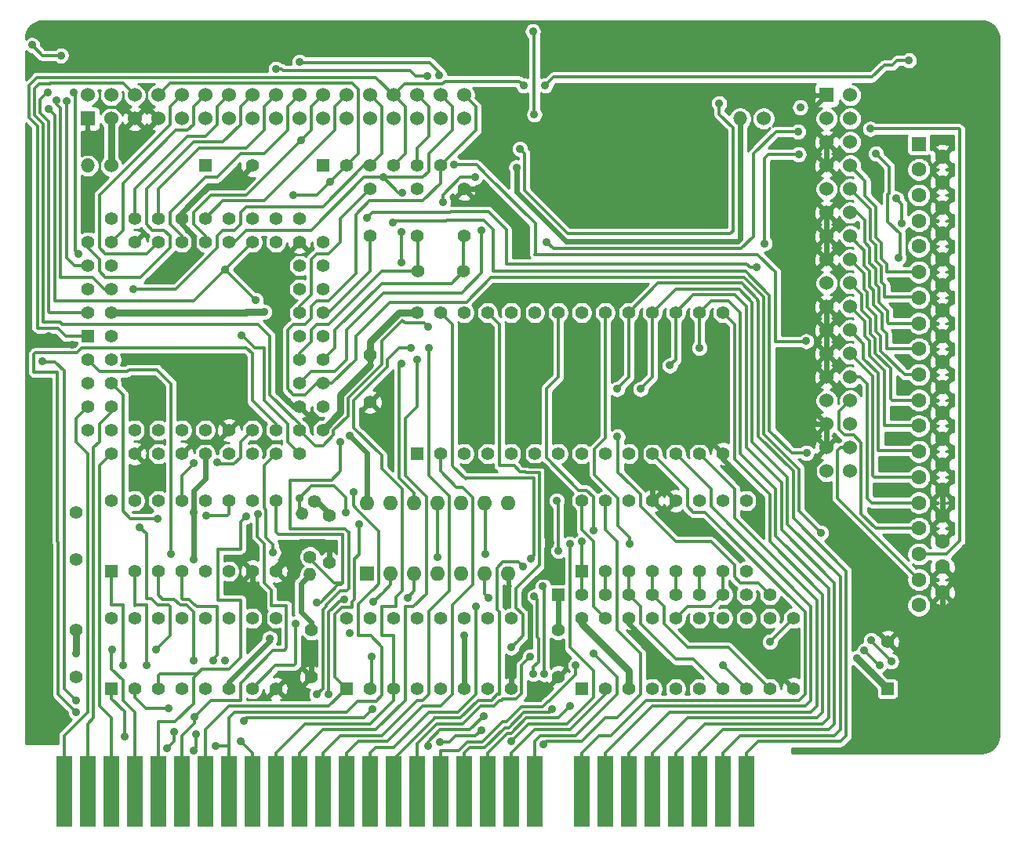
<source format=gtl>
%TF.GenerationSoftware,KiCad,Pcbnew,(5.1.6-0)*%
%TF.CreationDate,2020-08-02T10:50:01-05:00*%
%TF.ProjectId,isa_fdc.kicad_DB37_pcb,6973615f-6664-4632-9e6b-696361645f44,rev?*%
%TF.SameCoordinates,Original*%
%TF.FileFunction,Copper,L1,Top*%
%TF.FilePolarity,Positive*%
%FSLAX46Y46*%
G04 Gerber Fmt 4.6, Leading zero omitted, Abs format (unit mm)*
G04 Created by KiCad (PCBNEW (5.1.6-0)) date 2020-08-02 10:50:01*
%MOMM*%
%LPD*%
G01*
G04 APERTURE LIST*
%TA.AperFunction,ComponentPad*%
%ADD10C,1.600000*%
%TD*%
%TA.AperFunction,ComponentPad*%
%ADD11R,1.600000X1.600000*%
%TD*%
%TA.AperFunction,ComponentPad*%
%ADD12C,1.524000*%
%TD*%
%TA.AperFunction,ComponentPad*%
%ADD13R,1.524000X1.524000*%
%TD*%
%TA.AperFunction,ComponentPad*%
%ADD14C,1.400000*%
%TD*%
%TA.AperFunction,ComponentPad*%
%ADD15O,1.400000X1.400000*%
%TD*%
%TA.AperFunction,ComponentPad*%
%ADD16O,1.600000X1.600000*%
%TD*%
%TA.AperFunction,ComponentPad*%
%ADD17C,1.397000*%
%TD*%
%TA.AperFunction,ComponentPad*%
%ADD18R,1.397000X1.397000*%
%TD*%
%TA.AperFunction,ConnectorPad*%
%ADD19R,1.778000X7.620000*%
%TD*%
%TA.AperFunction,ComponentPad*%
%ADD20O,1.524000X1.524000*%
%TD*%
%TA.AperFunction,ViaPad*%
%ADD21C,0.889000*%
%TD*%
%TA.AperFunction,Conductor*%
%ADD22C,0.368300*%
%TD*%
%TA.AperFunction,Conductor*%
%ADD23C,0.762000*%
%TD*%
%TA.AperFunction,Conductor*%
%ADD24C,0.632460*%
%TD*%
%TA.AperFunction,Conductor*%
%ADD25C,0.254000*%
%TD*%
G04 APERTURE END LIST*
D10*
%TO.P,P2,37*%
%TO.N,GND*%
X198970000Y-108975000D03*
%TO.P,P2,36*%
X198970000Y-106205000D03*
%TO.P,P2,35*%
X198970000Y-103435000D03*
%TO.P,P2,34*%
X198970000Y-100665000D03*
%TO.P,P2,33*%
X198970000Y-97895000D03*
%TO.P,P2,32*%
X198970000Y-95125000D03*
%TO.P,P2,31*%
X198970000Y-92355000D03*
%TO.P,P2,30*%
X198970000Y-89585000D03*
%TO.P,P2,29*%
X198970000Y-86815000D03*
%TO.P,P2,28*%
X198970000Y-84045000D03*
%TO.P,P2,27*%
X198970000Y-81275000D03*
%TO.P,P2,26*%
X198970000Y-78505000D03*
%TO.P,P2,25*%
X198970000Y-75735000D03*
%TO.P,P2,24*%
X198970000Y-72965000D03*
%TO.P,P2,23*%
X198970000Y-70195000D03*
%TO.P,P2,22*%
X198970000Y-67425000D03*
%TO.P,P2,21*%
X198970000Y-64655000D03*
%TO.P,P2,20*%
X198970000Y-61885000D03*
%TO.P,P2,19*%
%TO.N,N/C*%
X196430000Y-110360000D03*
%TO.P,P2,18*%
%TO.N,/HDSEL*%
X196430000Y-107590000D03*
%TO.P,P2,17*%
%TO.N,/RDATA*%
X196430000Y-104820000D03*
%TO.P,P2,16*%
%TO.N,/WP*%
X196430000Y-102050000D03*
%TO.P,P2,15*%
%TO.N,/TRK00*%
X196430000Y-99280000D03*
%TO.P,P2,14*%
%TO.N,/WE*%
X196430000Y-96510000D03*
%TO.P,P2,13*%
%TO.N,/WDATA*%
X196430000Y-93740000D03*
%TO.P,P2,12*%
%TO.N,/STEP*%
X196430000Y-90970000D03*
%TO.P,P2,11*%
%TO.N,/DIR*%
X196430000Y-88200000D03*
%TO.P,P2,10*%
%TO.N,/ME3*%
X196430000Y-85430000D03*
%TO.P,P2,9*%
%TO.N,/DS2*%
X196430000Y-82660000D03*
%TO.P,P2,8*%
%TO.N,/DS3*%
X196430000Y-79890000D03*
%TO.P,P2,7*%
%TO.N,/ME2*%
X196430000Y-77120000D03*
%TO.P,P2,6*%
%TO.N,/INDEX*%
X196430000Y-74350000D03*
%TO.P,P2,5*%
%TO.N,N/C*%
X196430000Y-71580000D03*
%TO.P,P2,4*%
X196430000Y-68810000D03*
%TO.P,P2,3*%
X196430000Y-66040000D03*
%TO.P,P2,2*%
X196430000Y-63270000D03*
D11*
%TO.P,P2,1*%
X196430000Y-60500000D03*
%TD*%
D12*
%TO.P,P3,34*%
%TO.N,/DSKCG*%
X189010000Y-95870000D03*
%TO.P,P3,33*%
%TO.N,Net-(P3-Pad33)*%
X186470000Y-95870000D03*
%TO.P,P3,32*%
%TO.N,/HDSEL*%
X189010000Y-93330000D03*
%TO.P,P3,31*%
%TO.N,GND*%
X186470000Y-93330000D03*
%TO.P,P3,29*%
X186470000Y-90790000D03*
%TO.P,P3,30*%
%TO.N,/RDATA*%
X189010000Y-90790000D03*
%TO.P,P3,27*%
%TO.N,Net-(P3-Pad27)*%
X186470000Y-88250000D03*
%TO.P,P3,28*%
%TO.N,/WP*%
X189010000Y-88250000D03*
%TO.P,P3,26*%
%TO.N,/TRK00*%
X189010000Y-85710000D03*
%TO.P,P3,25*%
%TO.N,GND*%
X186470000Y-85710000D03*
%TO.P,P3,24*%
%TO.N,/WE*%
X189010000Y-83170000D03*
%TO.P,P3,23*%
%TO.N,GND*%
X186470000Y-83170000D03*
%TO.P,P3,22*%
%TO.N,/WDATA*%
X189010000Y-80630000D03*
%TO.P,P3,21*%
%TO.N,GND*%
X186470000Y-80630000D03*
%TO.P,P3,20*%
%TO.N,/STEP*%
X189010000Y-78090000D03*
%TO.P,P3,19*%
%TO.N,GND*%
X186470000Y-78090000D03*
%TO.P,P3,18*%
%TO.N,/DIR*%
X189010000Y-75550000D03*
%TO.P,P3,17*%
%TO.N,Net-(P3-Pad17)*%
X186470000Y-75550000D03*
%TO.P,P3,16*%
%TO.N,/ME3*%
X189010000Y-73010000D03*
%TO.P,P3,15*%
%TO.N,GND*%
X186470000Y-73010000D03*
%TO.P,P3,14*%
%TO.N,/DS2*%
X189010000Y-70470000D03*
%TO.P,P3,13*%
%TO.N,GND*%
X186470000Y-70470000D03*
%TO.P,P3,12*%
%TO.N,/DS3*%
X189010000Y-67930000D03*
%TO.P,P3,11*%
%TO.N,GND*%
X186470000Y-67930000D03*
%TO.P,P3,10*%
%TO.N,/ME2*%
X189010000Y-65390000D03*
%TO.P,P3,9*%
%TO.N,Net-(P3-Pad9)*%
X186470000Y-65390000D03*
%TO.P,P3,8*%
%TO.N,/INDEX*%
X189010000Y-62850000D03*
%TO.P,P3,7*%
%TO.N,GND*%
X186470000Y-62850000D03*
%TO.P,P3,6*%
%TO.N,/DRATE0*%
X189010000Y-60310000D03*
%TO.P,P3,5*%
%TO.N,GND*%
X186470000Y-60310000D03*
%TO.P,P3,4*%
%TO.N,Net-(P3-Pad4)*%
X189010000Y-57770000D03*
%TO.P,P3,3*%
%TO.N,/FLOPPY_VCC*%
X186470000Y-57770000D03*
%TO.P,P3,2*%
%TO.N,/DENSL*%
X189010000Y-55230000D03*
D13*
%TO.P,P3,1*%
%TO.N,GND*%
X186470000Y-55230000D03*
%TD*%
D14*
%TO.P,R2,1*%
%TO.N,/GT3*%
X130690000Y-105120000D03*
D15*
%TO.P,R2,2*%
%TO.N,VCC*%
X130690000Y-107020000D03*
%TD*%
%TO.P,R1,2*%
%TO.N,/GT2*%
%TA.AperFunction,ComponentPad*%
G36*
G01*
X130321472Y-99958528D02*
X130321472Y-99958528D01*
G75*
G02*
X130321472Y-100948478I-494975J-494975D01*
G01*
X130321472Y-100948478D01*
G75*
G02*
X129331522Y-100948478I-494975J494975D01*
G01*
X129331522Y-100948478D01*
G75*
G02*
X129331522Y-99958528I494975J494975D01*
G01*
X129331522Y-99958528D01*
G75*
G02*
X130321472Y-99958528I494975J-494975D01*
G01*
G37*
%TD.AperFunction*%
D14*
%TO.P,R1,1*%
%TO.N,VCC*%
X131170000Y-99110000D03*
%TD*%
D11*
%TO.P,U2,1*%
%TO.N,/GT3*%
X136880000Y-106910000D03*
D16*
%TO.P,U2,8*%
%TO.N,/DRQ2*%
X152120000Y-99290000D03*
%TO.P,U2,2*%
%TO.N,/~DACK3*%
X139420000Y-106910000D03*
%TO.P,U2,9*%
%TO.N,/DRQ*%
X149580000Y-99290000D03*
%TO.P,U2,3*%
%TO.N,/~DACK*%
X141960000Y-106910000D03*
%TO.P,U2,10*%
%TO.N,/GT2*%
X147040000Y-99290000D03*
%TO.P,U2,4*%
%TO.N,/GT3*%
X144500000Y-106910000D03*
%TO.P,U2,11*%
%TO.N,/~DACK*%
X144500000Y-99290000D03*
%TO.P,U2,5*%
%TO.N,/DRQ*%
X147040000Y-106910000D03*
%TO.P,U2,12*%
%TO.N,/~DACK2*%
X141960000Y-99290000D03*
%TO.P,U2,6*%
%TO.N,/DRQ3*%
X149580000Y-106910000D03*
%TO.P,U2,13*%
%TO.N,/GT2*%
X139420000Y-99290000D03*
%TO.P,U2,7*%
%TO.N,GND*%
X152120000Y-106910000D03*
%TO.P,U2,14*%
%TO.N,VCC*%
X136880000Y-99290000D03*
%TD*%
D17*
%TO.P,C2,1*%
%TO.N,VCC*%
X132790000Y-100680000D03*
%TO.P,C2,2*%
%TO.N,GND*%
X132790000Y-105760000D03*
%TD*%
D18*
%TO.P,SW1,1*%
%TO.N,/IRQ3*%
X109220000Y-106680000D03*
D17*
%TO.P,SW1,2*%
%TO.N,/IRQ4*%
X111760000Y-106680000D03*
%TO.P,SW1,3*%
%TO.N,/IRQ5*%
X114300000Y-106680000D03*
%TO.P,SW1,4*%
%TO.N,/IRQ6*%
X116840000Y-106680000D03*
%TO.P,SW1,5*%
%TO.N,/0x370*%
X119380000Y-106680000D03*
%TO.P,SW1,6*%
%TO.N,/0x3F0*%
X121920000Y-106680000D03*
%TO.P,SW1,7*%
%TO.N,GND*%
X124460000Y-106680000D03*
%TO.P,SW1,8*%
X127000000Y-106680000D03*
%TO.P,SW1,9*%
%TO.N,/GT3*%
X127000000Y-99060000D03*
%TO.P,SW1,10*%
%TO.N,/GT2*%
X124460000Y-99060000D03*
%TO.P,SW1,11*%
%TO.N,/~FDC_CS*%
X121920000Y-99060000D03*
%TO.P,SW1,12*%
X119380000Y-99060000D03*
%TO.P,SW1,13*%
%TO.N,/FDC_IRQ*%
X116840000Y-99060000D03*
%TO.P,SW1,14*%
X114300000Y-99060000D03*
%TO.P,SW1,15*%
X111760000Y-99060000D03*
%TO.P,SW1,16*%
X109220000Y-99060000D03*
%TD*%
D19*
%TO.P,BUS1,33*%
%TO.N,/D7*%
X177800000Y-130492500D03*
%TO.P,BUS1,34*%
%TO.N,/D6*%
X175260000Y-130492500D03*
%TO.P,BUS1,35*%
%TO.N,/D5*%
X172720000Y-130492500D03*
%TO.P,BUS1,36*%
%TO.N,/D4*%
X170180000Y-130492500D03*
%TO.P,BUS1,37*%
%TO.N,/D3*%
X167640000Y-130492500D03*
%TO.P,BUS1,38*%
%TO.N,/D2*%
X165100000Y-130492500D03*
%TO.P,BUS1,39*%
%TO.N,/D1*%
X162560000Y-130492500D03*
%TO.P,BUS1,40*%
%TO.N,/D0*%
X160020000Y-130492500D03*
%TO.P,BUS1,42*%
%TO.N,/AEN*%
X154940000Y-130492500D03*
%TO.P,BUS1,43*%
%TO.N,/A19*%
X152400000Y-130492500D03*
%TO.P,BUS1,44*%
%TO.N,/A18*%
X149860000Y-130492500D03*
%TO.P,BUS1,45*%
%TO.N,/A17*%
X147320000Y-130492500D03*
%TO.P,BUS1,46*%
%TO.N,/A16*%
X144780000Y-130492500D03*
%TO.P,BUS1,47*%
%TO.N,/A15*%
X142240000Y-130492500D03*
%TO.P,BUS1,48*%
%TO.N,/A14*%
X139700000Y-130492500D03*
%TO.P,BUS1,49*%
%TO.N,/A13*%
X137160000Y-130492500D03*
%TO.P,BUS1,50*%
%TO.N,/A12*%
X134620000Y-130492500D03*
%TO.P,BUS1,51*%
%TO.N,/A11*%
X132080000Y-130492500D03*
%TO.P,BUS1,52*%
%TO.N,/A10*%
X129540000Y-130492500D03*
%TO.P,BUS1,53*%
%TO.N,/A9*%
X127000000Y-130492500D03*
%TO.P,BUS1,54*%
%TO.N,/A8*%
X124460000Y-130492500D03*
%TO.P,BUS1,55*%
%TO.N,/A7*%
X121920000Y-130492500D03*
%TO.P,BUS1,56*%
%TO.N,/A6*%
X119380000Y-130492500D03*
%TO.P,BUS1,57*%
%TO.N,/A5*%
X116840000Y-130492500D03*
%TO.P,BUS1,58*%
%TO.N,/A4*%
X114300000Y-130492500D03*
%TO.P,BUS1,59*%
%TO.N,/A3*%
X111760000Y-130492500D03*
%TO.P,BUS1,60*%
%TO.N,/A2*%
X109220000Y-130492500D03*
%TO.P,BUS1,61*%
%TO.N,/A1*%
X106680000Y-130492500D03*
%TO.P,BUS1,62*%
%TO.N,/A0*%
X104140000Y-130492500D03*
%TD*%
D12*
%TO.P,JP2,2*%
%TO.N,/FLOPPY_VCC*%
X179670000Y-57760000D03*
D20*
%TO.P,JP2,1*%
%TO.N,VCC*%
X177130000Y-57760000D03*
%TD*%
D18*
%TO.P,C11,1*%
%TO.N,VCC*%
X193040000Y-119380000D03*
D17*
%TO.P,C11,2*%
%TO.N,GND*%
X193040000Y-114300000D03*
%TD*%
D18*
%TO.P,C12,1*%
%TO.N,VCC*%
X119380000Y-62865000D03*
D17*
%TO.P,C12,2*%
%TO.N,GND*%
X124460000Y-62865000D03*
%TD*%
D18*
%TO.P,U5,1*%
%TO.N,GND*%
X160020000Y-119380000D03*
D17*
%TO.P,U5,2*%
%TO.N,/A19*%
X162560000Y-119380000D03*
%TO.P,U5,3*%
%TO.N,VCC*%
X165100000Y-119380000D03*
%TO.P,U5,4*%
%TO.N,/A18*%
X167640000Y-119380000D03*
%TO.P,U5,5*%
%TO.N,VCC*%
X170180000Y-119380000D03*
%TO.P,U5,6*%
%TO.N,/A17*%
X172720000Y-119380000D03*
%TO.P,U5,7*%
%TO.N,Net-(RR1-Pad4)*%
X175260000Y-119380000D03*
%TO.P,U5,8*%
%TO.N,/A16*%
X177800000Y-119380000D03*
%TO.P,U5,9*%
%TO.N,Net-(RR1-Pad5)*%
X180340000Y-119380000D03*
%TO.P,U5,10*%
%TO.N,GND*%
X182880000Y-119380000D03*
%TO.P,U5,11*%
%TO.N,/A15*%
X182880000Y-111760000D03*
%TO.P,U5,12*%
%TO.N,Net-(RR1-Pad6)*%
X180340000Y-111760000D03*
%TO.P,U5,13*%
%TO.N,/A14*%
X177800000Y-111760000D03*
%TO.P,U5,14*%
%TO.N,Net-(RR1-Pad7)*%
X175260000Y-111760000D03*
%TO.P,U5,15*%
%TO.N,/A13*%
X172720000Y-111760000D03*
%TO.P,U5,16*%
%TO.N,Net-(RR1-Pad8)*%
X170180000Y-111760000D03*
%TO.P,U5,17*%
%TO.N,GND*%
X167640000Y-111760000D03*
%TO.P,U5,18*%
X165100000Y-111760000D03*
%TO.P,U5,19*%
%TO.N,/~ROM_CS_IN*%
X162560000Y-111760000D03*
%TO.P,U5,20*%
%TO.N,VCC*%
X160020000Y-111760000D03*
%TD*%
D18*
%TO.P,U7,1*%
%TO.N,/A7*%
X109220000Y-119380000D03*
D17*
%TO.P,U7,2*%
%TO.N,/A5*%
X111760000Y-119380000D03*
%TO.P,U7,3*%
%TO.N,/A4*%
X114300000Y-119380000D03*
%TO.P,U7,4*%
%TO.N,/AEN*%
X116840000Y-119380000D03*
%TO.P,U7,5*%
%TO.N,Net-(U6-Pad7)*%
X119380000Y-119380000D03*
%TO.P,U7,6*%
%TO.N,VCC*%
X121920000Y-119380000D03*
%TO.P,U7,7*%
%TO.N,/0x3F0*%
X124460000Y-119380000D03*
%TO.P,U7,8*%
%TO.N,GND*%
X127000000Y-119380000D03*
%TO.P,U7,9*%
%TO.N,/0x370*%
X127000000Y-111760000D03*
%TO.P,U7,10*%
%TO.N,Net-(U7-Pad10)*%
X124460000Y-111760000D03*
%TO.P,U7,11*%
%TO.N,Net-(U7-Pad11)*%
X121920000Y-111760000D03*
%TO.P,U7,12*%
%TO.N,Net-(U7-Pad12)*%
X119380000Y-111760000D03*
%TO.P,U7,13*%
%TO.N,Net-(U7-Pad13)*%
X116840000Y-111760000D03*
%TO.P,U7,14*%
%TO.N,Net-(U7-Pad14)*%
X114300000Y-111760000D03*
%TO.P,U7,15*%
%TO.N,Net-(U7-Pad15)*%
X111760000Y-111760000D03*
%TO.P,U7,16*%
%TO.N,VCC*%
X109220000Y-111760000D03*
%TD*%
D18*
%TO.P,U6,1*%
%TO.N,/A6*%
X134620000Y-119380000D03*
D17*
%TO.P,U6,2*%
%TO.N,/A8*%
X137160000Y-119380000D03*
%TO.P,U6,3*%
%TO.N,/A9*%
X139700000Y-119380000D03*
%TO.P,U6,4*%
%TO.N,GND*%
X142240000Y-119380000D03*
%TO.P,U6,5*%
X144780000Y-119380000D03*
%TO.P,U6,6*%
%TO.N,VCC*%
X147320000Y-119380000D03*
%TO.P,U6,7*%
%TO.N,Net-(U6-Pad7)*%
X149860000Y-119380000D03*
%TO.P,U6,8*%
%TO.N,GND*%
X152400000Y-119380000D03*
%TO.P,U6,9*%
%TO.N,Net-(U6-Pad9)*%
X152400000Y-111760000D03*
%TO.P,U6,10*%
%TO.N,Net-(U6-Pad10)*%
X149860000Y-111760000D03*
%TO.P,U6,11*%
%TO.N,Net-(U6-Pad11)*%
X147320000Y-111760000D03*
%TO.P,U6,12*%
%TO.N,Net-(U6-Pad12)*%
X144780000Y-111760000D03*
%TO.P,U6,13*%
%TO.N,Net-(U6-Pad13)*%
X142240000Y-111760000D03*
%TO.P,U6,14*%
%TO.N,Net-(U6-Pad14)*%
X139700000Y-111760000D03*
%TO.P,U6,15*%
%TO.N,Net-(U6-Pad15)*%
X137160000Y-111760000D03*
%TO.P,U6,16*%
%TO.N,VCC*%
X134620000Y-111760000D03*
%TD*%
D18*
%TO.P,SW2,1*%
%TO.N,/~ROM_CS*%
X160020000Y-106680000D03*
D17*
%TO.P,SW2,2*%
%TO.N,/~ROMW*%
X162560000Y-106680000D03*
%TO.P,SW2,3*%
%TO.N,Net-(RR1-Pad4)*%
X165100000Y-106680000D03*
%TO.P,SW2,4*%
%TO.N,Net-(RR1-Pad5)*%
X167640000Y-106680000D03*
%TO.P,SW2,5*%
%TO.N,Net-(RR1-Pad6)*%
X170180000Y-106680000D03*
%TO.P,SW2,6*%
%TO.N,Net-(RR1-Pad7)*%
X172720000Y-106680000D03*
%TO.P,SW2,7*%
%TO.N,Net-(RR1-Pad8)*%
X175260000Y-106680000D03*
%TO.P,SW2,8*%
%TO.N,Net-(SW2-Pad8)*%
X177800000Y-106680000D03*
%TO.P,SW2,9*%
%TO.N,Net-(SW2-Pad9)*%
X177800000Y-99060000D03*
%TO.P,SW2,10*%
%TO.N,GND*%
X175260000Y-99060000D03*
%TO.P,SW2,11*%
X172720000Y-99060000D03*
%TO.P,SW2,12*%
X170180000Y-99060000D03*
%TO.P,SW2,13*%
X167640000Y-99060000D03*
%TO.P,SW2,14*%
X165100000Y-99060000D03*
%TO.P,SW2,15*%
%TO.N,/~MEMW*%
X162560000Y-99060000D03*
%TO.P,SW2,16*%
%TO.N,/~ROM_CS_IN*%
X160020000Y-99060000D03*
%TD*%
%TO.P,C1,1*%
%TO.N,VCC*%
X105410000Y-100330000D03*
%TO.P,C1,2*%
%TO.N,GND*%
X105410000Y-105410000D03*
%TD*%
%TO.P,C7,1*%
%TO.N,VCC*%
X105410000Y-113030000D03*
%TO.P,C7,2*%
%TO.N,GND*%
X105410000Y-118110000D03*
%TD*%
%TO.P,C6,1*%
%TO.N,VCC*%
X130810000Y-113030000D03*
%TO.P,C6,2*%
%TO.N,GND*%
X130810000Y-118110000D03*
%TD*%
%TO.P,C5,1*%
%TO.N,VCC*%
X157470000Y-113020000D03*
%TO.P,C5,2*%
%TO.N,GND*%
X157470000Y-118100000D03*
%TD*%
%TO.P,C4,1*%
%TO.N,VCC*%
X137170000Y-83310000D03*
%TO.P,C4,2*%
%TO.N,GND*%
X137170000Y-88390000D03*
%TD*%
%TO.P,C16,1*%
%TO.N,Net-(C16-Pad1)*%
X142240000Y-70485000D03*
%TO.P,C16,2*%
%TO.N,GND*%
X142240000Y-65405000D03*
%TD*%
%TO.P,C15,1*%
%TO.N,Net-(C15-Pad1)*%
X147320000Y-70485000D03*
%TO.P,C15,2*%
%TO.N,GND*%
X147320000Y-65405000D03*
%TD*%
D18*
%TO.P,U4,1*%
%TO.N,/RDY/~BUSY*%
X142240000Y-93980000D03*
D17*
%TO.P,U4,2*%
%TO.N,/A12*%
X144780000Y-93980000D03*
%TO.P,U4,3*%
%TO.N,/A7*%
X147320000Y-93980000D03*
%TO.P,U4,4*%
%TO.N,/A6*%
X149860000Y-93980000D03*
%TO.P,U4,5*%
%TO.N,/A5*%
X152400000Y-93980000D03*
%TO.P,U4,6*%
%TO.N,/A4*%
X154940000Y-93980000D03*
%TO.P,U4,7*%
%TO.N,/A3*%
X157480000Y-93980000D03*
%TO.P,U4,8*%
%TO.N,/A2*%
X160020000Y-93980000D03*
%TO.P,U4,9*%
%TO.N,/A1*%
X162560000Y-93980000D03*
%TO.P,U4,10*%
%TO.N,/A0*%
X165100000Y-93980000D03*
%TO.P,U4,11*%
%TO.N,/D0*%
X167640000Y-93980000D03*
%TO.P,U4,12*%
%TO.N,/D1*%
X170180000Y-93980000D03*
%TO.P,U4,13*%
%TO.N,/D2*%
X172720000Y-93980000D03*
%TO.P,U4,14*%
%TO.N,GND*%
X175260000Y-93980000D03*
%TO.P,U4,15*%
%TO.N,/D3*%
X175260000Y-78740000D03*
%TO.P,U4,16*%
%TO.N,/D4*%
X172720000Y-78740000D03*
%TO.P,U4,17*%
%TO.N,/D5*%
X170180000Y-78740000D03*
%TO.P,U4,18*%
%TO.N,/D6*%
X167640000Y-78740000D03*
%TO.P,U4,19*%
%TO.N,/D7*%
X165100000Y-78740000D03*
%TO.P,U4,20*%
%TO.N,/~ROM_CS*%
X162560000Y-78740000D03*
%TO.P,U4,21*%
%TO.N,/A10*%
X160020000Y-78740000D03*
%TO.P,U4,22*%
%TO.N,/~MEMR*%
X157480000Y-78740000D03*
%TO.P,U4,23*%
%TO.N,/A11*%
X154940000Y-78740000D03*
%TO.P,U4,24*%
%TO.N,/A9*%
X152400000Y-78740000D03*
%TO.P,U4,25*%
%TO.N,/A8*%
X149860000Y-78740000D03*
%TO.P,U4,26*%
%TO.N,Net-(U4-Pad26)*%
X147320000Y-78740000D03*
%TO.P,U4,27*%
%TO.N,/~ROMW*%
X144780000Y-78740000D03*
%TO.P,U4,28*%
%TO.N,VCC*%
X142240000Y-78740000D03*
%TD*%
%TO.P,C17,1*%
%TO.N,Net-(C17-Pad1)*%
X137160000Y-65405000D03*
%TO.P,C17,2*%
%TO.N,Net-(C17-Pad2)*%
X137160000Y-70485000D03*
%TD*%
D18*
%TO.P,U1,1*%
%TO.N,/WP*%
X106680000Y-81280000D03*
D17*
%TO.P,U1,2*%
%TO.N,/TRK00*%
X109220000Y-81280000D03*
%TO.P,U1,3*%
%TO.N,/~DACK*%
X106680000Y-83820000D03*
%TO.P,U1,4*%
%TO.N,/~IOR*%
X109220000Y-83820000D03*
%TO.P,U1,5*%
%TO.N,/~IOW*%
X106680000Y-86360000D03*
%TO.P,U1,6*%
%TO.N,/~FDC_CS*%
X109220000Y-86360000D03*
%TO.P,U1,7*%
%TO.N,/A0*%
X106680000Y-88900000D03*
%TO.P,U1,8*%
%TO.N,/A1*%
X109220000Y-88900000D03*
%TO.P,U1,9*%
%TO.N,GND*%
X106680000Y-91440000D03*
%TO.P,U1,10*%
%TO.N,/A2*%
X109220000Y-93980000D03*
%TO.P,U1,11*%
%TO.N,/D0*%
X109220000Y-91440000D03*
%TO.P,U1,12*%
%TO.N,GND*%
X111760000Y-93980000D03*
%TO.P,U1,13*%
%TO.N,/D1*%
X111760000Y-91440000D03*
%TO.P,U1,14*%
%TO.N,/D2*%
X114300000Y-93980000D03*
%TO.P,U1,15*%
%TO.N,/D3*%
X114300000Y-91440000D03*
%TO.P,U1,16*%
%TO.N,GND*%
X116840000Y-93980000D03*
%TO.P,U1,17*%
%TO.N,/D4*%
X116840000Y-91440000D03*
%TO.P,U1,18*%
%TO.N,VCC*%
X119380000Y-93980000D03*
%TO.P,U1,19*%
%TO.N,/D5*%
X119380000Y-91440000D03*
%TO.P,U1,20*%
%TO.N,/D6*%
X121920000Y-93980000D03*
%TO.P,U1,21*%
%TO.N,GND*%
X121920000Y-91440000D03*
%TO.P,U1,22*%
%TO.N,/D7*%
X124460000Y-93980000D03*
%TO.P,U1,23*%
%TO.N,/FDC_IRQ*%
X124460000Y-91440000D03*
%TO.P,U1,24*%
%TO.N,/DRQ*%
X127000000Y-93980000D03*
%TO.P,U1,25*%
%TO.N,/TC*%
X127000000Y-91440000D03*
%TO.P,U1,26*%
%TO.N,/INDEX*%
X129540000Y-93980000D03*
%TO.P,U1,27*%
%TO.N,VCC*%
X132080000Y-91440000D03*
%TO.P,U1,28*%
%TO.N,/DRATE0*%
X129540000Y-91440000D03*
%TO.P,U1,29*%
%TO.N,Net-(U1-Pad29)*%
X132080000Y-88900000D03*
%TO.P,U1,30*%
%TO.N,GND*%
X129540000Y-88900000D03*
%TO.P,U1,31*%
%TO.N,/DSKCG*%
X132080000Y-86360000D03*
%TO.P,U1,32*%
%TO.N,/RESETDRV*%
X129540000Y-86360000D03*
%TO.P,U1,33*%
%TO.N,Net-(C15-Pad1)*%
X132080000Y-83820000D03*
%TO.P,U1,34*%
%TO.N,Net-(C16-Pad1)*%
X129540000Y-83820000D03*
%TO.P,U1,35*%
%TO.N,GND*%
X132080000Y-81280000D03*
%TO.P,U1,36*%
X129540000Y-81280000D03*
%TO.P,U1,37*%
%TO.N,Net-(C17-Pad2)*%
X132080000Y-78740000D03*
%TO.P,U1,38*%
%TO.N,Net-(C17-Pad1)*%
X129540000Y-78740000D03*
%TO.P,U1,39*%
%TO.N,VCC*%
X132080000Y-76200000D03*
%TO.P,U1,40*%
X129540000Y-76200000D03*
%TO.P,U1,41*%
%TO.N,/RDATA*%
X132080000Y-73660000D03*
%TO.P,U1,42*%
%TO.N,Net-(U1-Pad42)*%
X129540000Y-73660000D03*
%TO.P,U1,43*%
%TO.N,Net-(U1-Pad43)*%
X132080000Y-71120000D03*
%TO.P,U1,44*%
%TO.N,Net-(U1-Pad44)*%
X129540000Y-68580000D03*
%TO.P,U1,45*%
%TO.N,GND*%
X129540000Y-71120000D03*
%TO.P,U1,46*%
%TO.N,VCC*%
X127000000Y-68580000D03*
%TO.P,U1,47*%
%TO.N,Net-(U1-Pad47)*%
X127000000Y-71120000D03*
%TO.P,U1,48*%
%TO.N,Net-(U1-Pad48)*%
X124460000Y-68580000D03*
%TO.P,U1,49*%
%TO.N,/DENSL*%
X124460000Y-71120000D03*
%TO.P,U1,50*%
%TO.N,GND*%
X121920000Y-68580000D03*
%TO.P,U1,51*%
%TO.N,/HDSEL*%
X121920000Y-71120000D03*
%TO.P,U1,52*%
%TO.N,/WE*%
X119380000Y-68580000D03*
%TO.P,U1,53*%
%TO.N,/WDATA*%
X119380000Y-71120000D03*
%TO.P,U1,54*%
%TO.N,GND*%
X116840000Y-68580000D03*
%TO.P,U1,55*%
%TO.N,/STEP*%
X116840000Y-71120000D03*
%TO.P,U1,56*%
%TO.N,/DIR*%
X114300000Y-68580000D03*
%TO.P,U1,57*%
%TO.N,/MEA*%
X114300000Y-71120000D03*
%TO.P,U1,58*%
%TO.N,/DSA*%
X111760000Y-68580000D03*
%TO.P,U1,59*%
%TO.N,GND*%
X111760000Y-71120000D03*
%TO.P,U1,60*%
%TO.N,VCC*%
X109220000Y-68580000D03*
%TO.P,U1,61*%
%TO.N,/MEB*%
X106680000Y-71120000D03*
%TO.P,U1,62*%
%TO.N,/DSB*%
X109220000Y-71120000D03*
%TO.P,U1,63*%
%TO.N,/ME2*%
X106680000Y-73660000D03*
%TO.P,U1,64*%
%TO.N,/DS2*%
X109220000Y-73660000D03*
%TO.P,U1,65*%
%TO.N,GND*%
X106680000Y-76200000D03*
%TO.P,U1,66*%
%TO.N,/ME3*%
X109220000Y-76200000D03*
%TO.P,U1,67*%
%TO.N,/DS3*%
X106680000Y-78740000D03*
%TO.P,U1,68*%
%TO.N,VCC*%
X109220000Y-78740000D03*
%TD*%
D20*
%TO.P,JP1,1*%
%TO.N,VCC*%
X106680000Y-62865000D03*
D12*
%TO.P,JP1,2*%
%TO.N,/FLOPPY_VCC*%
X109220000Y-62865000D03*
%TD*%
D13*
%TO.P,P1,1*%
%TO.N,GND*%
X106680000Y-57785000D03*
D12*
%TO.P,P1,2*%
%TO.N,/DENSL*%
X106680000Y-55245000D03*
%TO.P,P1,3*%
%TO.N,/FLOPPY_VCC*%
X109220000Y-57785000D03*
%TO.P,P1,4*%
%TO.N,Net-(P1-Pad4)*%
X109220000Y-55245000D03*
%TO.P,P1,5*%
%TO.N,GND*%
X111760000Y-57785000D03*
%TO.P,P1,6*%
%TO.N,/DRATE0*%
X111760000Y-55245000D03*
%TO.P,P1,7*%
%TO.N,GND*%
X114300000Y-57785000D03*
%TO.P,P1,8*%
%TO.N,/INDEX*%
X114300000Y-55245000D03*
%TO.P,P1,9*%
%TO.N,Net-(P1-Pad9)*%
X116840000Y-57785000D03*
%TO.P,P1,10*%
%TO.N,/MEA*%
X116840000Y-55245000D03*
%TO.P,P1,11*%
%TO.N,GND*%
X119380000Y-57785000D03*
%TO.P,P1,12*%
%TO.N,/DSB*%
X119380000Y-55245000D03*
%TO.P,P1,13*%
%TO.N,GND*%
X121920000Y-57785000D03*
%TO.P,P1,14*%
%TO.N,/DSA*%
X121920000Y-55245000D03*
%TO.P,P1,15*%
%TO.N,GND*%
X124460000Y-57785000D03*
%TO.P,P1,16*%
%TO.N,/MEB*%
X124460000Y-55245000D03*
%TO.P,P1,17*%
%TO.N,Net-(P1-Pad17)*%
X127000000Y-57785000D03*
%TO.P,P1,18*%
%TO.N,/DIR*%
X127000000Y-55245000D03*
%TO.P,P1,19*%
%TO.N,GND*%
X129540000Y-57785000D03*
%TO.P,P1,20*%
%TO.N,/STEP*%
X129540000Y-55245000D03*
%TO.P,P1,21*%
%TO.N,GND*%
X132080000Y-57785000D03*
%TO.P,P1,22*%
%TO.N,/WDATA*%
X132080000Y-55245000D03*
%TO.P,P1,23*%
%TO.N,GND*%
X134620000Y-57785000D03*
%TO.P,P1,24*%
%TO.N,/WE*%
X134620000Y-55245000D03*
%TO.P,P1,25*%
%TO.N,GND*%
X137160000Y-57785000D03*
%TO.P,P1,26*%
%TO.N,/TRK00*%
X137160000Y-55245000D03*
%TO.P,P1,28*%
%TO.N,/WP*%
X139700000Y-55245000D03*
%TO.P,P1,27*%
%TO.N,Net-(P1-Pad27)*%
X139700000Y-57785000D03*
%TO.P,P1,30*%
%TO.N,/RDATA*%
X142240000Y-55245000D03*
%TO.P,P1,29*%
%TO.N,GND*%
X142240000Y-57785000D03*
%TO.P,P1,31*%
X144780000Y-57785000D03*
%TO.P,P1,32*%
%TO.N,/HDSEL*%
X144780000Y-55245000D03*
%TO.P,P1,33*%
%TO.N,Net-(P1-Pad33)*%
X147320000Y-57785000D03*
%TO.P,P1,34*%
%TO.N,/DSKCG*%
X147320000Y-55245000D03*
%TD*%
D18*
%TO.P,RR1,1*%
%TO.N,VCC*%
X157480000Y-109220000D03*
D17*
%TO.P,RR1,2*%
%TO.N,/~ROM_CS*%
X160020000Y-109220000D03*
%TO.P,RR1,3*%
%TO.N,/~ROMW*%
X162560000Y-109220000D03*
%TO.P,RR1,4*%
%TO.N,Net-(RR1-Pad4)*%
X165100000Y-109220000D03*
%TO.P,RR1,5*%
%TO.N,Net-(RR1-Pad5)*%
X167640000Y-109220000D03*
%TO.P,RR1,6*%
%TO.N,Net-(RR1-Pad6)*%
X170180000Y-109220000D03*
%TO.P,RR1,7*%
%TO.N,Net-(RR1-Pad7)*%
X172720000Y-109220000D03*
%TO.P,RR1,8*%
%TO.N,Net-(RR1-Pad8)*%
X175260000Y-109220000D03*
%TO.P,RR1,9*%
%TO.N,Net-(RR1-Pad9)*%
X177800000Y-109220000D03*
%TO.P,RR1,10*%
%TO.N,/RDY/~BUSY*%
X180340000Y-109220000D03*
%TD*%
%TO.P,RR2,6*%
%TO.N,/DSKCG*%
X144780000Y-62865000D03*
%TO.P,RR2,5*%
%TO.N,/RDATA*%
X142240000Y-62865000D03*
%TO.P,RR2,4*%
%TO.N,/WP*%
X139700000Y-62865000D03*
%TO.P,RR2,3*%
%TO.N,/TRK00*%
X137160000Y-62865000D03*
%TO.P,RR2,2*%
%TO.N,/INDEX*%
X134620000Y-62865000D03*
D18*
%TO.P,RR2,1*%
%TO.N,VCC*%
X132080000Y-62865000D03*
%TD*%
D17*
%TO.P,X1,1*%
%TO.N,Net-(C15-Pad1)*%
X147220940Y-74295000D03*
%TO.P,X1,2*%
%TO.N,Net-(C16-Pad1)*%
X142339060Y-74295000D03*
%TD*%
D21*
%TO.N,/A10*%
X142240000Y-83820000D03*
%TO.N,/A11*%
X143510000Y-82550000D03*
%TO.N,/A13*%
X148590000Y-110490000D03*
%TO.N,/A14*%
X153700000Y-106170000D03*
%TO.N,/A15*%
X154460000Y-115920000D03*
X180340000Y-114300000D03*
%TO.N,/A16*%
X159385000Y-116840000D03*
X175260000Y-116840000D03*
%TO.N,/A17*%
X156845000Y-121602500D03*
%TO.N,/A18*%
X158750000Y-121285000D03*
%TO.N,/A3*%
X114080000Y-115150000D03*
X109300000Y-115120000D03*
X112310000Y-101910000D03*
%TO.N,/A4*%
X123790000Y-100730000D03*
%TO.N,/A5*%
X125070000Y-100470000D03*
X118200000Y-122410000D03*
X115456086Y-121523914D03*
%TO.N,/A6*%
X135970000Y-101600000D03*
%TO.N,/A7*%
X118100000Y-126070000D03*
X116000000Y-124050000D03*
X115220000Y-125840000D03*
X118420000Y-124310000D03*
X135360000Y-98120000D03*
X110640000Y-124520000D03*
X120470000Y-125560000D03*
%TO.N,/A8*%
X152400000Y-114935000D03*
X123190000Y-125095000D03*
X137322500Y-115887500D03*
%TO.N,/A9*%
X141605000Y-82550000D03*
%TO.N,/AEN*%
X161290000Y-115570000D03*
%TO.N,/D4*%
X172720000Y-82550000D03*
%TO.N,/D5*%
X169545000Y-84455000D03*
%TO.N,/D6*%
X166370000Y-86995000D03*
%TO.N,/D7*%
X163830000Y-86995000D03*
%TO.N,/DENSL*%
X102500000Y-56750000D03*
X183630000Y-56560000D03*
X121505000Y-74075000D03*
X124810000Y-77380000D03*
X174874499Y-56115501D03*
X153353622Y-61053622D03*
%TO.N,/DIR*%
X127000000Y-52390000D03*
X143330000Y-53140000D03*
%TO.N,/DRQ2*%
X157520000Y-104470000D03*
X157320000Y-99070000D03*
X190560000Y-115260000D03*
X192170000Y-116810000D03*
%TO.N,/DSKCG*%
X185875000Y-102545000D03*
%TO.N,/HDSEL*%
X184300000Y-93900000D03*
X139650000Y-69000000D03*
X140670000Y-65780000D03*
X138575000Y-64135000D03*
%TO.N,/INDEX*%
X178880000Y-73860000D03*
X123270000Y-81230000D03*
X128905000Y-66040000D03*
X132882500Y-64602500D03*
X136880000Y-68520000D03*
X183450151Y-61649849D03*
X179760000Y-71260000D03*
%TO.N,/IRQ3*%
X110490000Y-116840000D03*
%TO.N,/IRQ4*%
X113030000Y-116840000D03*
%TO.N,/IRQ5*%
X118110000Y-116350000D03*
%TO.N,/IRQ6*%
X120270000Y-116350000D03*
%TO.N,/IRQ7*%
X121520000Y-116300000D03*
%TO.N,/RDATA*%
X191180000Y-58880000D03*
%TO.N,/RDY/~BUSY*%
X163880000Y-92140000D03*
%TO.N,/RESETDRV*%
X149225000Y-69850000D03*
X193455000Y-116405000D03*
X191280000Y-114120000D03*
%TO.N,/STEP*%
X129560000Y-51660000D03*
X144610000Y-53100000D03*
%TO.N,/TC*%
X105410000Y-121920000D03*
%TO.N,/TRK00*%
X191810000Y-61540000D03*
X111590000Y-76200000D03*
X194260000Y-72820000D03*
%TO.N,/WDATA*%
X146260000Y-62770000D03*
X129747500Y-60117500D03*
X184260151Y-81830151D03*
%TO.N,/WP*%
X156100000Y-54170000D03*
X153740000Y-54180000D03*
X195360000Y-51500000D03*
%TO.N,/~DACK2*%
X103790000Y-50950000D03*
X154910000Y-57320000D03*
X154750000Y-48340000D03*
X101780000Y-84030000D03*
X105410000Y-120650000D03*
X140570000Y-84270000D03*
X140530000Y-73340000D03*
X140530000Y-70030000D03*
X145040000Y-66800000D03*
X148510000Y-64090000D03*
X100665000Y-49825000D03*
%TO.N,/~FDC_CS*%
X114200000Y-100980000D03*
X119480000Y-100670000D03*
%TO.N,/~IOR*%
X131445000Y-120015000D03*
X133985000Y-92710000D03*
%TO.N,/~IOW*%
X132715000Y-120015000D03*
X134380000Y-109700000D03*
%TO.N,/~MEMR*%
X152400000Y-125095000D03*
X158740000Y-103730000D03*
X161340000Y-102270000D03*
%TO.N,/~MEMW*%
X155892500Y-125412500D03*
%TO.N,/~ROMW*%
X154520000Y-105350000D03*
%TO.N,/~ROM_CS*%
X165220000Y-103700000D03*
X160020000Y-103505000D03*
%TO.N,GND*%
X196340000Y-52970000D03*
X124250000Y-114620000D03*
X191770000Y-125730000D03*
X190500000Y-125730000D03*
X102870000Y-124460000D03*
X151080000Y-60005000D03*
X102470000Y-49910000D03*
X153670000Y-77470000D03*
X152390000Y-58670000D03*
X153670000Y-85725000D03*
X154940000Y-85725000D03*
X130810000Y-114935000D03*
X121920000Y-86677500D03*
X189550000Y-110690000D03*
X167640000Y-116840000D03*
X103930000Y-48450000D03*
X179070000Y-100330000D03*
X190510000Y-111850000D03*
X114300000Y-86360000D03*
X153670000Y-72390000D03*
X199400000Y-49660000D03*
X152400000Y-85725000D03*
X124460000Y-74930000D03*
X201670000Y-49680000D03*
X149810000Y-58735000D03*
X116840000Y-73660000D03*
X127317500Y-81280000D03*
X102500000Y-81290000D03*
X197280000Y-49630000D03*
X123507500Y-85090000D03*
X104970000Y-82190000D03*
X156620000Y-103590000D03*
X199235000Y-123825000D03*
X199390000Y-121285000D03*
%TO.N,VCC*%
X135000000Y-92060000D03*
X126340000Y-113920000D03*
X105410000Y-115570000D03*
X147320000Y-113665000D03*
X125760000Y-78640000D03*
X118110000Y-100330000D03*
X118110000Y-105410000D03*
X189740000Y-116060000D03*
X134935000Y-113345000D03*
X152970000Y-63040000D03*
%TO.N,/DRATE0*%
X143470000Y-80290000D03*
X156260000Y-71090000D03*
X183385000Y-59175000D03*
%TO.N,/ME2*%
X104420000Y-55880000D03*
%TO.N,/DS3*%
X102360000Y-54910000D03*
%TO.N,/DS2*%
X105690000Y-72370000D03*
X105210000Y-54930000D03*
%TO.N,/ME3*%
X103270000Y-55800000D03*
X193980000Y-66420000D03*
X194550000Y-69060000D03*
%TO.N,/0x3F0*%
X129130000Y-112330000D03*
%TO.N,/FDC_IRQ*%
X118090000Y-95000000D03*
X120640000Y-94940000D03*
%TO.N,Net-(U6-Pad7)*%
X123507500Y-122872500D03*
X137425000Y-121600000D03*
%TO.N,/~DACK3*%
X144690000Y-125130000D03*
X149190000Y-123830000D03*
X155990000Y-117810000D03*
X155830000Y-108250000D03*
X137540000Y-110010000D03*
%TO.N,/DRQ3*%
X143410000Y-125550000D03*
X149420000Y-122320000D03*
X154800000Y-117790000D03*
X154910000Y-109430000D03*
X149970000Y-109540000D03*
%TO.N,/DRQ*%
X149660000Y-104810000D03*
X126710000Y-104640000D03*
%TO.N,/~DACK*%
X115680000Y-104780000D03*
X141230000Y-109520000D03*
X144440000Y-105180000D03*
%TO.N,/GT2*%
X134530000Y-100340000D03*
X129530000Y-98770000D03*
%TO.N,/GT3*%
X131450000Y-110040000D03*
%TD*%
D22*
%TO.N,/A0*%
X105410000Y-92710000D02*
X105410000Y-90170000D01*
X104140000Y-130492500D02*
X104140000Y-124460000D01*
X104140000Y-124460000D02*
X106680000Y-121920000D01*
X106680000Y-121920000D02*
X106680000Y-93980000D01*
X105410000Y-90170000D02*
X106680000Y-88900000D01*
X106680000Y-93980000D02*
X105410000Y-92710000D01*
%TO.N,/A1*%
X107315000Y-93345000D02*
X107315000Y-122555000D01*
X109220000Y-89535000D02*
X107950000Y-90805000D01*
X106680000Y-123190000D02*
X107315000Y-122555000D01*
X106680000Y-130492500D02*
X106680000Y-123190000D01*
X109220000Y-88900000D02*
X109220000Y-89535000D01*
X107950000Y-92710000D02*
X107950000Y-90805000D01*
X107315000Y-93345000D02*
X107950000Y-92710000D01*
%TO.N,/A10*%
X137795000Y-123825000D02*
X132080000Y-123825000D01*
X140970000Y-110490000D02*
X140970000Y-120650000D01*
X141866324Y-110490000D02*
X140970000Y-110490000D01*
X132080000Y-123825000D02*
X129540000Y-126365000D01*
X140970000Y-120650000D02*
X137795000Y-123825000D01*
X142240000Y-88900000D02*
X140970000Y-90170000D01*
X129540000Y-126365000D02*
X129540000Y-130492500D01*
X142240000Y-83820000D02*
X142240000Y-88900000D01*
X143261849Y-109094475D02*
X141866324Y-110490000D01*
X143261849Y-98651849D02*
X143261849Y-109094475D01*
X140970000Y-96360000D02*
X143261849Y-98651849D01*
X140970000Y-90170000D02*
X140970000Y-96360000D01*
%TO.N,/A11*%
X143510000Y-96320000D02*
X143510000Y-82550000D01*
X145738151Y-105171827D02*
X145738151Y-105641849D01*
X144310000Y-97120000D02*
X145738151Y-98548151D01*
X143510000Y-96320000D02*
X144310000Y-97120000D01*
X145738151Y-98548151D02*
X145738151Y-105641849D01*
X144310000Y-97120000D02*
X145028151Y-97838151D01*
X132080000Y-126359920D02*
X132080000Y-130492500D01*
X138427460Y-124457460D02*
X134622540Y-124457460D01*
X133985000Y-124454920D02*
X132080000Y-126359920D01*
X143510000Y-111030000D02*
X143510000Y-120015000D01*
X142875000Y-120650000D02*
X142234920Y-120650000D01*
X134622540Y-124454920D02*
X133985000Y-124454920D01*
X145738151Y-108801849D02*
X143510000Y-111030000D01*
X143510000Y-120015000D02*
X142875000Y-120650000D01*
X134622540Y-124457460D02*
X134622540Y-124454920D01*
X142234920Y-120650000D02*
X138427460Y-124457460D01*
X145738151Y-105641849D02*
X145738151Y-108801849D01*
%TO.N,/A12*%
X134620000Y-126365000D02*
X134620000Y-130492500D01*
X144780000Y-121285000D02*
X142869920Y-121285000D01*
X146050000Y-120015000D02*
X144780000Y-121285000D01*
X146050000Y-110350000D02*
X146050000Y-120015000D01*
X135892540Y-125092460D02*
X134620000Y-126365000D01*
X148278151Y-108121849D02*
X146050000Y-110350000D01*
X139062460Y-125092460D02*
X135892540Y-125092460D01*
X144827464Y-95885000D02*
X146526232Y-97583768D01*
X147166232Y-97583768D02*
X148278151Y-98695687D01*
X148278151Y-98695687D02*
X148278151Y-108121849D01*
X146526232Y-97583768D02*
X147166232Y-97583768D01*
X144780000Y-93980000D02*
X144780000Y-95885000D01*
X144780000Y-95885000D02*
X144827464Y-95885000D01*
X142869920Y-121285000D02*
X139062460Y-125092460D01*
%TO.N,/A13*%
X137795000Y-125730000D02*
X139700000Y-125730000D01*
X143510000Y-121920000D02*
X146685000Y-121920000D01*
X143504920Y-121925080D02*
X143510000Y-121925080D01*
X148590000Y-110490000D02*
X148590000Y-120015000D01*
X137160000Y-126365000D02*
X137795000Y-125730000D01*
X139700000Y-125730000D02*
X143504920Y-121925080D01*
X146685000Y-121920000D02*
X148590000Y-120015000D01*
X137160000Y-130492500D02*
X137160000Y-126365000D01*
X143510000Y-121925080D02*
X143510000Y-121920000D01*
%TO.N,/A14*%
X144147540Y-122560080D02*
X144147540Y-122552460D01*
X139700000Y-130492500D02*
X139700000Y-127007620D01*
X139700000Y-127007620D02*
X144147540Y-122560080D01*
X144147540Y-122552460D02*
X144145000Y-122555000D01*
X146932618Y-122552460D02*
X144147540Y-122552460D01*
X148847768Y-120637310D02*
X146932618Y-122552460D01*
X151130000Y-120015000D02*
X150907244Y-120015000D01*
X150907244Y-120015000D02*
X150284934Y-120637310D01*
X150284934Y-120637310D02*
X148847768Y-120637310D01*
X150881849Y-106315687D02*
X150881849Y-110851849D01*
X150881849Y-110851849D02*
X151130000Y-111100000D01*
X151525687Y-105671849D02*
X150881849Y-106315687D01*
X153201849Y-105671849D02*
X151525687Y-105671849D01*
X153700000Y-106170000D02*
X153201849Y-105671849D01*
X151130000Y-112020000D02*
X151130000Y-120015000D01*
X151130000Y-111100000D02*
X151130000Y-112020000D01*
X151130000Y-111120000D02*
X151130000Y-112020000D01*
%TO.N,/A15*%
X182880000Y-111760000D02*
X180340000Y-114300000D01*
X153536651Y-116843349D02*
X154460000Y-115920000D01*
X153536651Y-119925593D02*
X153536651Y-116843349D01*
X151508427Y-120516651D02*
X152945593Y-120516651D01*
X152945593Y-120516651D02*
X153536651Y-119925593D01*
X142240000Y-125347698D02*
X144410388Y-123177310D01*
X149105536Y-121259620D02*
X150542703Y-121259620D01*
X151387769Y-120637310D02*
X151508427Y-120516651D01*
X144410388Y-123177310D02*
X147187846Y-123177310D01*
X151165013Y-120637310D02*
X151387769Y-120637310D01*
X142240000Y-130492500D02*
X142240000Y-125347698D01*
X150542703Y-121259620D02*
X151165013Y-120637310D01*
X147187846Y-123177310D02*
X149105536Y-121259620D01*
%TO.N,/A16*%
X177800000Y-119380000D02*
X175260000Y-116840000D01*
X159385000Y-117825000D02*
X159385000Y-116840000D01*
X156490151Y-120719849D02*
X159385000Y-117825000D01*
X144780000Y-130492500D02*
X144780000Y-126120000D01*
X146724921Y-126080000D02*
X147697231Y-125107690D01*
X156421327Y-120719849D02*
X156490151Y-120719849D01*
X155835876Y-121305300D02*
X156421327Y-120719849D01*
X149320829Y-125107690D02*
X151460789Y-122967729D01*
X153549465Y-121305300D02*
X155835876Y-121305300D01*
X151887037Y-122967729D02*
X153549465Y-121305300D01*
X147697231Y-125107690D02*
X149320829Y-125107690D01*
X151460789Y-122967729D02*
X151887037Y-122967729D01*
X144820000Y-126080000D02*
X146724921Y-126080000D01*
X144780000Y-126120000D02*
X144820000Y-126080000D01*
%TO.N,/A17*%
X156527500Y-121920000D02*
X156845000Y-121602500D01*
X156540191Y-121907309D02*
X156845000Y-121602500D01*
X147320000Y-126365000D02*
X147955000Y-125730000D01*
X147955000Y-125730000D02*
X149578597Y-125730000D01*
X147320000Y-130492500D02*
X147320000Y-126365000D01*
X156592390Y-121927610D02*
X153807234Y-121927610D01*
X156845000Y-121675000D02*
X156592390Y-121927610D01*
X156845000Y-121602500D02*
X156845000Y-121675000D01*
X151718558Y-123590039D02*
X149578597Y-125730000D01*
X153807234Y-121927610D02*
X152144805Y-123590039D01*
X152144805Y-123590039D02*
X151718558Y-123590039D01*
%TO.N,/A18*%
X149860000Y-130492500D02*
X149860000Y-126365000D01*
X154305000Y-122549920D02*
X154305000Y-122555000D01*
X157480000Y-122555000D02*
X158750000Y-121285000D01*
X154305000Y-122555000D02*
X157480000Y-122555000D01*
X154305000Y-122555000D02*
X154059922Y-122555000D01*
X151976327Y-124212349D02*
X149860000Y-126328676D01*
X149860000Y-126328676D02*
X149860000Y-130492500D01*
X152402573Y-124212349D02*
X151976327Y-124212349D01*
X154059922Y-122555000D02*
X152402573Y-124212349D01*
%TO.N,/A19*%
X152400000Y-130492500D02*
X152400000Y-126365000D01*
X154940000Y-123825000D02*
X158750000Y-123825000D01*
X152400000Y-126365000D02*
X154940000Y-123825000D01*
X158750000Y-123825000D02*
X162560000Y-120015000D01*
X162560000Y-120015000D02*
X162560000Y-119380000D01*
%TO.N,/A2*%
X107950000Y-121285000D02*
X107950000Y-95250000D01*
X109220000Y-130492500D02*
X109220000Y-122555000D01*
X107950000Y-95250000D02*
X109220000Y-93980000D01*
X109220000Y-122555000D02*
X107950000Y-121285000D01*
%TO.N,/A3*%
X110490000Y-120650000D02*
X110490000Y-118745000D01*
X111760000Y-121920000D02*
X110490000Y-120650000D01*
X111760000Y-130492500D02*
X111760000Y-121920000D01*
X110490000Y-118464328D02*
X110490000Y-118745000D01*
X109280000Y-117254328D02*
X110490000Y-118464328D01*
X109280000Y-114890000D02*
X109280000Y-117254328D01*
X115570000Y-113660000D02*
X114080000Y-115150000D01*
X115415000Y-110335000D02*
X115570000Y-110490000D01*
X113520000Y-109620000D02*
X114235000Y-110335000D01*
X113030000Y-109620000D02*
X113520000Y-109620000D01*
X114235000Y-110335000D02*
X115415000Y-110335000D01*
X113030000Y-102630000D02*
X113030000Y-109620000D01*
X115570000Y-110490000D02*
X115570000Y-113660000D01*
X112310000Y-101910000D02*
X113030000Y-102630000D01*
%TO.N,/A4*%
X114300000Y-124770000D02*
X114300000Y-122950000D01*
X114300000Y-130492500D02*
X114300000Y-124770000D01*
X114300000Y-122950000D02*
X115790000Y-122950000D01*
X115790000Y-122950000D02*
X115980000Y-122950000D01*
X118110000Y-120960000D02*
X116120000Y-122950000D01*
X118110000Y-118190000D02*
X118110000Y-120960000D01*
X116120000Y-122950000D02*
X115790000Y-122950000D01*
X118555000Y-117745000D02*
X114485000Y-117745000D01*
X118555000Y-117745000D02*
X118110000Y-118190000D01*
X114300000Y-117930000D02*
X114300000Y-119380000D01*
X114485000Y-117745000D02*
X114300000Y-117930000D01*
X121911324Y-117295000D02*
X119005000Y-117295000D01*
X123190000Y-116016324D02*
X121911324Y-117295000D01*
X119005000Y-117295000D02*
X118555000Y-117745000D01*
X123790000Y-100730000D02*
X123190000Y-101330000D01*
X123190000Y-104280000D02*
X120760000Y-104280000D01*
X123190000Y-101330000D02*
X123190000Y-104280000D01*
X120760000Y-104280000D02*
X120760000Y-109790000D01*
X120780000Y-109810000D02*
X123190000Y-109810000D01*
X120760000Y-109790000D02*
X120780000Y-109810000D01*
X123190000Y-109810000D02*
X123190000Y-116016324D01*
%TO.N,/A5*%
X116840000Y-130492500D02*
X116840000Y-124460000D01*
X118200000Y-123100000D02*
X116840000Y-124460000D01*
X118200000Y-122410000D02*
X118200000Y-123100000D01*
X115456086Y-121523914D02*
X112953914Y-121523914D01*
X111760000Y-120330000D02*
X111760000Y-119380000D01*
X112953914Y-121523914D02*
X111760000Y-120330000D01*
X121692690Y-120662690D02*
X121690000Y-120660000D01*
X123180000Y-118755000D02*
X123180000Y-120662690D01*
X126692500Y-115242500D02*
X123180000Y-118755000D01*
X126483121Y-110410000D02*
X128140000Y-110410000D01*
X128143000Y-115007000D02*
X127907500Y-115242500D01*
X127907500Y-115242500D02*
X126692500Y-115242500D01*
X119950000Y-120660000D02*
X118200000Y-122410000D01*
X128143000Y-110407000D02*
X128143000Y-115007000D01*
X128140000Y-110410000D02*
X128143000Y-110407000D01*
X126483121Y-108703121D02*
X126483121Y-110410000D01*
X121690000Y-120660000D02*
X119950000Y-120660000D01*
X125730000Y-107950000D02*
X126483121Y-108703121D01*
X123180000Y-120662690D02*
X121692690Y-120662690D01*
X125025151Y-100514849D02*
X125025151Y-102975151D01*
X125730000Y-103680000D02*
X125730000Y-107950000D01*
X125025151Y-102975151D02*
X125730000Y-103680000D01*
X125070000Y-100470000D02*
X125025151Y-100514849D01*
%TO.N,/A6*%
X119380000Y-123825000D02*
X121920000Y-121285000D01*
X119380000Y-130492500D02*
X119380000Y-123825000D01*
X121920000Y-121285000D02*
X132715000Y-121285000D01*
X132715000Y-121285000D02*
X134620000Y-119380000D01*
X133350000Y-118110000D02*
X134620000Y-119380000D01*
X133350000Y-111347756D02*
X133350000Y-118110000D01*
X135267690Y-110602310D02*
X134095446Y-110602310D01*
X134095446Y-110602310D02*
X133350000Y-111347756D01*
X135910000Y-101600000D02*
X135960000Y-101650000D01*
X135500000Y-105320000D02*
X135500000Y-109723597D01*
X135960000Y-104860000D02*
X135500000Y-105320000D01*
X135960000Y-101650000D02*
X135960000Y-104860000D01*
X135267690Y-109955907D02*
X135267690Y-110602310D01*
X135500000Y-109723597D02*
X135267690Y-109955907D01*
%TO.N,/A7*%
X121920000Y-125560000D02*
X120470000Y-125560000D01*
X121920000Y-130492500D02*
X121920000Y-125560000D01*
X109220000Y-120446800D02*
X110640000Y-121866800D01*
X109220000Y-119380000D02*
X109220000Y-120446800D01*
X110640000Y-121866800D02*
X110640000Y-124520000D01*
X120470000Y-125560000D02*
X120220000Y-125560000D01*
X116000000Y-125060000D02*
X115220000Y-125840000D01*
X116000000Y-124050000D02*
X116000000Y-125060000D01*
X118420000Y-125750000D02*
X118100000Y-126070000D01*
X118420000Y-124310000D02*
X118420000Y-125750000D01*
X135360000Y-99590000D02*
X135360000Y-98120000D01*
X135641849Y-99884313D02*
X135641849Y-99871849D01*
X138118151Y-108060521D02*
X138118151Y-102360615D01*
X137483147Y-108695525D02*
X138118151Y-108060521D01*
X137408151Y-108695525D02*
X137483147Y-108695525D01*
X135890000Y-113640000D02*
X135890000Y-110213676D01*
X137230000Y-113640000D02*
X135890000Y-113640000D01*
X138470000Y-114880000D02*
X137230000Y-113640000D01*
X138470000Y-120080000D02*
X138470000Y-114880000D01*
X134620000Y-121920000D02*
X135822651Y-120717349D01*
X137832651Y-120717349D02*
X138470000Y-120080000D01*
X138118151Y-102360615D02*
X135641849Y-99884313D01*
X121920000Y-122555000D02*
X122555000Y-121920000D01*
X122555000Y-121920000D02*
X134620000Y-121920000D01*
X135641849Y-99871849D02*
X135360000Y-99590000D01*
X135822651Y-120717349D02*
X137832651Y-120717349D01*
X135890000Y-110213676D02*
X137408151Y-108695525D01*
X121920000Y-125560000D02*
X121920000Y-122555000D01*
%TO.N,/A8*%
X124460000Y-126365000D02*
X123190000Y-125095000D01*
X124460000Y-130492500D02*
X124460000Y-126365000D01*
X137322500Y-119217500D02*
X137160000Y-119380000D01*
X137322500Y-115887500D02*
X137322500Y-119217500D01*
X153669999Y-111359999D02*
X153669999Y-113665001D01*
X152945593Y-110635593D02*
X153669999Y-111359999D01*
X152945593Y-108565736D02*
X152945593Y-110635593D01*
X155495610Y-96003121D02*
X155495610Y-106015719D01*
X153669999Y-113665001D02*
X153147500Y-114187500D01*
X151130000Y-95240000D02*
X151180000Y-95290000D01*
X152743132Y-95290000D02*
X153357522Y-95904390D01*
X154018530Y-96003121D02*
X155495610Y-96003121D01*
X149860000Y-78740000D02*
X151130000Y-80010000D01*
X153919799Y-95904390D02*
X154018530Y-96003121D01*
X155495610Y-106015719D02*
X152945593Y-108565736D01*
X153357522Y-95904390D02*
X153919799Y-95904390D01*
X153536651Y-113798349D02*
X153147500Y-114187500D01*
X151180000Y-95290000D02*
X152743132Y-95290000D01*
X151130000Y-80010000D02*
X151130000Y-95240000D01*
X153147500Y-114187500D02*
X152400000Y-114935000D01*
%TO.N,/A9*%
X127000000Y-130492500D02*
X127000000Y-126365000D01*
X139700000Y-120650000D02*
X139700000Y-119380000D01*
X137160000Y-123190000D02*
X139700000Y-120650000D01*
X127000000Y-126365000D02*
X130175000Y-123190000D01*
X130175000Y-123190000D02*
X137160000Y-123190000D01*
X139660000Y-113620000D02*
X139700000Y-113660000D01*
X138430000Y-113620000D02*
X139660000Y-113620000D01*
X138430000Y-110470000D02*
X138430000Y-113620000D01*
X139936302Y-110470000D02*
X138430000Y-110470000D01*
X139948151Y-110481849D02*
X139936302Y-110470000D01*
X139948151Y-109495525D02*
X139948151Y-110481849D01*
X140350000Y-82550000D02*
X139072310Y-83827690D01*
X140658151Y-108785525D02*
X139948151Y-109495525D01*
X140658151Y-97808308D02*
X140658151Y-108785525D01*
X141605000Y-82550000D02*
X140350000Y-82550000D01*
X138430000Y-95580158D02*
X140658151Y-97808308D01*
X135426470Y-91180146D02*
X138430000Y-94183676D01*
X139700000Y-113660000D02*
X139700000Y-119380000D01*
X139072310Y-83827690D02*
X139072310Y-84581235D01*
X135426470Y-88227074D02*
X135426470Y-91180146D01*
X138430000Y-94183676D02*
X138430000Y-95580158D01*
X139072310Y-84581235D02*
X135426470Y-88227074D01*
%TO.N,/AEN*%
X155580080Y-124454920D02*
X156210000Y-124454920D01*
X163830000Y-118110000D02*
X163830000Y-120015000D01*
X163830000Y-118110000D02*
X161290000Y-115570000D01*
X154940000Y-125095000D02*
X155580080Y-124454920D01*
X163830000Y-120015000D02*
X159385000Y-124460000D01*
X154940000Y-130492500D02*
X154940000Y-125095000D01*
X156210000Y-124460000D02*
X159385000Y-124460000D01*
X156210000Y-124454920D02*
X156210000Y-124460000D01*
%TO.N,/D0*%
X160020000Y-126365000D02*
X161925000Y-124460000D01*
X173355000Y-100330000D02*
X172085000Y-100330000D01*
X171450000Y-99695000D02*
X172085000Y-100330000D01*
X171450000Y-97790000D02*
X171450000Y-99695000D01*
X184150000Y-111125000D02*
X173355000Y-100330000D01*
X171450000Y-97790000D02*
X167640000Y-93980000D01*
X167005000Y-120650000D02*
X163195000Y-124460000D01*
X160020000Y-126365000D02*
X160020000Y-130492500D01*
X183515000Y-120650000D02*
X184150000Y-120015000D01*
X163195000Y-124460000D02*
X161925000Y-124460000D01*
X167005000Y-120650000D02*
X183515000Y-120650000D01*
X184150000Y-120015000D02*
X184150000Y-111125000D01*
%TO.N,/D1*%
X184150000Y-121285000D02*
X184785000Y-120650000D01*
X173990000Y-97790000D02*
X170180000Y-93980000D01*
X162560000Y-126365000D02*
X167640000Y-121285000D01*
X173990000Y-97790000D02*
X173990000Y-99695000D01*
X173990000Y-99695000D02*
X184785000Y-110490000D01*
X184785000Y-110490000D02*
X184785000Y-120650000D01*
X162560000Y-130492500D02*
X162560000Y-126365000D01*
X167640000Y-121285000D02*
X184150000Y-121285000D01*
%TO.N,/D2*%
X176530000Y-100965000D02*
X176530000Y-97790000D01*
X169545000Y-121914920D02*
X169545000Y-121920000D01*
X185420000Y-109855000D02*
X176530000Y-100965000D01*
X184785000Y-121914920D02*
X169545000Y-121914920D01*
X172720000Y-93980000D02*
X176530000Y-97790000D01*
X185420000Y-121279920D02*
X184785000Y-121914920D01*
X185420000Y-109855000D02*
X185420000Y-121279920D01*
X165100000Y-130492500D02*
X165100000Y-126365000D01*
X169545000Y-121920000D02*
X165100000Y-126365000D01*
%TO.N,/D3*%
X167640000Y-126365000D02*
X171450000Y-122555000D01*
X176530000Y-94615000D02*
X180340000Y-98425000D01*
X180340000Y-98425000D02*
X180340000Y-103499920D01*
X176530000Y-94615000D02*
X176530000Y-80010000D01*
X185420000Y-122555000D02*
X186055000Y-121920000D01*
X185414920Y-122555000D02*
X185420000Y-122549920D01*
X180340000Y-103499920D02*
X186055000Y-109214920D01*
X186055000Y-121920000D02*
X186055000Y-109214920D01*
X185420000Y-122555000D02*
X185414920Y-122555000D01*
X176530000Y-80010000D02*
X175260000Y-78740000D01*
X171450000Y-122555000D02*
X185414920Y-122555000D01*
X167640000Y-130492500D02*
X167640000Y-126365000D01*
%TO.N,/D4*%
X173355000Y-123190000D02*
X186055000Y-123190000D01*
X177165000Y-78740000D02*
X175895000Y-77470000D01*
X177165000Y-78740000D02*
X177165000Y-93980000D01*
X186055000Y-123190000D02*
X186049920Y-123190000D01*
X180977540Y-97792540D02*
X180977540Y-102872540D01*
X180977540Y-102872540D02*
X186690000Y-108585000D01*
X186690000Y-108585000D02*
X186690000Y-122555000D01*
X177165000Y-93980000D02*
X180977540Y-97792540D01*
X172725080Y-78734920D02*
X172720000Y-78740000D01*
X170180000Y-126365000D02*
X173355000Y-123190000D01*
X172720000Y-82550000D02*
X172720000Y-78740000D01*
X170180000Y-130492500D02*
X170180000Y-126365000D01*
X186055000Y-123190000D02*
X186690000Y-122555000D01*
X173990000Y-77470000D02*
X172720000Y-78740000D01*
X175895000Y-77470000D02*
X173990000Y-77470000D01*
%TO.N,/D5*%
X187325000Y-123190000D02*
X186690000Y-123825000D01*
X181610000Y-97155000D02*
X181610000Y-102235000D01*
X186690000Y-123825000D02*
X175260000Y-123825000D01*
X170180000Y-83820000D02*
X170180000Y-78740000D01*
X187325000Y-123190000D02*
X187325000Y-107950000D01*
X172720000Y-126365000D02*
X175260000Y-123825000D01*
X172720000Y-130492500D02*
X172720000Y-126365000D01*
X177800000Y-93345000D02*
X181610000Y-97155000D01*
X169545000Y-84455000D02*
X170180000Y-83820000D01*
X177800000Y-93345000D02*
X177800000Y-78105000D01*
X181610000Y-102235000D02*
X187325000Y-107950000D01*
X177800000Y-78105000D02*
X176530000Y-76835000D01*
X172085000Y-76835000D02*
X170180000Y-78740000D01*
X176530000Y-76835000D02*
X172085000Y-76835000D01*
%TO.N,/D6*%
X167640000Y-85725000D02*
X166370000Y-86995000D01*
X167640000Y-78740000D02*
X167640000Y-85725000D01*
X182239920Y-96514920D02*
X182239920Y-101594920D01*
X178435000Y-77605320D02*
X178435000Y-91445080D01*
X178435000Y-91445080D02*
X178440080Y-91450160D01*
X167640000Y-78740000D02*
X170180000Y-76200000D01*
X177165000Y-124460000D02*
X175260000Y-126365000D01*
X187960000Y-123825000D02*
X187325000Y-124460000D01*
X175260000Y-126365000D02*
X175260000Y-130492500D01*
X178435000Y-92710000D02*
X182239920Y-96514920D01*
X178440080Y-91450160D02*
X178435000Y-91450160D01*
X182239920Y-101594920D02*
X187960000Y-107315000D01*
X187325000Y-124460000D02*
X177165000Y-124460000D01*
X178435000Y-91450160D02*
X178435000Y-92710000D01*
X177029680Y-76200000D02*
X178435000Y-77605320D01*
X187960000Y-107315000D02*
X187960000Y-123825000D01*
X170180000Y-76200000D02*
X177029680Y-76200000D01*
%TO.N,/D7*%
X178435000Y-125730000D02*
X178435000Y-125724920D01*
X188595000Y-106680000D02*
X182880000Y-100965000D01*
X177800000Y-126365000D02*
X178435000Y-125730000D01*
X179064920Y-125095000D02*
X187960000Y-125095000D01*
X182880000Y-100965000D02*
X182880000Y-95895160D01*
X177800000Y-130492500D02*
X177800000Y-126365000D01*
X187960000Y-125095000D02*
X188595000Y-124460000D01*
X165100000Y-85725000D02*
X163830000Y-86995000D01*
X165100000Y-78740000D02*
X165100000Y-85725000D01*
X178435000Y-125724920D02*
X179064920Y-125095000D01*
X182874920Y-95890080D02*
X182869840Y-95885000D01*
X179064920Y-125089920D02*
X179064920Y-125095000D01*
X188595000Y-124460000D02*
X188595000Y-106680000D01*
X182880000Y-95895160D02*
X182874920Y-95890080D01*
X179033067Y-77323307D02*
X177274761Y-75565001D01*
X182874920Y-95890080D02*
X182874920Y-95885000D01*
X177274761Y-75565001D02*
X168274999Y-75565001D01*
X179033067Y-77433307D02*
X179033067Y-77323307D01*
X179070000Y-77470240D02*
X179033067Y-77433307D01*
X168274999Y-75565001D02*
X165100000Y-78740000D01*
X179070000Y-92080080D02*
X179070000Y-77470240D01*
X182874920Y-95885000D02*
X179070000Y-92080080D01*
%TO.N,/DENSL*%
X124460000Y-71120000D02*
X121505000Y-74075000D01*
X121505000Y-74075000D02*
X124810000Y-77380000D01*
X124810000Y-77380000D02*
X124810000Y-77380000D01*
X118110000Y-77470000D02*
X121505000Y-74075000D01*
X103140000Y-77470000D02*
X118110000Y-77470000D01*
X103120000Y-75450000D02*
X103120000Y-77450000D01*
X103117690Y-75447690D02*
X103120000Y-75450000D01*
X103117690Y-57367690D02*
X103117690Y-75447690D01*
X103120000Y-77450000D02*
X103140000Y-77470000D01*
X102500000Y-56750000D02*
X103117690Y-57367690D01*
X153852651Y-61552651D02*
X153852651Y-65545783D01*
X153353622Y-61053622D02*
X153852651Y-61552651D01*
X153852651Y-65545783D02*
X158486868Y-70180000D01*
X172110000Y-70180000D02*
X172150000Y-70220000D01*
X158486868Y-70180000D02*
X172110000Y-70180000D01*
X172150000Y-70220000D02*
X176080000Y-70220000D01*
X176080000Y-70220000D02*
X176360000Y-69940000D01*
X174874499Y-57280723D02*
X174874499Y-56115501D01*
X176360000Y-58766224D02*
X174874499Y-57280723D01*
X176360000Y-69940000D02*
X176360000Y-58766224D01*
%TO.N,/DIR*%
X125730000Y-59055000D02*
X125730000Y-56515000D01*
X123825000Y-60960000D02*
X118745000Y-60960000D01*
X114300000Y-65405000D02*
X114300000Y-68580000D01*
X123825000Y-60960000D02*
X125730000Y-59055000D01*
X118745000Y-60960000D02*
X114300000Y-65405000D01*
X125730000Y-56515000D02*
X127000000Y-55245000D01*
X141470000Y-52570000D02*
X137760000Y-52570000D01*
X137760000Y-52570000D02*
X138113676Y-52570000D01*
X142060000Y-53160000D02*
X141470000Y-52570000D01*
X143310000Y-53160000D02*
X143330000Y-53140000D01*
X142060000Y-53160000D02*
X143310000Y-53160000D01*
X137760000Y-52570000D02*
X127790000Y-52570000D01*
X127610000Y-52390000D02*
X127000000Y-52390000D01*
X127790000Y-52570000D02*
X127610000Y-52390000D01*
X190265000Y-76805000D02*
X189010000Y-75550000D01*
X190265000Y-78464922D02*
X190265000Y-76805000D01*
X191197310Y-79397231D02*
X190265000Y-78464922D01*
X191709620Y-81569462D02*
X191197310Y-81057152D01*
X193380000Y-84790000D02*
X191709620Y-83119620D01*
X191709620Y-83119620D02*
X191709620Y-81569462D01*
X191197310Y-81057152D02*
X191197310Y-79397231D01*
X193380000Y-88030000D02*
X193380000Y-84790000D01*
X193550000Y-88200000D02*
X193380000Y-88030000D01*
X196430000Y-88200000D02*
X193550000Y-88200000D01*
%TO.N,/DRQ2*%
X157520000Y-99270000D02*
X157320000Y-99070000D01*
X157520000Y-104470000D02*
X157520000Y-99270000D01*
X191980000Y-116680000D02*
X190560000Y-115260000D01*
%TO.N,/DSA*%
X119380000Y-59690000D02*
X117475000Y-59690000D01*
X111760000Y-68580000D02*
X111760000Y-65405000D01*
X119380000Y-59690000D02*
X120650000Y-58420000D01*
X120650000Y-56515000D02*
X121920000Y-55245000D01*
X117475000Y-59690000D02*
X111760000Y-65405000D01*
X120650000Y-58420000D02*
X120650000Y-56515000D01*
%TO.N,/DSB*%
X110490000Y-69850000D02*
X110490000Y-66675000D01*
X118110000Y-58420000D02*
X118110000Y-56515000D01*
X119380000Y-55245000D02*
X118110000Y-56515000D01*
X110490000Y-64770000D02*
X116205000Y-59055000D01*
X109220000Y-71120000D02*
X110490000Y-69850000D01*
X117475000Y-59055000D02*
X118110000Y-58420000D01*
X110490000Y-64770000D02*
X110490000Y-69850000D01*
X117475000Y-59055000D02*
X116205000Y-59055000D01*
%TO.N,/DSKCG*%
X144780000Y-62865000D02*
X148590000Y-59055000D01*
X148590000Y-56515000D02*
X148590000Y-59055000D01*
X147320000Y-55245000D02*
X148590000Y-56515000D01*
X128270000Y-86995000D02*
X128905000Y-87630000D01*
X130810000Y-79375000D02*
X130175000Y-80010000D01*
X128905000Y-87630000D02*
X130175000Y-87630000D01*
X128905000Y-80010000D02*
X128270000Y-80645000D01*
X132715000Y-77470000D02*
X131445000Y-77470000D01*
X128270000Y-80645000D02*
X128270000Y-86995000D01*
X134637500Y-75547500D02*
X132715000Y-77470000D01*
X130175000Y-80010000D02*
X128905000Y-80010000D01*
X144780000Y-62865000D02*
X144780000Y-64770000D01*
X130810000Y-78105000D02*
X130810000Y-79375000D01*
X130175000Y-87630000D02*
X131445000Y-86360000D01*
X134637500Y-75522500D02*
X134637500Y-75547500D01*
X131445000Y-86360000D02*
X132080000Y-86360000D01*
X135660000Y-74500000D02*
X134637500Y-75522500D01*
X131445000Y-77470000D02*
X130810000Y-78105000D01*
X144780000Y-64770000D02*
X142887349Y-66662651D01*
X137117349Y-66662651D02*
X135660000Y-68120000D01*
X142887349Y-66662651D02*
X137117349Y-66662651D01*
X135660000Y-68120000D02*
X135660000Y-74500000D01*
X177532530Y-74942690D02*
X150217310Y-74942690D01*
X135630000Y-81280000D02*
X135630000Y-83797828D01*
X147556651Y-77603349D02*
X139306651Y-77603349D01*
X133067828Y-86360000D02*
X132080000Y-86360000D01*
X150217310Y-74942690D02*
X147556651Y-77603349D01*
X135630000Y-83797828D02*
X133067828Y-86360000D01*
X139306651Y-77603349D02*
X135630000Y-81280000D01*
X179659920Y-77070080D02*
X177532530Y-74942690D01*
X183502310Y-95632312D02*
X183502310Y-95637391D01*
X179659920Y-77180081D02*
X179659920Y-77070080D01*
X179692310Y-77212471D02*
X179659920Y-77180081D01*
X179692310Y-91822312D02*
X179692310Y-77212471D01*
X183502310Y-95632312D02*
X179692310Y-91822312D01*
X183502310Y-100172310D02*
X183502310Y-95632312D01*
X185875000Y-102545000D02*
X183502310Y-100172310D01*
D23*
%TO.N,/FLOPPY_VCC*%
X109220000Y-62865000D02*
X109220000Y-57785000D01*
D22*
%TO.N,/HDSEL*%
X146050000Y-59055000D02*
X143510000Y-61595000D01*
X143510000Y-61595000D02*
X143510000Y-63500000D01*
X143510000Y-63500000D02*
X142875000Y-64135000D01*
X130810000Y-69850000D02*
X136525000Y-64135000D01*
X144780000Y-55245000D02*
X146050000Y-56515000D01*
X123825000Y-69850000D02*
X130810000Y-69850000D01*
X121920000Y-71120000D02*
X122555000Y-71120000D01*
X146050000Y-56515000D02*
X146050000Y-59055000D01*
X142875000Y-64135000D02*
X138575000Y-64135000D01*
X122555000Y-71120000D02*
X123825000Y-69850000D01*
X138575000Y-64135000D02*
X136525000Y-64135000D01*
X148982756Y-68750000D02*
X148952756Y-68780000D01*
X138575000Y-64135000D02*
X138575000Y-64215000D01*
X139820000Y-68830000D02*
X139650000Y-69000000D01*
X145493676Y-68750000D02*
X145413676Y-68830000D01*
X145413676Y-68830000D02*
X139820000Y-68830000D01*
X148982756Y-68750000D02*
X145493676Y-68750000D01*
X140220000Y-65780000D02*
X138575000Y-64135000D01*
X140670000Y-65780000D02*
X140220000Y-65780000D01*
X195191849Y-106351849D02*
X196430000Y-107590000D01*
X150460000Y-74230000D02*
X150430000Y-74200000D01*
X150430000Y-69748676D02*
X149431324Y-68750000D01*
X177699920Y-74230000D02*
X150460000Y-74230000D01*
X150430000Y-74200000D02*
X150430000Y-69748676D01*
X149431324Y-68750000D02*
X148982756Y-68750000D01*
X187670151Y-98830151D02*
X187670151Y-93629849D01*
X196430000Y-107590000D02*
X187670151Y-98830151D01*
X187970000Y-93330000D02*
X189010000Y-93330000D01*
X187670151Y-93629849D02*
X187970000Y-93330000D01*
X177699920Y-74230000D02*
X180314620Y-76844700D01*
X180314620Y-91495380D02*
X180314620Y-91564544D01*
X182719240Y-93900000D02*
X180314620Y-91495380D01*
X184300000Y-93900000D02*
X182719240Y-93900000D01*
X180314620Y-76844700D02*
X180314620Y-91495380D01*
%TO.N,/INDEX*%
X135255000Y-53975000D02*
X115570000Y-53975000D01*
X135890000Y-61595000D02*
X135890000Y-54610000D01*
X134620000Y-62865000D02*
X135890000Y-61595000D01*
X128270000Y-90805000D02*
X125730000Y-88265000D01*
X135890000Y-54610000D02*
X135255000Y-53975000D01*
X125730000Y-88265000D02*
X125730000Y-82550000D01*
X128270000Y-92710000D02*
X128270000Y-90805000D01*
X128905000Y-66040000D02*
X131445000Y-66040000D01*
X129540000Y-93980000D02*
X128270000Y-92710000D01*
X134620000Y-62865000D02*
X132882500Y-64602500D01*
X115570000Y-53975000D02*
X114300000Y-55245000D01*
X145940000Y-67820000D02*
X145940000Y-67820000D01*
X132882500Y-64602500D02*
X131445000Y-66040000D01*
X123385078Y-81230000D02*
X123270000Y-81230000D01*
X124705078Y-82550000D02*
X123385078Y-81230000D01*
X125730000Y-82550000D02*
X124705078Y-82550000D01*
X189010000Y-62850000D02*
X190640039Y-64480039D01*
X190640039Y-66139961D02*
X191824620Y-67324541D01*
X190640039Y-64480039D02*
X190640039Y-66139961D01*
X191824620Y-70644384D02*
X192377008Y-71196771D01*
X191824620Y-67324541D02*
X191824620Y-70644384D01*
X192377008Y-72856693D02*
X193012009Y-73491693D01*
X192377008Y-71196771D02*
X192377008Y-72856693D01*
X193012009Y-73491693D02*
X193012009Y-74340000D01*
X196420000Y-74340000D02*
X196430000Y-74350000D01*
X193012009Y-74340000D02*
X196420000Y-74340000D01*
X183450151Y-61649849D02*
X180210151Y-61649849D01*
X180210151Y-61649849D02*
X179760000Y-62100000D01*
X179760000Y-62100000D02*
X179760000Y-71260000D01*
X179760000Y-71260000D02*
X179760000Y-71410000D01*
X137467690Y-67932310D02*
X136880000Y-68520000D01*
X149930000Y-67820000D02*
X145940000Y-67820000D01*
X151902651Y-69792651D02*
X149930000Y-67820000D01*
X145827690Y-67932310D02*
X137467690Y-67932310D01*
X177844696Y-73494698D02*
X151910000Y-73494698D01*
X178880000Y-73860000D02*
X178209998Y-73860000D01*
X151902651Y-73487349D02*
X151902651Y-69792651D01*
X145940000Y-67820000D02*
X145827690Y-67932310D01*
X151910000Y-73494698D02*
X151902651Y-73487349D01*
X178209998Y-73860000D02*
X177844696Y-73494698D01*
%TO.N,/IRQ3*%
X110490000Y-110340000D02*
X110490000Y-116840000D01*
X109230000Y-110340000D02*
X110490000Y-110340000D01*
X109220000Y-110350000D02*
X109230000Y-110340000D01*
X109220000Y-106680000D02*
X109220000Y-110350000D01*
%TO.N,/IRQ4*%
X111790000Y-110340000D02*
X113030000Y-110340000D01*
X111760000Y-110370000D02*
X111790000Y-110340000D01*
X113030000Y-110340000D02*
X113030000Y-116840000D01*
X111760000Y-106680000D02*
X111760000Y-110370000D01*
%TO.N,/IRQ5*%
X118110000Y-111125000D02*
X118110000Y-116240000D01*
X114300000Y-106680000D02*
X114300000Y-109250000D01*
X114762690Y-109712690D02*
X116012690Y-109712690D01*
X114300000Y-109250000D02*
X114762690Y-109712690D01*
X116657500Y-110357500D02*
X117342500Y-110357500D01*
X116012690Y-109712690D02*
X116657500Y-110357500D01*
X118110000Y-111125000D02*
X117342500Y-110357500D01*
%TO.N,/IRQ6*%
X116840000Y-109659922D02*
X116840000Y-106680000D01*
X117600269Y-109735190D02*
X116915268Y-109735190D01*
X120650000Y-110490000D02*
X118480000Y-110490000D01*
X118300000Y-110310000D02*
X118175078Y-110310000D01*
X116915268Y-109735190D02*
X116840000Y-109659922D01*
X118175078Y-110310000D02*
X117600269Y-109735190D01*
X120650000Y-115760000D02*
X120650000Y-110490000D01*
X118480000Y-110490000D02*
X118300000Y-110310000D01*
X120160000Y-116250000D02*
X120650000Y-115760000D01*
%TO.N,/IRQ7*%
X121660000Y-116200000D02*
X121520000Y-116340000D01*
%TO.N,/MEA*%
X113030000Y-72390000D02*
X108585000Y-72390000D01*
X115570000Y-58420000D02*
X115570000Y-56515000D01*
X114300000Y-71120000D02*
X113030000Y-72390000D01*
X115570000Y-56515000D02*
X116840000Y-55245000D01*
X108585000Y-72390000D02*
X107950000Y-71755000D01*
X107950000Y-71755000D02*
X107950000Y-66040000D01*
X107950000Y-66040000D02*
X115570000Y-58420000D01*
%TO.N,/MEB*%
X106680000Y-71755000D02*
X106680000Y-71120000D01*
X107950000Y-74295000D02*
X107950000Y-73025000D01*
X121285000Y-60325000D02*
X118110000Y-60325000D01*
X113665000Y-69850000D02*
X114935000Y-69850000D01*
X108585000Y-74930000D02*
X107950000Y-74295000D01*
X123190000Y-56515000D02*
X123190000Y-58420000D01*
X121285000Y-60325000D02*
X123190000Y-58420000D01*
X124460000Y-55245000D02*
X123190000Y-56515000D01*
X115570000Y-71755000D02*
X112395000Y-74930000D01*
X113030000Y-65405000D02*
X113030000Y-69215000D01*
X118110000Y-60325000D02*
X113030000Y-65405000D01*
X114935000Y-69850000D02*
X115570000Y-70485000D01*
X112395000Y-74930000D02*
X108585000Y-74930000D01*
X113030000Y-69215000D02*
X113665000Y-69850000D01*
X115570000Y-70485000D02*
X115570000Y-71755000D01*
X107950000Y-73025000D02*
X106680000Y-71755000D01*
%TO.N,/RDATA*%
X143510000Y-56515000D02*
X142240000Y-55245000D01*
X143510000Y-59690000D02*
X143510000Y-56515000D01*
X142240000Y-62865000D02*
X142240000Y-60960000D01*
X142240000Y-60960000D02*
X143510000Y-59690000D01*
X200842462Y-103395002D02*
X199387464Y-104850000D01*
X196460000Y-104850000D02*
X196430000Y-104820000D01*
X197890000Y-104850000D02*
X196460000Y-104850000D01*
X199387464Y-104850000D02*
X197890000Y-104850000D01*
X197890000Y-104850000D02*
X197668151Y-104850000D01*
X200754924Y-58880000D02*
X200842462Y-58967538D01*
X191180000Y-58880000D02*
X200754924Y-58880000D01*
X200842462Y-58967538D02*
X200842462Y-103395002D01*
%TO.N,/RDY/~BUSY*%
X173990000Y-103505000D02*
X170180000Y-103505000D01*
X179070000Y-107950000D02*
X177165000Y-107950000D01*
X166370000Y-99695000D02*
X166370000Y-98425000D01*
X176530000Y-107315000D02*
X176530000Y-106045000D01*
X177165000Y-107950000D02*
X176530000Y-107315000D01*
X176530000Y-106045000D02*
X173990000Y-103505000D01*
X170180000Y-103505000D02*
X166370000Y-99695000D01*
X179070000Y-107950000D02*
X180340000Y-109220000D01*
X163963349Y-92223349D02*
X163880000Y-92140000D01*
X165332500Y-97387500D02*
X163963349Y-96018349D01*
X166370000Y-98425000D02*
X165332500Y-97387500D01*
X163963349Y-96018349D02*
X163963349Y-92223349D01*
%TO.N,/RESETDRV*%
X133350000Y-85090000D02*
X130810000Y-85090000D01*
X134620000Y-80645000D02*
X134620000Y-83820000D01*
X130810000Y-85090000D02*
X129540000Y-86360000D01*
X138657500Y-76607500D02*
X134620000Y-80645000D01*
X149225000Y-74425000D02*
X147042500Y-76607500D01*
X134620000Y-83820000D02*
X133350000Y-85090000D01*
X147042500Y-76607500D02*
X138657500Y-76607500D01*
X149225000Y-69850000D02*
X149225000Y-74425000D01*
X191280000Y-114230000D02*
X191280000Y-114120000D01*
X193455000Y-116405000D02*
X191280000Y-114230000D01*
%TO.N,/STEP*%
X125730000Y-61595000D02*
X128270000Y-59055000D01*
X116840000Y-71120000D02*
X116840000Y-70850760D01*
X115570000Y-67945000D02*
X119380000Y-64135000D01*
X128270000Y-56515000D02*
X129540000Y-55245000D01*
X116840000Y-70485000D02*
X115570000Y-69215000D01*
X128270000Y-59055000D02*
X128270000Y-56515000D01*
X120650000Y-64135000D02*
X123190000Y-61595000D01*
X116840000Y-70850760D02*
X116840000Y-70485000D01*
X119380000Y-64135000D02*
X120650000Y-64135000D01*
X125730000Y-61595000D02*
X123190000Y-61595000D01*
X115570000Y-69215000D02*
X115570000Y-67945000D01*
X129690000Y-51540000D02*
X129580000Y-51650000D01*
X143590000Y-51690000D02*
X129700000Y-51690000D01*
X144550000Y-52650000D02*
X144550000Y-53120000D01*
X143590000Y-51690000D02*
X144550000Y-52650000D01*
X190575000Y-79655000D02*
X189010000Y-78090000D01*
X190575000Y-81314921D02*
X190575000Y-79655000D01*
X191087310Y-81827231D02*
X190575000Y-81314921D01*
X192699391Y-85029312D02*
X191087310Y-83417231D01*
X196430000Y-90970000D02*
X192709391Y-90970000D01*
X192699391Y-90960000D02*
X192699391Y-85029312D01*
X192709391Y-90970000D02*
X192699391Y-90960000D01*
X191087310Y-83417231D02*
X191087310Y-81827231D01*
%TO.N,/TC*%
X103505000Y-120015000D02*
X105410000Y-121920000D01*
X103415000Y-103455000D02*
X103505000Y-103545000D01*
X103415000Y-85180000D02*
X103415000Y-103455000D01*
X100890000Y-85180000D02*
X103415000Y-85180000D01*
X103505000Y-103545000D02*
X103505000Y-120015000D01*
X101027349Y-83072651D02*
X100890000Y-83210000D01*
X106045000Y-82550000D02*
X105522349Y-83072651D01*
X105522349Y-83072651D02*
X101027349Y-83072651D01*
X123825000Y-82550000D02*
X106045000Y-82550000D01*
X124460000Y-83185000D02*
X123825000Y-82550000D01*
X124460000Y-88265000D02*
X124460000Y-83185000D01*
X100890000Y-83210000D02*
X100890000Y-85180000D01*
X127000000Y-90805000D02*
X124460000Y-88265000D01*
X127000000Y-91440000D02*
X127000000Y-90805000D01*
%TO.N,/TRK00*%
X123190000Y-69215000D02*
X122555000Y-69850000D01*
X123825000Y-67310000D02*
X123190000Y-67945000D01*
X138430000Y-61595000D02*
X137160000Y-62865000D01*
X132080000Y-67310000D02*
X123825000Y-67310000D01*
X138430000Y-61595000D02*
X138430000Y-56515000D01*
X116205000Y-76200000D02*
X114935000Y-76200000D01*
X136525000Y-62865000D02*
X132080000Y-67310000D01*
X120650000Y-71755000D02*
X116205000Y-76200000D01*
X121285000Y-69850000D02*
X120650000Y-70485000D01*
X120650000Y-70485000D02*
X120650000Y-71755000D01*
X138430000Y-56515000D02*
X137160000Y-55245000D01*
X137160000Y-62865000D02*
X136525000Y-62865000D01*
X123190000Y-67945000D02*
X123190000Y-69215000D01*
X122555000Y-69850000D02*
X121285000Y-69850000D01*
X114935000Y-76200000D02*
X111590000Y-76200000D01*
X190110000Y-85710000D02*
X189010000Y-85710000D01*
X190832461Y-98782461D02*
X190832461Y-86432461D01*
X190832461Y-86432461D02*
X190110000Y-85710000D01*
X191330000Y-99280000D02*
X190832461Y-98782461D01*
X196430000Y-99280000D02*
X191330000Y-99280000D01*
X191810000Y-61540000D02*
X193230000Y-62960000D01*
X193097349Y-65996327D02*
X193097349Y-68913673D01*
X193097349Y-68913673D02*
X194393676Y-70210000D01*
X193230000Y-65863676D02*
X193097349Y-65996327D01*
X193230000Y-62960000D02*
X193230000Y-65863676D01*
X194393676Y-72686324D02*
X194260000Y-72820000D01*
X194393676Y-70210000D02*
X194393676Y-72686324D01*
%TO.N,/WDATA*%
X130810000Y-59055000D02*
X130810000Y-56515000D01*
X123825000Y-66040000D02*
X129747500Y-60117500D01*
X118110000Y-67945000D02*
X120015000Y-66040000D01*
X120015000Y-66040000D02*
X123825000Y-66040000D01*
X119380000Y-70485000D02*
X118110000Y-69215000D01*
X118110000Y-69215000D02*
X118110000Y-67945000D01*
X119380000Y-71120000D02*
X119380000Y-70485000D01*
X132080000Y-55245000D02*
X130810000Y-56515000D01*
X129747500Y-60117500D02*
X130810000Y-59055000D01*
X155000000Y-72440000D02*
X155010000Y-72430000D01*
X155010000Y-72430000D02*
X155010000Y-69110000D01*
X148670000Y-62770000D02*
X149720000Y-63820000D01*
X146260000Y-62770000D02*
X148670000Y-62770000D01*
X149720000Y-63820000D02*
X149620000Y-63720000D01*
X155010000Y-69110000D02*
X149720000Y-63820000D01*
X196330000Y-93640000D02*
X196430000Y-93740000D01*
X192077081Y-93640000D02*
X196330000Y-93640000D01*
X190465000Y-83744921D02*
X190465000Y-82085000D01*
X192007160Y-85287081D02*
X190465000Y-83744921D01*
X192077081Y-85287081D02*
X192007160Y-85287081D01*
X189010000Y-80630000D02*
X190465000Y-82085000D01*
X192077081Y-85287081D02*
X192077081Y-93640000D01*
X169490000Y-72440000D02*
X169140000Y-72440000D01*
X169140000Y-72440000D02*
X155000000Y-72440000D01*
X180936930Y-81860000D02*
X184230302Y-81860000D01*
X184230302Y-81860000D02*
X184260151Y-81830151D01*
X180936930Y-74356930D02*
X180936930Y-81860000D01*
X179020000Y-72440000D02*
X180936930Y-74356930D01*
X169140000Y-72440000D02*
X179020000Y-72440000D01*
%TO.N,/WE*%
X125730000Y-66675000D02*
X133350000Y-59055000D01*
X133350000Y-56515000D02*
X134620000Y-55245000D01*
X133350000Y-59055000D02*
X133350000Y-56515000D01*
X119380000Y-68580000D02*
X121285000Y-66675000D01*
X121285000Y-66675000D02*
X125730000Y-66675000D01*
X196430000Y-96510000D02*
X191624771Y-96510000D01*
X191454771Y-85614771D02*
X189010000Y-83170000D01*
X191454771Y-96340000D02*
X191454771Y-85614771D01*
X191624771Y-96510000D02*
X191454771Y-96340000D01*
%TO.N,/WP*%
X139700000Y-62865000D02*
X140970000Y-61595000D01*
X140970000Y-56515000D02*
X139700000Y-55245000D01*
X140970000Y-61595000D02*
X140970000Y-56515000D01*
X104330000Y-81280000D02*
X106680000Y-81280000D01*
X103447349Y-80397349D02*
X104330000Y-81280000D01*
X101237690Y-58554172D02*
X101237690Y-80347008D01*
X101182231Y-53340000D02*
X100308660Y-54213571D01*
X100308660Y-57625142D02*
X101237690Y-58554172D01*
X100308660Y-54213571D02*
X100308660Y-57625142D01*
X139700000Y-55245000D02*
X137795000Y-53340000D01*
X137795000Y-53340000D02*
X101182231Y-53340000D01*
X101288031Y-80397349D02*
X101237690Y-80347008D01*
X103447349Y-80397349D02*
X101288031Y-80397349D01*
X187809849Y-89450151D02*
X189010000Y-88250000D01*
X187809849Y-91366073D02*
X187809849Y-89450151D01*
X188433927Y-91990151D02*
X187809849Y-91366073D01*
X189446375Y-91990151D02*
X188433927Y-91990151D01*
X190210151Y-92753927D02*
X190210151Y-100490073D01*
X189446375Y-91990151D02*
X190210151Y-92753927D01*
X191770078Y-102050000D02*
X196430000Y-102050000D01*
X190210151Y-100490073D02*
X191770078Y-102050000D01*
X194100000Y-51500000D02*
X193600000Y-52000000D01*
X192690000Y-52000000D02*
X191400000Y-53290000D01*
X193600000Y-52000000D02*
X192690000Y-52000000D01*
X195360000Y-51500000D02*
X194100000Y-51500000D01*
X145286324Y-53730000D02*
X153290000Y-53730000D01*
X144971475Y-54044849D02*
X145286324Y-53730000D01*
X140900151Y-54044849D02*
X144971475Y-54044849D01*
X153290000Y-53730000D02*
X153740000Y-54180000D01*
X139700000Y-55245000D02*
X140900151Y-54044849D01*
X156100000Y-54170000D02*
X156980000Y-53290000D01*
X186740000Y-53290000D02*
X186097328Y-53290000D01*
X156980000Y-53290000D02*
X186740000Y-53290000D01*
X191400000Y-53290000D02*
X186740000Y-53290000D01*
%TO.N,/~DACK2*%
X140570000Y-84270000D02*
X140570000Y-84270000D01*
X140530000Y-73340000D02*
X140530000Y-70030000D01*
X101790000Y-84040000D02*
X101780000Y-84030000D01*
X103155079Y-84040000D02*
X101790000Y-84040000D01*
X104140000Y-85024921D02*
X103155079Y-84040000D01*
X104140000Y-119380000D02*
X104140000Y-85024921D01*
X105410000Y-120650000D02*
X104140000Y-119380000D01*
X140530000Y-70030000D02*
X140530000Y-70030000D01*
X145040000Y-66002756D02*
X146952756Y-64090000D01*
X145040000Y-66800000D02*
X145040000Y-66002756D01*
X146952756Y-64090000D02*
X148510000Y-64090000D01*
X148510000Y-64090000D02*
X148510000Y-64090000D01*
X140347690Y-84492310D02*
X140570000Y-84270000D01*
X141960000Y-98230079D02*
X141960000Y-99290000D01*
X140347690Y-96617769D02*
X141960000Y-98230079D01*
X140347690Y-95912310D02*
X140347690Y-96617769D01*
X140347690Y-95912310D02*
X140347690Y-84492310D01*
X101790000Y-50950000D02*
X100665000Y-49825000D01*
X103790000Y-50950000D02*
X101790000Y-50950000D01*
X154910000Y-48500000D02*
X154750000Y-48340000D01*
X154910000Y-57320000D02*
X154910000Y-48500000D01*
%TO.N,/~FDC_CS*%
X110490000Y-87630000D02*
X109220000Y-86360000D01*
X110490000Y-99695000D02*
X110490000Y-87630000D01*
X110490000Y-99695000D02*
X110490000Y-100200000D01*
X110490000Y-100200000D02*
X110870000Y-100580000D01*
X121920000Y-99060000D02*
X121920000Y-100490000D01*
X121920000Y-100490000D02*
X121740000Y-100670000D01*
X121740000Y-100670000D02*
X119480000Y-100670000D01*
X119480000Y-100670000D02*
X119480000Y-100670000D01*
X111300000Y-101010000D02*
X110490000Y-100200000D01*
X111330000Y-100980000D02*
X111300000Y-101010000D01*
X114200000Y-100980000D02*
X111330000Y-100980000D01*
%TO.N,/~IOR*%
X133985000Y-95885000D02*
X133985000Y-92710000D01*
X128520000Y-96900000D02*
X128570000Y-96850000D01*
X132080000Y-110857598D02*
X132452151Y-110485447D01*
X128570000Y-96850000D02*
X133020000Y-96850000D01*
X132452151Y-110321525D02*
X133993676Y-108780000D01*
X133020000Y-96850000D02*
X133985000Y-95885000D01*
X134670000Y-108780000D02*
X134877690Y-108572310D01*
X133993676Y-108780000D02*
X134670000Y-108780000D01*
X132080000Y-119380000D02*
X132080000Y-110857598D01*
X132452151Y-110485447D02*
X132452151Y-110321525D01*
X131445000Y-120015000D02*
X132080000Y-119380000D01*
X134836549Y-102447690D02*
X134482159Y-102093300D01*
X134877690Y-102447690D02*
X134836549Y-102447690D01*
X134877690Y-108572310D02*
X134877690Y-102447690D01*
X134482159Y-102093300D02*
X128530000Y-102093300D01*
X128530000Y-101540000D02*
X128520000Y-101530000D01*
X128530000Y-102093300D02*
X128530000Y-101540000D01*
X128520000Y-101530000D02*
X128520000Y-96900000D01*
%TO.N,/~IOW*%
X132715000Y-120015000D02*
X132709920Y-120009920D01*
X132709920Y-120009920D02*
X132709920Y-111699920D01*
X134117677Y-109700000D02*
X134380000Y-109700000D01*
X132709920Y-111107757D02*
X134117677Y-109700000D01*
X132709920Y-111699920D02*
X132709920Y-111107757D01*
%TO.N,/~MEMR*%
X154305000Y-123190000D02*
X152400000Y-125095000D01*
X161290000Y-120332500D02*
X158432500Y-123190000D01*
X158432500Y-123190000D02*
X154305000Y-123190000D01*
X161290000Y-117475000D02*
X161290000Y-120332500D01*
X158750000Y-114935000D02*
X161290000Y-117475000D01*
X158750000Y-104140000D02*
X158750000Y-104140000D01*
X161310000Y-98667756D02*
X161310000Y-102240000D01*
X161310000Y-102240000D02*
X161340000Y-102270000D01*
X159741105Y-97923349D02*
X160565593Y-97923349D01*
X156210000Y-94392244D02*
X159741105Y-97923349D01*
X157480000Y-78740000D02*
X157480000Y-85725000D01*
X156210000Y-86995000D02*
X156210000Y-94392244D01*
X160565593Y-97923349D02*
X161310000Y-98667756D01*
X157480000Y-85725000D02*
X156210000Y-86995000D01*
X158750000Y-103740000D02*
X158740000Y-103730000D01*
X158750000Y-104350000D02*
X158750000Y-103740000D01*
X158750000Y-104140000D02*
X158750000Y-104350000D01*
X158750000Y-104350000D02*
X158750000Y-114935000D01*
%TO.N,/~MEMW*%
X166370000Y-115570000D02*
X163830000Y-113030000D01*
X166370000Y-120015000D02*
X163830000Y-122555000D01*
X156850080Y-125095000D02*
X160020000Y-125095000D01*
X156215080Y-125089920D02*
X156850080Y-125089920D01*
X162560000Y-122555000D02*
X163830000Y-122555000D01*
X155892500Y-125412500D02*
X156215080Y-125089920D01*
X156850080Y-125089920D02*
X156850080Y-125095000D01*
X166370000Y-115570000D02*
X166370000Y-120015000D01*
X160020000Y-125095000D02*
X162560000Y-122555000D01*
X163830000Y-113030000D02*
X163830000Y-103505000D01*
X162560000Y-99060000D02*
X162560000Y-102235000D01*
X163830000Y-103505000D02*
X162560000Y-102235000D01*
%TO.N,/~ROMW*%
X162560000Y-109220000D02*
X162560000Y-106680000D01*
X146050000Y-95250000D02*
X146050000Y-80010000D01*
X146050000Y-80010000D02*
X144780000Y-78740000D01*
X146190000Y-95390000D02*
X146050000Y-95250000D01*
X154873300Y-100533300D02*
X154873300Y-104996700D01*
X154855431Y-100515431D02*
X154873300Y-100533300D01*
X154855431Y-96625431D02*
X154855431Y-100515431D01*
X154873300Y-104996700D02*
X154520000Y-105350000D01*
X147534569Y-96625431D02*
X154855431Y-96625431D01*
X147480000Y-96680000D02*
X147534569Y-96625431D01*
X146190000Y-95390000D02*
X147480000Y-96680000D01*
%TO.N,/~ROM_CS*%
X160020000Y-106680000D02*
X160020000Y-103505000D01*
X162560000Y-85090000D02*
X162560000Y-78740000D01*
X160020000Y-109220000D02*
X160020000Y-106680000D01*
X162560000Y-85090000D02*
X162560000Y-92240000D01*
X162560000Y-92297756D02*
X161423349Y-93434407D01*
X162560000Y-92240000D02*
X162560000Y-92297756D01*
X163963349Y-98781105D02*
X163963349Y-101763349D01*
X161423349Y-96241105D02*
X163963349Y-98781105D01*
X161423349Y-93434407D02*
X161423349Y-96241105D01*
X163963349Y-101763349D02*
X165220000Y-103020000D01*
X165220000Y-103020000D02*
X165220000Y-103700000D01*
X165220000Y-103700000D02*
X165220000Y-103700000D01*
X160020000Y-103505000D02*
X160020000Y-103505000D01*
%TO.N,/~ROM_CS_IN*%
X160020000Y-99060000D02*
X160020000Y-102235000D01*
X161290000Y-110490000D02*
X161290000Y-103505000D01*
X160020000Y-102235000D02*
X161290000Y-103505000D01*
X162560000Y-111760000D02*
X161290000Y-110490000D01*
D24*
%TO.N,GND*%
X153670000Y-85725000D02*
X153670000Y-77470000D01*
X167640000Y-97155000D02*
X166370000Y-95885000D01*
X166370000Y-93345000D02*
X167005000Y-92710000D01*
X120650000Y-92710000D02*
X118110000Y-92710000D01*
X121920000Y-91440000D02*
X120650000Y-92710000D01*
X127317500Y-73342500D02*
X129540000Y-71120000D01*
X121920000Y-88900000D02*
X121920000Y-86677500D01*
X116840000Y-68580000D02*
X116840000Y-67945000D01*
X116840000Y-67945000D02*
X119697500Y-65087500D01*
X130810000Y-114935000D02*
X130804920Y-114935000D01*
X147320000Y-65405000D02*
X149225000Y-65405000D01*
X122237500Y-65087500D02*
X124460000Y-62865000D01*
X149225000Y-65405000D02*
X153670000Y-69850000D01*
X127317500Y-87312500D02*
X127317500Y-81280000D01*
X167640000Y-99060000D02*
X167640000Y-97155000D01*
X128905000Y-88900000D02*
X127317500Y-87312500D01*
X175260000Y-93980000D02*
X175260000Y-94615000D01*
X153670000Y-72390000D02*
X153670000Y-69850000D01*
X166370000Y-95885000D02*
X166370000Y-93345000D01*
X127317500Y-81280000D02*
X127317500Y-73342500D01*
X129540000Y-88900000D02*
X128905000Y-88900000D01*
X179070000Y-98425000D02*
X179070000Y-100330000D01*
X111760000Y-93980000D02*
X113030000Y-92710000D01*
X126047500Y-73342500D02*
X124460000Y-74930000D01*
X193040000Y-114300000D02*
X194310000Y-115570000D01*
X113030000Y-87630000D02*
X114300000Y-86360000D01*
X151080000Y-60005000D02*
X152350000Y-58735000D01*
X167640000Y-114935000D02*
X165100000Y-112395000D01*
X130810000Y-114935000D02*
X130810000Y-118110000D01*
X167640000Y-116840000D02*
X167640000Y-114935000D01*
X113030000Y-92710000D02*
X113030000Y-87630000D01*
X119697500Y-65087500D02*
X122237500Y-65087500D01*
X165100000Y-111760000D02*
X165100000Y-112395000D01*
X127317500Y-73342500D02*
X126047500Y-73342500D01*
X199390000Y-121285000D02*
X199390000Y-121285000D01*
X175260000Y-94615000D02*
X179070000Y-98425000D01*
X118110000Y-92710000D02*
X116840000Y-93980000D01*
X116840000Y-69215000D02*
X118110000Y-70485000D01*
X116840000Y-68580000D02*
X116840000Y-69215000D01*
X121920000Y-91440000D02*
X120650000Y-90170000D01*
X118110000Y-70485000D02*
X118110000Y-72390000D01*
X118110000Y-72390000D02*
X116840000Y-73660000D01*
X120650000Y-90170000D02*
X121920000Y-88900000D01*
X167005000Y-92710000D02*
X173990000Y-92710000D01*
X173990000Y-92710000D02*
X175260000Y-93980000D01*
X121920000Y-85090000D02*
X121920000Y-86677500D01*
X123507500Y-85090000D02*
X121920000Y-85090000D01*
X103400000Y-82190000D02*
X102500000Y-81290000D01*
X104970000Y-82190000D02*
X103400000Y-82190000D01*
X125728731Y-109015599D02*
X124460000Y-107746868D01*
X124250000Y-113847723D02*
X125728731Y-112368992D01*
X124460000Y-107746868D02*
X124460000Y-106680000D01*
X125728731Y-112368992D02*
X125728731Y-109015599D01*
X124250000Y-114620000D02*
X124250000Y-113847723D01*
X127100000Y-106780000D02*
X127000000Y-106680000D01*
X156620000Y-103360000D02*
X156620000Y-103590000D01*
X156250000Y-102990000D02*
X156620000Y-103360000D01*
X153670000Y-95150000D02*
X154232277Y-95150000D01*
X155999619Y-95248731D02*
X156250000Y-95499112D01*
X156250000Y-95499112D02*
X156250000Y-102990000D01*
X154331008Y-95248731D02*
X155999619Y-95248731D01*
X154232277Y-95150000D02*
X154331008Y-95248731D01*
X153670000Y-85725000D02*
X153670000Y-95150000D01*
X156620000Y-103868197D02*
X156620000Y-103590000D01*
X153895269Y-108682928D02*
X155342928Y-107235269D01*
X156250000Y-107210000D02*
X156250000Y-104238197D01*
X154422928Y-110444731D02*
X153895269Y-109917072D01*
X152696803Y-117993197D02*
X152696803Y-116140000D01*
X153895269Y-109917072D02*
X153895269Y-108682928D01*
X154424389Y-114412414D02*
X154424389Y-110444731D01*
X154424389Y-110444731D02*
X154422928Y-110444731D01*
X155342928Y-107235269D02*
X156224731Y-107235269D01*
X152696803Y-116140000D02*
X154424389Y-114412414D01*
X156250000Y-104238197D02*
X156620000Y-103868197D01*
X156224731Y-107235269D02*
X156250000Y-107210000D01*
X152400000Y-118290000D02*
X152696803Y-117993197D01*
X152400000Y-119380000D02*
X152400000Y-118290000D01*
X127000000Y-106680000D02*
X127237511Y-106917511D01*
X132790000Y-105760000D02*
X132790000Y-104090000D01*
X132790000Y-104090000D02*
X132170000Y-103470000D01*
X132170000Y-103470000D02*
X129620000Y-103470000D01*
X129620000Y-103470000D02*
X127910000Y-105180000D01*
X127910000Y-105180000D02*
X127910000Y-105220000D01*
X127000000Y-106130000D02*
X127000000Y-106680000D01*
X127910000Y-105220000D02*
X127000000Y-106130000D01*
X199390000Y-123670000D02*
X199235000Y-123825000D01*
X199390000Y-121285000D02*
X199390000Y-123670000D01*
X199390000Y-121285000D02*
X199390000Y-115570000D01*
X197310000Y-49660000D02*
X197280000Y-49630000D01*
X199400000Y-49660000D02*
X197310000Y-49660000D01*
X198970000Y-97895000D02*
X198970000Y-100665000D01*
X198970000Y-108975000D02*
X198970000Y-115390000D01*
X198790000Y-115570000D02*
X199390000Y-115570000D01*
X198970000Y-115390000D02*
X198790000Y-115570000D01*
X194310000Y-115570000D02*
X198790000Y-115570000D01*
X196320000Y-52950000D02*
X196340000Y-52970000D01*
X186470000Y-90790000D02*
X186470000Y-93330000D01*
X186470000Y-83170000D02*
X186470000Y-85710000D01*
X183900000Y-88280000D02*
X183900000Y-88620000D01*
X186470000Y-85710000D02*
X183900000Y-88280000D01*
X185330000Y-90790000D02*
X183900000Y-89360000D01*
X186470000Y-90790000D02*
X185330000Y-90790000D01*
X183900000Y-89360000D02*
X183900000Y-88620000D01*
X186470000Y-83170000D02*
X186470000Y-80630000D01*
X186470000Y-80630000D02*
X186470000Y-78090000D01*
X191320000Y-111040000D02*
X190510000Y-111850000D01*
X191370000Y-111040000D02*
X191320000Y-111040000D01*
X185137769Y-94662231D02*
X185137769Y-97427769D01*
X191970000Y-110440000D02*
X191370000Y-111040000D01*
X191970000Y-104260000D02*
X191970000Y-110440000D01*
X185137769Y-97427769D02*
X191970000Y-104260000D01*
X186470000Y-93330000D02*
X185137769Y-94662231D01*
X186470000Y-55230000D02*
X184680000Y-57020000D01*
X184680000Y-58520000D02*
X186470000Y-60310000D01*
X184680000Y-57020000D02*
X184680000Y-58520000D01*
X186470000Y-62850000D02*
X186470000Y-60310000D01*
X186470000Y-67930000D02*
X186470000Y-70470000D01*
X186470000Y-73010000D02*
X186470000Y-70470000D01*
X186470000Y-62850000D02*
X184580000Y-64740000D01*
X184580000Y-66040000D02*
X186470000Y-67930000D01*
X184580000Y-64740000D02*
X184580000Y-66040000D01*
X186470000Y-73010000D02*
X184930000Y-74550000D01*
X184930000Y-76550000D02*
X186470000Y-78090000D01*
X184930000Y-74550000D02*
X184930000Y-76550000D01*
X189550000Y-110890000D02*
X190510000Y-111850000D01*
X189550000Y-110690000D02*
X189550000Y-110890000D01*
X197280000Y-52030000D02*
X197280000Y-49630000D01*
X196340000Y-52970000D02*
X197280000Y-52030000D01*
%TO.N,VCC*%
X137160000Y-84455000D02*
X137160000Y-83820000D01*
D23*
X133985000Y-87630000D02*
X137160000Y-84455000D01*
X105410000Y-113030000D02*
X105410000Y-115570000D01*
X165100000Y-119380000D02*
X165100000Y-117475000D01*
X165100000Y-117475000D02*
X160020000Y-112395000D01*
D24*
X191135000Y-117475000D02*
X193040000Y-119380000D01*
X147320000Y-119380000D02*
X147320000Y-113665000D01*
D23*
X189865000Y-116205000D02*
X193040000Y-119380000D01*
X160020000Y-112395000D02*
X160020000Y-111760000D01*
X132080000Y-91440000D02*
X133985000Y-89535000D01*
X133985000Y-89535000D02*
X133985000Y-87630000D01*
D24*
X118110000Y-105410000D02*
X118110000Y-100330000D01*
D23*
X137160000Y-83820000D02*
X137160000Y-81915000D01*
X140335000Y-78740000D02*
X142240000Y-78740000D01*
X137160000Y-81915000D02*
X140335000Y-78740000D01*
D24*
X123770000Y-78640000D02*
X123670000Y-78740000D01*
D23*
X125760000Y-78640000D02*
X123770000Y-78640000D01*
X123670000Y-78740000D02*
X123825000Y-78740000D01*
X109220000Y-78740000D02*
X123670000Y-78740000D01*
D24*
X121920000Y-119380000D02*
X121920000Y-118630000D01*
X126340000Y-114210000D02*
X126340000Y-113920000D01*
X121920000Y-118630000D02*
X126340000Y-114210000D01*
X157480000Y-113010000D02*
X157470000Y-113020000D01*
X157480000Y-109220000D02*
X157480000Y-113010000D01*
X119380000Y-93980000D02*
X119380000Y-96700000D01*
X119380000Y-96700000D02*
X118110000Y-97970000D01*
X118110000Y-97970000D02*
X118110000Y-100330000D01*
X135000000Y-92060000D02*
X136270000Y-93330000D01*
X136270000Y-93330000D02*
X136280000Y-93330000D01*
X136880000Y-93930000D02*
X136880000Y-99290000D01*
X136280000Y-93330000D02*
X136880000Y-93930000D01*
X131450000Y-99110000D02*
X132780000Y-100440000D01*
X131170000Y-99110000D02*
X131450000Y-99110000D01*
X130690000Y-107020000D02*
X129690000Y-108020000D01*
X129690000Y-108020000D02*
X129690000Y-111080000D01*
X130810000Y-112200000D02*
X130810000Y-113030000D01*
X129690000Y-111080000D02*
X130810000Y-112200000D01*
X177130000Y-57760000D02*
X177130000Y-70793300D01*
X177130000Y-70793300D02*
X176860000Y-71063300D01*
X176860000Y-71063300D02*
X158303300Y-71063300D01*
X158303300Y-71063300D02*
X152970000Y-65730000D01*
X152970000Y-65730000D02*
X152970000Y-63040000D01*
X152970000Y-63040000D02*
X152970000Y-62960000D01*
D22*
%TO.N,Net-(C15-Pad1)*%
X147220940Y-74295000D02*
X147220940Y-70584060D01*
X133350000Y-80645000D02*
X138424920Y-75570080D01*
X147220940Y-70584060D02*
X147320000Y-70485000D01*
X138424920Y-75570080D02*
X145945860Y-75570080D01*
X145945860Y-75570080D02*
X147220940Y-74295000D01*
X132080000Y-83820000D02*
X133350000Y-82550000D01*
X133350000Y-82550000D02*
X133350000Y-80645000D01*
%TO.N,Net-(C16-Pad1)*%
X142339060Y-74295000D02*
X138430000Y-74295000D01*
X130810000Y-80645000D02*
X131445000Y-80010000D01*
X142339060Y-70584060D02*
X142240000Y-70485000D01*
X132715000Y-80010000D02*
X138430000Y-74295000D01*
X131445000Y-80010000D02*
X132715000Y-80010000D01*
X142339060Y-74295000D02*
X142339060Y-70584060D01*
X129540000Y-83185000D02*
X129540000Y-83820000D01*
X129540000Y-83185000D02*
X130810000Y-81915000D01*
X130810000Y-81915000D02*
X130810000Y-80645000D01*
%TO.N,Net-(C17-Pad1)*%
X133985000Y-68580000D02*
X133985000Y-71120000D01*
X133985000Y-68580000D02*
X137160000Y-65405000D01*
X131445000Y-72390000D02*
X132715000Y-72390000D01*
X129540000Y-78740000D02*
X129540000Y-78105000D01*
X130810000Y-76835000D02*
X130810000Y-73025000D01*
X130810000Y-73025000D02*
X131445000Y-72390000D01*
X132715000Y-72390000D02*
X133985000Y-71120000D01*
X129540000Y-78105000D02*
X130810000Y-76835000D01*
%TO.N,Net-(C17-Pad2)*%
X132715000Y-78740000D02*
X137160000Y-74295000D01*
X132080000Y-78740000D02*
X132715000Y-78740000D01*
X137160000Y-74295000D02*
X137160000Y-70485000D01*
%TO.N,/DRATE0*%
X143470000Y-80290000D02*
X143470000Y-80290000D01*
X129540000Y-90805000D02*
X129540000Y-91440000D01*
X126365000Y-84455000D02*
X126365000Y-87630000D01*
X126359920Y-84455000D02*
X126365000Y-84455000D01*
X126365000Y-81280000D02*
X126365000Y-84449920D01*
X125095000Y-80010000D02*
X126365000Y-81280000D01*
X126365000Y-84449920D02*
X126359920Y-84455000D01*
X103705117Y-79775039D02*
X103940078Y-80010000D01*
X101905039Y-79775039D02*
X103705117Y-79775039D01*
X101860000Y-79730000D02*
X101905039Y-79775039D01*
X101860000Y-58296403D02*
X101860000Y-79730000D01*
X100930970Y-54489030D02*
X100930970Y-57367373D01*
X102630000Y-53980000D02*
X101422310Y-53980000D01*
X110490000Y-53975000D02*
X102635000Y-53975000D01*
X101422310Y-53997690D02*
X100930970Y-54489030D01*
X111760000Y-55245000D02*
X110490000Y-53975000D01*
X126365000Y-87630000D02*
X129540000Y-90805000D01*
X103940078Y-80010000D02*
X125095000Y-80010000D01*
X101422310Y-53980000D02*
X101422310Y-53997690D01*
X100930970Y-57367373D02*
X101860000Y-58296403D01*
X102635000Y-53975000D02*
X102630000Y-53980000D01*
X138450000Y-84323466D02*
X138450000Y-81783466D01*
X138450000Y-81783466D02*
X140674306Y-79559160D01*
X143056651Y-79876651D02*
X143470000Y-80290000D01*
X140991797Y-79876651D02*
X143056651Y-79876651D01*
X140674306Y-79559160D02*
X140991797Y-79876651D01*
X135871733Y-86901733D02*
X134804160Y-87969306D01*
X135490000Y-87283466D02*
X135871733Y-86901733D01*
X135871733Y-86901733D02*
X138450000Y-84323466D01*
X134804160Y-89874307D02*
X133216651Y-91461816D01*
X133216651Y-91461816D02*
X133216651Y-91985593D01*
X134804160Y-87969306D02*
X134804160Y-89874307D01*
X133216651Y-91985593D02*
X133156122Y-92046122D01*
X131233673Y-93133673D02*
X129540000Y-91440000D01*
X132068571Y-93133673D02*
X131233673Y-93133673D01*
X133216651Y-91985593D02*
X132068571Y-93133673D01*
X183385000Y-59175000D02*
X180995000Y-59175000D01*
X180995000Y-59175000D02*
X178590000Y-61580000D01*
X178590000Y-69720000D02*
X178560000Y-69750000D01*
X178590000Y-61580000D02*
X178590000Y-69720000D01*
X178560000Y-70520000D02*
X177262310Y-71817690D01*
X178560000Y-69750000D02*
X178560000Y-70520000D01*
X156987690Y-71817690D02*
X156260000Y-71090000D01*
X177262310Y-71817690D02*
X156987690Y-71817690D01*
%TO.N,/ME2*%
X105230000Y-73660000D02*
X106680000Y-73660000D01*
X104420000Y-72850000D02*
X105230000Y-73660000D01*
X104420000Y-55880000D02*
X104420000Y-72850000D01*
X189010000Y-65390000D02*
X191202310Y-67582310D01*
X191202310Y-70902152D02*
X191754698Y-71454540D01*
X191202310Y-67582310D02*
X191202310Y-70902152D01*
X191754698Y-73114462D02*
X192389699Y-73749462D01*
X191754698Y-71454540D02*
X191754698Y-73114462D01*
X192389699Y-75409383D02*
X192754240Y-75773924D01*
X192389699Y-73749462D02*
X192389699Y-75409383D01*
X192754240Y-75773924D02*
X192754240Y-77050000D01*
X196360000Y-77050000D02*
X196430000Y-77120000D01*
X192754240Y-77050000D02*
X196360000Y-77050000D01*
%TO.N,/DS3*%
X101553280Y-55676720D02*
X102320000Y-54910000D01*
X106620000Y-78680000D02*
X106680000Y-78740000D01*
X101553280Y-57109604D02*
X102495380Y-58051704D01*
X101553280Y-55676720D02*
X101553280Y-57109604D01*
X102495380Y-58051704D02*
X102495380Y-78675380D01*
X102560000Y-78740000D02*
X106680000Y-78740000D01*
X102495380Y-78675380D02*
X102560000Y-78740000D01*
X189770000Y-67930000D02*
X189010000Y-67930000D01*
X191132388Y-71712309D02*
X190580000Y-71159922D01*
X191132388Y-73372230D02*
X191132388Y-71712309D01*
X191767389Y-74007231D02*
X191132388Y-73372230D01*
X192131930Y-76031693D02*
X191767389Y-75667152D01*
X193064240Y-78581693D02*
X192131930Y-77649384D01*
X193174240Y-79890000D02*
X193064240Y-79780000D01*
X192131930Y-77649384D02*
X192131930Y-76031693D01*
X190580000Y-68740000D02*
X189770000Y-67930000D01*
X191767389Y-75667152D02*
X191767389Y-74007231D01*
X193064240Y-79780000D02*
X193064240Y-78581693D01*
X190580000Y-71159922D02*
X190580000Y-68740000D01*
X196430000Y-79890000D02*
X193174240Y-79890000D01*
%TO.N,/DS2*%
X105340000Y-56812328D02*
X105330000Y-56802328D01*
X105330000Y-54880000D02*
X105260000Y-54810000D01*
X105340000Y-72020000D02*
X105690000Y-72370000D01*
X105302651Y-71982651D02*
X105340000Y-72020000D01*
X105302651Y-55022651D02*
X105302651Y-71982651D01*
X105210000Y-54930000D02*
X105302651Y-55022651D01*
X196430000Y-82660000D02*
X193010156Y-82660000D01*
X192954240Y-81044161D02*
X192441930Y-80531851D01*
X192954240Y-82604084D02*
X192954240Y-81044161D01*
X193010156Y-82660000D02*
X192954240Y-82604084D01*
X192441930Y-78839462D02*
X191509620Y-77907152D01*
X192441930Y-80531851D02*
X192441930Y-78839462D01*
X191509620Y-76289462D02*
X191145079Y-75924921D01*
X191509620Y-77907152D02*
X191509620Y-76289462D01*
X191145079Y-74265000D02*
X190510078Y-73630000D01*
X191145079Y-75924921D02*
X191145079Y-74265000D01*
X190510078Y-73630000D02*
X190510078Y-71970078D01*
X190510078Y-71970078D02*
X190045000Y-71505000D01*
X190045000Y-71505000D02*
X189010000Y-70470000D01*
%TO.N,/ME3*%
X108470000Y-76200000D02*
X107190000Y-74920000D01*
X109220000Y-76200000D02*
X108470000Y-76200000D01*
X107190000Y-74920000D02*
X104120000Y-74920000D01*
X104120000Y-74920000D02*
X103910000Y-74920000D01*
X104120000Y-74920000D02*
X103770000Y-74920000D01*
X103270000Y-56213676D02*
X103740000Y-56683676D01*
X103270000Y-55800000D02*
X103270000Y-56213676D01*
X103740000Y-74890000D02*
X103770000Y-74920000D01*
X103740000Y-56683676D02*
X103740000Y-74890000D01*
X196430000Y-85430000D02*
X194900078Y-85430000D01*
X192331930Y-81311693D02*
X191967389Y-80947152D01*
X192331930Y-82861852D02*
X192331930Y-81311693D01*
X194900078Y-85430000D02*
X192331930Y-82861852D01*
X191967389Y-80937389D02*
X191819620Y-80789620D01*
X191967389Y-80947152D02*
X191967389Y-80937389D01*
X191819620Y-80789620D02*
X191819620Y-79097231D01*
X190887310Y-78164921D02*
X190887310Y-76547231D01*
X190887310Y-76547231D02*
X190522769Y-76182690D01*
X191819620Y-79097231D02*
X190887310Y-78164921D01*
X190522769Y-74522769D02*
X190340000Y-74340000D01*
X190522769Y-76182690D02*
X190522769Y-74522769D01*
X190340000Y-74340000D02*
X189010000Y-73010000D01*
X193980000Y-66420000D02*
X194590000Y-67030000D01*
X194590000Y-69020000D02*
X194550000Y-69060000D01*
X194590000Y-67030000D02*
X194590000Y-69020000D01*
%TO.N,Net-(RR1-Pad4)*%
X165100000Y-109220000D02*
X165100000Y-106680000D01*
X170180000Y-116205000D02*
X172085000Y-116205000D01*
X175260000Y-119380000D02*
X172085000Y-116205000D01*
X166370000Y-110490000D02*
X165100000Y-109220000D01*
X166370000Y-112395000D02*
X170180000Y-116205000D01*
X166370000Y-112395000D02*
X166370000Y-110490000D01*
%TO.N,Net-(RR1-Pad5)*%
X175895000Y-114935000D02*
X180340000Y-119380000D01*
X168910000Y-112395000D02*
X168910000Y-110490000D01*
X167640000Y-109220000D02*
X167640000Y-106680000D01*
X168910000Y-112395000D02*
X171450000Y-114935000D01*
X167640000Y-109220000D02*
X168910000Y-110490000D01*
X175895000Y-114935000D02*
X171450000Y-114935000D01*
%TO.N,Net-(RR1-Pad6)*%
X170180000Y-109220000D02*
X170180000Y-106680000D01*
%TO.N,Net-(RR1-Pad7)*%
X172720000Y-109220000D02*
X172720000Y-106680000D01*
%TO.N,Net-(RR1-Pad8)*%
X170180000Y-111760000D02*
X171450000Y-110490000D01*
X175260000Y-109220000D02*
X175260000Y-106680000D01*
X171450000Y-110490000D02*
X173990000Y-110490000D01*
X173990000Y-110490000D02*
X175260000Y-109220000D01*
%TO.N,/0x3F0*%
X126970000Y-116870000D02*
X124460000Y-119380000D01*
X128960000Y-116870000D02*
X126970000Y-116870000D01*
X129130000Y-116700000D02*
X128960000Y-116870000D01*
X129130000Y-112330000D02*
X129130000Y-116700000D01*
%TO.N,/FDC_IRQ*%
X120653349Y-95116651D02*
X120650000Y-95120000D01*
X123190000Y-94392244D02*
X122465593Y-95116651D01*
X123190000Y-92710000D02*
X123190000Y-94392244D01*
X124460000Y-91440000D02*
X123190000Y-92710000D01*
X116840000Y-96370000D02*
X116840000Y-99060000D01*
X118110000Y-95100000D02*
X116840000Y-96370000D01*
X120816651Y-95116651D02*
X120640000Y-94940000D01*
X122465593Y-95116651D02*
X120816651Y-95116651D01*
%TO.N,Net-(U6-Pad7)*%
X123825000Y-122555000D02*
X123507500Y-122872500D01*
X136470000Y-122555000D02*
X123825000Y-122555000D01*
X137425000Y-121600000D02*
X136470000Y-122555000D01*
%TO.N,/~DACK3*%
X155990000Y-108410000D02*
X155830000Y-108250000D01*
X155990000Y-117810000D02*
X155990000Y-108410000D01*
X145740000Y-125130000D02*
X144690000Y-125130000D01*
X148534620Y-124485380D02*
X146384620Y-124485380D01*
X146384620Y-124485380D02*
X145740000Y-125130000D01*
X149190000Y-123830000D02*
X148534620Y-124485380D01*
X139420000Y-106910000D02*
X139420000Y-108130000D01*
X139420000Y-108130000D02*
X138620000Y-108930000D01*
X138620000Y-108930000D02*
X138710000Y-108840000D01*
X137540000Y-110010000D02*
X138620000Y-108930000D01*
%TO.N,/DRQ3*%
X155178779Y-109698779D02*
X154910000Y-109430000D01*
X155178779Y-113788779D02*
X155178779Y-109698779D01*
X155342651Y-113952651D02*
X155178779Y-113788779D01*
X154800000Y-117040000D02*
X154800000Y-117790000D01*
X155342651Y-116497349D02*
X154800000Y-117040000D01*
X155342651Y-116497349D02*
X155342651Y-113952651D01*
X143410000Y-125103676D02*
X143410000Y-125550000D01*
X144714056Y-123799620D02*
X143410000Y-125103676D01*
X147940380Y-123799620D02*
X144714056Y-123799620D01*
X149420000Y-122320000D02*
X147940380Y-123799620D01*
X149970000Y-109540000D02*
X149930000Y-109540000D01*
X149580000Y-109150000D02*
X149970000Y-109540000D01*
X149580000Y-106910000D02*
X149580000Y-109150000D01*
%TO.N,/DRQ*%
X126710000Y-103779922D02*
X126710000Y-104640000D01*
X125952651Y-100046327D02*
X125952651Y-103022573D01*
X125730000Y-99823676D02*
X125952651Y-100046327D01*
X125952651Y-103022573D02*
X126710000Y-103779922D01*
X125730000Y-95250000D02*
X125730000Y-99823676D01*
X127000000Y-93980000D02*
X125730000Y-95250000D01*
X149660000Y-99370000D02*
X149580000Y-99290000D01*
X149660000Y-104810000D02*
X149660000Y-99370000D01*
%TO.N,/~DACK*%
X111160000Y-84920000D02*
X110950000Y-85130000D01*
X107870000Y-85010000D02*
X106680000Y-83820000D01*
X107990000Y-85130000D02*
X107870000Y-85010000D01*
X110950000Y-85130000D02*
X107990000Y-85130000D01*
X115690000Y-86443676D02*
X114166324Y-84920000D01*
X114166324Y-84920000D02*
X111160000Y-84920000D01*
X115690000Y-104900000D02*
X115690000Y-104900000D01*
X115690000Y-104900000D02*
X115690000Y-86443676D01*
X144440000Y-99350000D02*
X144500000Y-99290000D01*
X144440000Y-105180000D02*
X144440000Y-99350000D01*
X141230000Y-109520000D02*
X141960000Y-108790000D01*
X141960000Y-108790000D02*
X141960000Y-106910000D01*
%TO.N,/GT2*%
X134540000Y-100140000D02*
X134540000Y-98980000D01*
X129530000Y-98770000D02*
X130827690Y-97472310D01*
X130827690Y-97472310D02*
X133277769Y-97472310D01*
X134540000Y-98734541D02*
X134540000Y-98980000D01*
X133277769Y-97472310D02*
X134540000Y-98734541D01*
X129826497Y-100453503D02*
X129763503Y-100453503D01*
X129530000Y-100220000D02*
X129530000Y-98770000D01*
X129763503Y-100453503D02*
X129530000Y-100220000D01*
%TO.N,/GT3*%
X127000000Y-99770000D02*
X127000000Y-99060000D01*
X131853598Y-110040000D02*
X131450000Y-110040000D01*
X134022310Y-108157690D02*
X133735907Y-108157690D01*
X134255380Y-107924620D02*
X134022310Y-108157690D01*
X133735907Y-108157690D02*
X131853598Y-110040000D01*
X127000000Y-99060000D02*
X127000000Y-102410000D01*
X127000000Y-102410000D02*
X127305610Y-102715610D01*
X127305610Y-102715610D02*
X134224390Y-102715610D01*
X134255380Y-102746600D02*
X134224390Y-102715610D01*
X134255380Y-107924620D02*
X134255380Y-102746600D01*
X133272376Y-107924620D02*
X134255380Y-107924620D01*
X130690000Y-105342244D02*
X133272376Y-107924620D01*
X130690000Y-105120000D02*
X130690000Y-105342244D01*
%TD*%
D25*
%TO.N,GND*%
G36*
X203443795Y-47250442D02*
G01*
X203794317Y-47332618D01*
X204122208Y-47481316D01*
X204414969Y-47690867D01*
X204661455Y-47953295D01*
X204852270Y-48258594D01*
X204980154Y-48595148D01*
X205044041Y-48972637D01*
X205044040Y-124425966D01*
X205005647Y-124817525D01*
X204901814Y-125161439D01*
X204733161Y-125478630D01*
X204506111Y-125757020D01*
X204229308Y-125986011D01*
X203913302Y-126156875D01*
X203570128Y-126263106D01*
X203180672Y-126304040D01*
X182914187Y-126304040D01*
X182880000Y-126300673D01*
X182845814Y-126304040D01*
X182845813Y-126304040D01*
X182743568Y-126314110D01*
X182707000Y-126325203D01*
X182707000Y-125784610D01*
X187926130Y-125784610D01*
X187960000Y-125787946D01*
X187993870Y-125784610D01*
X188001384Y-125783870D01*
X188095187Y-125774631D01*
X188103560Y-125772091D01*
X188225179Y-125735199D01*
X188344980Y-125671164D01*
X188449987Y-125584987D01*
X188471584Y-125558671D01*
X189058676Y-124971579D01*
X189084986Y-124949987D01*
X189171164Y-124844980D01*
X189235199Y-124725179D01*
X189239797Y-124710020D01*
X189274631Y-124595188D01*
X189287946Y-124460000D01*
X189284610Y-124426130D01*
X189284610Y-116898225D01*
X189290025Y-116901843D01*
X189321053Y-116914695D01*
X191833595Y-119427238D01*
X191833595Y-120078500D01*
X191843354Y-120177587D01*
X191872257Y-120272867D01*
X191919192Y-120360677D01*
X191982357Y-120437643D01*
X192059323Y-120500808D01*
X192147133Y-120547743D01*
X192242413Y-120576646D01*
X192341500Y-120586405D01*
X193738500Y-120586405D01*
X193837587Y-120576646D01*
X193932867Y-120547743D01*
X194020677Y-120500808D01*
X194097643Y-120437643D01*
X194160808Y-120360677D01*
X194207743Y-120272867D01*
X194236646Y-120177587D01*
X194246405Y-120078500D01*
X194246405Y-118681500D01*
X194236646Y-118582413D01*
X194207743Y-118487133D01*
X194160808Y-118399323D01*
X194097643Y-118322357D01*
X194020677Y-118259192D01*
X193932867Y-118212257D01*
X193837587Y-118183354D01*
X193738500Y-118173595D01*
X193087238Y-118173595D01*
X192581445Y-117667803D01*
X192619975Y-117651843D01*
X192775564Y-117547882D01*
X192907882Y-117415564D01*
X193011843Y-117259975D01*
X193015487Y-117251177D01*
X193177907Y-117318453D01*
X193361437Y-117354960D01*
X193548563Y-117354960D01*
X193732093Y-117318453D01*
X193904975Y-117246843D01*
X194060564Y-117142882D01*
X194192882Y-117010564D01*
X194296843Y-116854975D01*
X194368453Y-116682093D01*
X194404960Y-116498563D01*
X194404960Y-116311437D01*
X194368453Y-116127907D01*
X194296843Y-115955025D01*
X194192882Y-115799436D01*
X194060564Y-115667118D01*
X193904975Y-115563157D01*
X193732093Y-115491547D01*
X193672786Y-115479750D01*
X193721314Y-115453812D01*
X193780592Y-115220197D01*
X193040000Y-114479605D01*
X193025858Y-114493748D01*
X192846253Y-114314143D01*
X192860395Y-114300000D01*
X193219605Y-114300000D01*
X193960197Y-115040592D01*
X194193812Y-114981314D01*
X194304559Y-114743125D01*
X194366711Y-114487907D01*
X194377876Y-114225467D01*
X194337629Y-113965893D01*
X194247514Y-113719158D01*
X194193812Y-113618686D01*
X193960197Y-113559408D01*
X193219605Y-114300000D01*
X192860395Y-114300000D01*
X192119803Y-113559408D01*
X192058350Y-113575001D01*
X192017882Y-113514436D01*
X191885564Y-113382118D01*
X191882100Y-113379803D01*
X192299408Y-113379803D01*
X193040000Y-114120395D01*
X193780592Y-113379803D01*
X193721314Y-113146188D01*
X193483125Y-113035441D01*
X193227907Y-112973289D01*
X192965467Y-112962124D01*
X192705893Y-113002371D01*
X192459158Y-113092486D01*
X192358686Y-113146188D01*
X192299408Y-113379803D01*
X191882100Y-113379803D01*
X191729975Y-113278157D01*
X191557093Y-113206547D01*
X191373563Y-113170040D01*
X191186437Y-113170040D01*
X191002907Y-113206547D01*
X190830025Y-113278157D01*
X190674436Y-113382118D01*
X190542118Y-113514436D01*
X190438157Y-113670025D01*
X190366547Y-113842907D01*
X190330040Y-114026437D01*
X190330040Y-114213563D01*
X190353692Y-114332467D01*
X190282907Y-114346547D01*
X190110025Y-114418157D01*
X189954436Y-114522118D01*
X189822118Y-114654436D01*
X189718157Y-114810025D01*
X189646547Y-114982907D01*
X189620221Y-115115255D01*
X189462907Y-115146547D01*
X189290025Y-115218157D01*
X189284610Y-115221775D01*
X189284610Y-110231423D01*
X195124540Y-110231423D01*
X195124540Y-110488577D01*
X195174708Y-110740789D01*
X195273116Y-110978367D01*
X195415983Y-111192183D01*
X195597817Y-111374017D01*
X195811633Y-111516884D01*
X196049211Y-111615292D01*
X196301423Y-111665460D01*
X196558577Y-111665460D01*
X196810789Y-111615292D01*
X197048367Y-111516884D01*
X197262183Y-111374017D01*
X197444017Y-111192183D01*
X197586884Y-110978367D01*
X197685292Y-110740789D01*
X197735460Y-110488577D01*
X197735460Y-110231423D01*
X197685292Y-109979211D01*
X197680525Y-109967702D01*
X198156903Y-109967702D01*
X198228486Y-110211671D01*
X198483996Y-110332571D01*
X198758184Y-110401300D01*
X199040512Y-110415217D01*
X199320130Y-110373787D01*
X199586292Y-110278603D01*
X199711514Y-110211671D01*
X199783097Y-109967702D01*
X198970000Y-109154605D01*
X198156903Y-109967702D01*
X197680525Y-109967702D01*
X197586884Y-109741633D01*
X197444017Y-109527817D01*
X197262183Y-109345983D01*
X197048367Y-109203116D01*
X196810789Y-109104708D01*
X196558577Y-109054540D01*
X196301423Y-109054540D01*
X196049211Y-109104708D01*
X195811633Y-109203116D01*
X195597817Y-109345983D01*
X195415983Y-109527817D01*
X195273116Y-109741633D01*
X195174708Y-109979211D01*
X195124540Y-110231423D01*
X189284610Y-110231423D01*
X189284610Y-109045512D01*
X197529783Y-109045512D01*
X197571213Y-109325130D01*
X197666397Y-109591292D01*
X197733329Y-109716514D01*
X197977298Y-109788097D01*
X198790395Y-108975000D01*
X199149605Y-108975000D01*
X199962702Y-109788097D01*
X200206671Y-109716514D01*
X200327571Y-109461004D01*
X200396300Y-109186816D01*
X200410217Y-108904488D01*
X200368787Y-108624870D01*
X200273603Y-108358708D01*
X200206671Y-108233486D01*
X199962702Y-108161903D01*
X199149605Y-108975000D01*
X198790395Y-108975000D01*
X197977298Y-108161903D01*
X197733329Y-108233486D01*
X197612429Y-108488996D01*
X197543700Y-108763184D01*
X197529783Y-109045512D01*
X189284610Y-109045512D01*
X189284610Y-106713869D01*
X189287946Y-106680000D01*
X189274631Y-106544812D01*
X189235199Y-106414821D01*
X189205875Y-106359960D01*
X189171164Y-106295020D01*
X189084987Y-106190013D01*
X189058671Y-106168416D01*
X186291121Y-103400866D01*
X186324975Y-103386843D01*
X186480564Y-103282882D01*
X186612882Y-103150564D01*
X186716843Y-102994975D01*
X186788453Y-102822093D01*
X186824960Y-102638563D01*
X186824960Y-102451437D01*
X186788453Y-102267907D01*
X186716843Y-102095025D01*
X186612882Y-101939436D01*
X186480564Y-101807118D01*
X186324975Y-101703157D01*
X186152093Y-101631547D01*
X185968563Y-101595040D01*
X185900296Y-101595040D01*
X184191920Y-99886665D01*
X184191920Y-95666182D01*
X184195256Y-95632312D01*
X184181941Y-95497124D01*
X184142509Y-95367133D01*
X184121713Y-95328227D01*
X184078474Y-95247332D01*
X183992297Y-95142325D01*
X183965981Y-95120728D01*
X183434863Y-94589610D01*
X183646164Y-94589610D01*
X183694436Y-94637882D01*
X183850025Y-94741843D01*
X184022907Y-94813453D01*
X184206437Y-94849960D01*
X184393563Y-94849960D01*
X184577093Y-94813453D01*
X184749975Y-94741843D01*
X184905564Y-94637882D01*
X185037882Y-94505564D01*
X185141843Y-94349975D01*
X185213453Y-94177093D01*
X185245828Y-94014338D01*
X185264344Y-94048980D01*
X185504435Y-94115960D01*
X186290395Y-93330000D01*
X185504435Y-92544040D01*
X185264344Y-92611020D01*
X185147244Y-92860048D01*
X185080977Y-93127135D01*
X185070822Y-93343735D01*
X185037882Y-93294436D01*
X184905564Y-93162118D01*
X184749975Y-93058157D01*
X184577093Y-92986547D01*
X184393563Y-92950040D01*
X184206437Y-92950040D01*
X184022907Y-92986547D01*
X183850025Y-93058157D01*
X183694436Y-93162118D01*
X183646164Y-93210390D01*
X183004886Y-93210390D01*
X181004230Y-91209735D01*
X181004230Y-90862017D01*
X185068090Y-90862017D01*
X185109078Y-91134133D01*
X185202364Y-91393023D01*
X185264344Y-91508980D01*
X185504435Y-91575960D01*
X186290395Y-90790000D01*
X185504435Y-90004040D01*
X185264344Y-90071020D01*
X185147244Y-90320048D01*
X185080977Y-90587135D01*
X185068090Y-90862017D01*
X181004230Y-90862017D01*
X181004230Y-88125166D01*
X185202540Y-88125166D01*
X185202540Y-88374834D01*
X185251247Y-88619705D01*
X185346791Y-88850368D01*
X185485499Y-89057959D01*
X185662041Y-89234501D01*
X185869632Y-89373209D01*
X186060968Y-89452463D01*
X185866977Y-89522364D01*
X185751020Y-89584344D01*
X185684040Y-89824435D01*
X186470000Y-90610395D01*
X186484143Y-90596253D01*
X186663748Y-90775858D01*
X186649605Y-90790000D01*
X186663748Y-90804143D01*
X186484143Y-90983748D01*
X186470000Y-90969605D01*
X185684040Y-91755565D01*
X185751020Y-91995656D01*
X185881644Y-92057079D01*
X185866977Y-92062364D01*
X185751020Y-92124344D01*
X185684040Y-92364435D01*
X186470000Y-93150395D01*
X187255960Y-92364435D01*
X187188980Y-92124344D01*
X187058356Y-92062921D01*
X187073023Y-92057636D01*
X187188980Y-91995656D01*
X187251249Y-91772453D01*
X187319862Y-91856059D01*
X187346174Y-91877653D01*
X187922343Y-92453822D01*
X187943940Y-92480138D01*
X188014697Y-92538207D01*
X187947146Y-92639305D01*
X187834812Y-92650369D01*
X187715959Y-92686422D01*
X187675656Y-92611020D01*
X187435565Y-92544040D01*
X186649605Y-93330000D01*
X186663748Y-93344143D01*
X186484143Y-93523748D01*
X186470000Y-93509605D01*
X185684040Y-94295565D01*
X185751020Y-94535656D01*
X186000048Y-94652756D01*
X186060464Y-94667746D01*
X185869632Y-94746791D01*
X185662041Y-94885499D01*
X185485499Y-95062041D01*
X185346791Y-95269632D01*
X185251247Y-95500295D01*
X185202540Y-95745166D01*
X185202540Y-95994834D01*
X185251247Y-96239705D01*
X185346791Y-96470368D01*
X185485499Y-96677959D01*
X185662041Y-96854501D01*
X185869632Y-96993209D01*
X186100295Y-97088753D01*
X186345166Y-97137460D01*
X186594834Y-97137460D01*
X186839705Y-97088753D01*
X186980541Y-97030417D01*
X186980541Y-98796281D01*
X186977205Y-98830151D01*
X186990520Y-98965338D01*
X187001658Y-99002054D01*
X187029952Y-99095329D01*
X187093987Y-99215130D01*
X187180164Y-99320137D01*
X187206476Y-99341731D01*
X195157992Y-107293248D01*
X195124540Y-107461423D01*
X195124540Y-107718577D01*
X195174708Y-107970789D01*
X195273116Y-108208367D01*
X195415983Y-108422183D01*
X195597817Y-108604017D01*
X195811633Y-108746884D01*
X196049211Y-108845292D01*
X196301423Y-108895460D01*
X196558577Y-108895460D01*
X196810789Y-108845292D01*
X197048367Y-108746884D01*
X197262183Y-108604017D01*
X197444017Y-108422183D01*
X197586884Y-108208367D01*
X197685292Y-107970789D01*
X197735460Y-107718577D01*
X197735460Y-107461423D01*
X197685292Y-107209211D01*
X197680525Y-107197702D01*
X198156903Y-107197702D01*
X198228486Y-107441671D01*
X198483996Y-107562571D01*
X198586305Y-107588216D01*
X198353708Y-107671397D01*
X198228486Y-107738329D01*
X198156903Y-107982298D01*
X198970000Y-108795395D01*
X199783097Y-107982298D01*
X199711514Y-107738329D01*
X199456004Y-107617429D01*
X199353695Y-107591784D01*
X199586292Y-107508603D01*
X199711514Y-107441671D01*
X199783097Y-107197702D01*
X198970000Y-106384605D01*
X198156903Y-107197702D01*
X197680525Y-107197702D01*
X197586884Y-106971633D01*
X197444017Y-106757817D01*
X197262183Y-106575983D01*
X197048367Y-106433116D01*
X196810789Y-106334708D01*
X196558577Y-106284540D01*
X196301423Y-106284540D01*
X196133248Y-106317992D01*
X195752887Y-105937631D01*
X195811633Y-105976884D01*
X196049211Y-106075292D01*
X196301423Y-106125460D01*
X196558577Y-106125460D01*
X196810789Y-106075292D01*
X197048367Y-105976884D01*
X197262183Y-105834017D01*
X197444017Y-105652183D01*
X197519236Y-105539610D01*
X197697309Y-105539610D01*
X197612429Y-105718996D01*
X197543700Y-105993184D01*
X197529783Y-106275512D01*
X197571213Y-106555130D01*
X197666397Y-106821292D01*
X197733329Y-106946514D01*
X197977298Y-107018097D01*
X198790395Y-106205000D01*
X198776253Y-106190858D01*
X198955858Y-106011253D01*
X198970000Y-106025395D01*
X198984143Y-106011253D01*
X199163748Y-106190858D01*
X199149605Y-106205000D01*
X199962702Y-107018097D01*
X200206671Y-106946514D01*
X200327571Y-106691004D01*
X200396300Y-106416816D01*
X200410217Y-106134488D01*
X200368787Y-105854870D01*
X200273603Y-105588708D01*
X200206671Y-105463486D01*
X199962704Y-105391903D01*
X200078977Y-105275630D01*
X200008033Y-105204686D01*
X201306139Y-103906581D01*
X201332449Y-103884989D01*
X201418626Y-103779982D01*
X201482661Y-103660181D01*
X201511622Y-103564708D01*
X201522093Y-103530190D01*
X201535408Y-103395002D01*
X201532072Y-103361132D01*
X201532072Y-59001400D01*
X201535407Y-58967537D01*
X201532072Y-58933675D01*
X201532072Y-58933668D01*
X201522093Y-58832351D01*
X201482661Y-58702359D01*
X201418626Y-58582558D01*
X201332448Y-58477551D01*
X201306138Y-58455959D01*
X201266508Y-58416329D01*
X201244911Y-58390013D01*
X201139904Y-58303836D01*
X201020103Y-58239801D01*
X200890111Y-58200369D01*
X200788794Y-58190390D01*
X200754924Y-58187054D01*
X200721054Y-58190390D01*
X191833836Y-58190390D01*
X191785564Y-58142118D01*
X191629975Y-58038157D01*
X191457093Y-57966547D01*
X191273563Y-57930040D01*
X191086437Y-57930040D01*
X190902907Y-57966547D01*
X190730025Y-58038157D01*
X190574436Y-58142118D01*
X190442118Y-58274436D01*
X190338157Y-58430025D01*
X190266547Y-58602907D01*
X190230040Y-58786437D01*
X190230040Y-58973563D01*
X190266547Y-59157093D01*
X190338157Y-59329975D01*
X190442118Y-59485564D01*
X190574436Y-59617882D01*
X190730025Y-59721843D01*
X190902907Y-59793453D01*
X191086437Y-59829960D01*
X191273563Y-59829960D01*
X191457093Y-59793453D01*
X191629975Y-59721843D01*
X191785564Y-59617882D01*
X191833836Y-59569610D01*
X195141350Y-59569610D01*
X195131854Y-59600913D01*
X195122095Y-59700000D01*
X195122095Y-61300000D01*
X195131854Y-61399087D01*
X195160757Y-61494367D01*
X195207692Y-61582177D01*
X195270857Y-61659143D01*
X195347823Y-61722308D01*
X195435633Y-61769243D01*
X195530913Y-61798146D01*
X195630000Y-61807905D01*
X197230000Y-61807905D01*
X197329087Y-61798146D01*
X197424367Y-61769243D01*
X197512177Y-61722308D01*
X197542505Y-61697418D01*
X197529783Y-61955512D01*
X197571213Y-62235130D01*
X197666397Y-62501292D01*
X197733329Y-62626514D01*
X197977298Y-62698097D01*
X198790395Y-61885000D01*
X197977298Y-61071903D01*
X197737905Y-61142143D01*
X197737905Y-60892298D01*
X198156903Y-60892298D01*
X198970000Y-61705395D01*
X199783097Y-60892298D01*
X199711514Y-60648329D01*
X199456004Y-60527429D01*
X199181816Y-60458700D01*
X198899488Y-60444783D01*
X198619870Y-60486213D01*
X198353708Y-60581397D01*
X198228486Y-60648329D01*
X198156903Y-60892298D01*
X197737905Y-60892298D01*
X197737905Y-59700000D01*
X197728146Y-59600913D01*
X197718650Y-59569610D01*
X200152852Y-59569610D01*
X200152852Y-61127695D01*
X199962702Y-61071903D01*
X199149605Y-61885000D01*
X199962702Y-62698097D01*
X200152852Y-62642305D01*
X200152852Y-63897695D01*
X199962702Y-63841903D01*
X199149605Y-64655000D01*
X199962702Y-65468097D01*
X200152852Y-65412305D01*
X200152852Y-66667695D01*
X199962702Y-66611903D01*
X199149605Y-67425000D01*
X199962702Y-68238097D01*
X200152852Y-68182305D01*
X200152852Y-69437695D01*
X199962702Y-69381903D01*
X199149605Y-70195000D01*
X199962702Y-71008097D01*
X200152852Y-70952305D01*
X200152852Y-72207695D01*
X199962702Y-72151903D01*
X199149605Y-72965000D01*
X199962702Y-73778097D01*
X200152852Y-73722305D01*
X200152852Y-74977695D01*
X199962702Y-74921903D01*
X199149605Y-75735000D01*
X199962702Y-76548097D01*
X200152852Y-76492305D01*
X200152852Y-77747695D01*
X199962702Y-77691903D01*
X199149605Y-78505000D01*
X199962702Y-79318097D01*
X200152852Y-79262305D01*
X200152852Y-80517695D01*
X199962702Y-80461903D01*
X199149605Y-81275000D01*
X199962702Y-82088097D01*
X200152853Y-82032305D01*
X200152853Y-83287695D01*
X199962702Y-83231903D01*
X199149605Y-84045000D01*
X199962702Y-84858097D01*
X200152853Y-84802305D01*
X200152853Y-86057695D01*
X199962702Y-86001903D01*
X199149605Y-86815000D01*
X199962702Y-87628097D01*
X200152853Y-87572305D01*
X200152853Y-88827695D01*
X199962702Y-88771903D01*
X199149605Y-89585000D01*
X199962702Y-90398097D01*
X200152853Y-90342305D01*
X200152853Y-91597695D01*
X199962702Y-91541903D01*
X199149605Y-92355000D01*
X199962702Y-93168097D01*
X200152853Y-93112305D01*
X200152853Y-94367695D01*
X199962702Y-94311903D01*
X199149605Y-95125000D01*
X199962702Y-95938097D01*
X200152853Y-95882305D01*
X200152853Y-97137695D01*
X199962702Y-97081903D01*
X199149605Y-97895000D01*
X199962702Y-98708097D01*
X200152853Y-98652305D01*
X200152853Y-99907695D01*
X199962702Y-99851903D01*
X199149605Y-100665000D01*
X199962702Y-101478097D01*
X200152853Y-101422305D01*
X200152853Y-102677695D01*
X199962702Y-102621903D01*
X199149605Y-103435000D01*
X199163748Y-103449143D01*
X198984143Y-103628748D01*
X198970000Y-103614605D01*
X198955858Y-103628748D01*
X198776253Y-103449143D01*
X198790395Y-103435000D01*
X197977298Y-102621903D01*
X197733329Y-102693486D01*
X197612429Y-102948996D01*
X197543700Y-103223184D01*
X197529783Y-103505512D01*
X197571213Y-103785130D01*
X197666397Y-104051292D01*
X197724711Y-104160390D01*
X197559326Y-104160390D01*
X197444017Y-103987817D01*
X197262183Y-103805983D01*
X197048367Y-103663116D01*
X196810789Y-103564708D01*
X196558577Y-103514540D01*
X196301423Y-103514540D01*
X196049211Y-103564708D01*
X195811633Y-103663116D01*
X195597817Y-103805983D01*
X195415983Y-103987817D01*
X195273116Y-104201633D01*
X195174708Y-104439211D01*
X195124540Y-104691423D01*
X195124540Y-104948577D01*
X195174708Y-105200789D01*
X195273116Y-105438367D01*
X195312369Y-105497113D01*
X192554866Y-102739610D01*
X195320719Y-102739610D01*
X195415983Y-102882183D01*
X195597817Y-103064017D01*
X195811633Y-103206884D01*
X196049211Y-103305292D01*
X196301423Y-103355460D01*
X196558577Y-103355460D01*
X196810789Y-103305292D01*
X197048367Y-103206884D01*
X197262183Y-103064017D01*
X197444017Y-102882183D01*
X197586884Y-102668367D01*
X197685292Y-102430789D01*
X197735460Y-102178577D01*
X197735460Y-101921423D01*
X197685292Y-101669211D01*
X197680525Y-101657702D01*
X198156903Y-101657702D01*
X198228486Y-101901671D01*
X198483996Y-102022571D01*
X198586305Y-102048216D01*
X198353708Y-102131397D01*
X198228486Y-102198329D01*
X198156903Y-102442298D01*
X198970000Y-103255395D01*
X199783097Y-102442298D01*
X199711514Y-102198329D01*
X199456004Y-102077429D01*
X199353695Y-102051784D01*
X199586292Y-101968603D01*
X199711514Y-101901671D01*
X199783097Y-101657702D01*
X198970000Y-100844605D01*
X198156903Y-101657702D01*
X197680525Y-101657702D01*
X197586884Y-101431633D01*
X197444017Y-101217817D01*
X197262183Y-101035983D01*
X197048367Y-100893116D01*
X196810789Y-100794708D01*
X196558577Y-100744540D01*
X196301423Y-100744540D01*
X196049211Y-100794708D01*
X195811633Y-100893116D01*
X195597817Y-101035983D01*
X195415983Y-101217817D01*
X195320719Y-101360390D01*
X192055724Y-101360390D01*
X191430846Y-100735512D01*
X197529783Y-100735512D01*
X197571213Y-101015130D01*
X197666397Y-101281292D01*
X197733329Y-101406514D01*
X197977298Y-101478097D01*
X198790395Y-100665000D01*
X197977298Y-99851903D01*
X197733329Y-99923486D01*
X197612429Y-100178996D01*
X197543700Y-100453184D01*
X197529783Y-100735512D01*
X191430846Y-100735512D01*
X190899761Y-100204428D01*
X190899761Y-99819021D01*
X190945020Y-99856164D01*
X191064821Y-99920199D01*
X191146646Y-99945020D01*
X191194812Y-99959631D01*
X191208787Y-99961007D01*
X191296130Y-99969610D01*
X191296136Y-99969610D01*
X191329999Y-99972945D01*
X191363862Y-99969610D01*
X195320719Y-99969610D01*
X195415983Y-100112183D01*
X195597817Y-100294017D01*
X195811633Y-100436884D01*
X196049211Y-100535292D01*
X196301423Y-100585460D01*
X196558577Y-100585460D01*
X196810789Y-100535292D01*
X197048367Y-100436884D01*
X197262183Y-100294017D01*
X197444017Y-100112183D01*
X197586884Y-99898367D01*
X197685292Y-99660789D01*
X197735460Y-99408577D01*
X197735460Y-99151423D01*
X197685292Y-98899211D01*
X197680525Y-98887702D01*
X198156903Y-98887702D01*
X198228486Y-99131671D01*
X198483996Y-99252571D01*
X198586305Y-99278216D01*
X198353708Y-99361397D01*
X198228486Y-99428329D01*
X198156903Y-99672298D01*
X198970000Y-100485395D01*
X199783097Y-99672298D01*
X199711514Y-99428329D01*
X199456004Y-99307429D01*
X199353695Y-99281784D01*
X199586292Y-99198603D01*
X199711514Y-99131671D01*
X199783097Y-98887702D01*
X198970000Y-98074605D01*
X198156903Y-98887702D01*
X197680525Y-98887702D01*
X197586884Y-98661633D01*
X197444017Y-98447817D01*
X197262183Y-98265983D01*
X197048367Y-98123116D01*
X196810789Y-98024708D01*
X196558577Y-97974540D01*
X196301423Y-97974540D01*
X196049211Y-98024708D01*
X195811633Y-98123116D01*
X195597817Y-98265983D01*
X195415983Y-98447817D01*
X195320719Y-98590390D01*
X191615646Y-98590390D01*
X191522071Y-98496816D01*
X191522071Y-97965512D01*
X197529783Y-97965512D01*
X197571213Y-98245130D01*
X197666397Y-98511292D01*
X197733329Y-98636514D01*
X197977298Y-98708097D01*
X198790395Y-97895000D01*
X197977298Y-97081903D01*
X197733329Y-97153486D01*
X197612429Y-97408996D01*
X197543700Y-97683184D01*
X197529783Y-97965512D01*
X191522071Y-97965512D01*
X191522071Y-97192831D01*
X191624770Y-97202946D01*
X191658641Y-97199610D01*
X195320719Y-97199610D01*
X195415983Y-97342183D01*
X195597817Y-97524017D01*
X195811633Y-97666884D01*
X196049211Y-97765292D01*
X196301423Y-97815460D01*
X196558577Y-97815460D01*
X196810789Y-97765292D01*
X197048367Y-97666884D01*
X197262183Y-97524017D01*
X197444017Y-97342183D01*
X197586884Y-97128367D01*
X197685292Y-96890789D01*
X197735460Y-96638577D01*
X197735460Y-96381423D01*
X197685292Y-96129211D01*
X197680525Y-96117702D01*
X198156903Y-96117702D01*
X198228486Y-96361671D01*
X198483996Y-96482571D01*
X198586305Y-96508216D01*
X198353708Y-96591397D01*
X198228486Y-96658329D01*
X198156903Y-96902298D01*
X198970000Y-97715395D01*
X199783097Y-96902298D01*
X199711514Y-96658329D01*
X199456004Y-96537429D01*
X199353695Y-96511784D01*
X199586292Y-96428603D01*
X199711514Y-96361671D01*
X199783097Y-96117702D01*
X198970000Y-95304605D01*
X198156903Y-96117702D01*
X197680525Y-96117702D01*
X197586884Y-95891633D01*
X197444017Y-95677817D01*
X197262183Y-95495983D01*
X197048367Y-95353116D01*
X196810789Y-95254708D01*
X196558577Y-95204540D01*
X196301423Y-95204540D01*
X196049211Y-95254708D01*
X195811633Y-95353116D01*
X195597817Y-95495983D01*
X195415983Y-95677817D01*
X195320719Y-95820390D01*
X192144381Y-95820390D01*
X192144381Y-95195512D01*
X197529783Y-95195512D01*
X197571213Y-95475130D01*
X197666397Y-95741292D01*
X197733329Y-95866514D01*
X197977298Y-95938097D01*
X198790395Y-95125000D01*
X197977298Y-94311903D01*
X197733329Y-94383486D01*
X197612429Y-94638996D01*
X197543700Y-94913184D01*
X197529783Y-95195512D01*
X192144381Y-95195512D01*
X192144381Y-94329610D01*
X195261204Y-94329610D01*
X195273116Y-94358367D01*
X195415983Y-94572183D01*
X195597817Y-94754017D01*
X195811633Y-94896884D01*
X196049211Y-94995292D01*
X196301423Y-95045460D01*
X196558577Y-95045460D01*
X196810789Y-94995292D01*
X197048367Y-94896884D01*
X197262183Y-94754017D01*
X197444017Y-94572183D01*
X197586884Y-94358367D01*
X197685292Y-94120789D01*
X197735460Y-93868577D01*
X197735460Y-93611423D01*
X197685292Y-93359211D01*
X197680525Y-93347702D01*
X198156903Y-93347702D01*
X198228486Y-93591671D01*
X198483996Y-93712571D01*
X198586305Y-93738216D01*
X198353708Y-93821397D01*
X198228486Y-93888329D01*
X198156903Y-94132298D01*
X198970000Y-94945395D01*
X199783097Y-94132298D01*
X199711514Y-93888329D01*
X199456004Y-93767429D01*
X199353695Y-93741784D01*
X199586292Y-93658603D01*
X199711514Y-93591671D01*
X199783097Y-93347702D01*
X198970000Y-92534605D01*
X198156903Y-93347702D01*
X197680525Y-93347702D01*
X197586884Y-93121633D01*
X197444017Y-92907817D01*
X197262183Y-92725983D01*
X197048367Y-92583116D01*
X196810789Y-92484708D01*
X196558577Y-92434540D01*
X196301423Y-92434540D01*
X196049211Y-92484708D01*
X195811633Y-92583116D01*
X195597817Y-92725983D01*
X195415983Y-92907817D01*
X195387537Y-92950390D01*
X192766691Y-92950390D01*
X192766691Y-92425512D01*
X197529783Y-92425512D01*
X197571213Y-92705130D01*
X197666397Y-92971292D01*
X197733329Y-93096514D01*
X197977298Y-93168097D01*
X198790395Y-92355000D01*
X197977298Y-91541903D01*
X197733329Y-91613486D01*
X197612429Y-91868996D01*
X197543700Y-92143184D01*
X197529783Y-92425512D01*
X192766691Y-92425512D01*
X192766691Y-91659610D01*
X195320719Y-91659610D01*
X195415983Y-91802183D01*
X195597817Y-91984017D01*
X195811633Y-92126884D01*
X196049211Y-92225292D01*
X196301423Y-92275460D01*
X196558577Y-92275460D01*
X196810789Y-92225292D01*
X197048367Y-92126884D01*
X197262183Y-91984017D01*
X197444017Y-91802183D01*
X197586884Y-91588367D01*
X197685292Y-91350789D01*
X197735460Y-91098577D01*
X197735460Y-90841423D01*
X197685292Y-90589211D01*
X197680525Y-90577702D01*
X198156903Y-90577702D01*
X198228486Y-90821671D01*
X198483996Y-90942571D01*
X198586305Y-90968216D01*
X198353708Y-91051397D01*
X198228486Y-91118329D01*
X198156903Y-91362298D01*
X198970000Y-92175395D01*
X199783097Y-91362298D01*
X199711514Y-91118329D01*
X199456004Y-90997429D01*
X199353695Y-90971784D01*
X199586292Y-90888603D01*
X199711514Y-90821671D01*
X199783097Y-90577702D01*
X198970000Y-89764605D01*
X198156903Y-90577702D01*
X197680525Y-90577702D01*
X197586884Y-90351633D01*
X197444017Y-90137817D01*
X197262183Y-89955983D01*
X197048367Y-89813116D01*
X196810789Y-89714708D01*
X196558577Y-89664540D01*
X196301423Y-89664540D01*
X196049211Y-89714708D01*
X195811633Y-89813116D01*
X195597817Y-89955983D01*
X195415983Y-90137817D01*
X195320719Y-90280390D01*
X193389001Y-90280390D01*
X193389001Y-89655512D01*
X197529783Y-89655512D01*
X197571213Y-89935130D01*
X197666397Y-90201292D01*
X197733329Y-90326514D01*
X197977298Y-90398097D01*
X198790395Y-89585000D01*
X197977298Y-88771903D01*
X197733329Y-88843486D01*
X197612429Y-89098996D01*
X197543700Y-89373184D01*
X197529783Y-89655512D01*
X193389001Y-89655512D01*
X193389001Y-88871801D01*
X193414812Y-88879631D01*
X193549999Y-88892946D01*
X193583870Y-88889610D01*
X195320719Y-88889610D01*
X195415983Y-89032183D01*
X195597817Y-89214017D01*
X195811633Y-89356884D01*
X196049211Y-89455292D01*
X196301423Y-89505460D01*
X196558577Y-89505460D01*
X196810789Y-89455292D01*
X197048367Y-89356884D01*
X197262183Y-89214017D01*
X197444017Y-89032183D01*
X197586884Y-88818367D01*
X197685292Y-88580789D01*
X197735460Y-88328577D01*
X197735460Y-88071423D01*
X197685292Y-87819211D01*
X197680525Y-87807702D01*
X198156903Y-87807702D01*
X198228486Y-88051671D01*
X198483996Y-88172571D01*
X198586305Y-88198216D01*
X198353708Y-88281397D01*
X198228486Y-88348329D01*
X198156903Y-88592298D01*
X198970000Y-89405395D01*
X199783097Y-88592298D01*
X199711514Y-88348329D01*
X199456004Y-88227429D01*
X199353695Y-88201784D01*
X199586292Y-88118603D01*
X199711514Y-88051671D01*
X199783097Y-87807702D01*
X198970000Y-86994605D01*
X198156903Y-87807702D01*
X197680525Y-87807702D01*
X197586884Y-87581633D01*
X197444017Y-87367817D01*
X197262183Y-87185983D01*
X197048367Y-87043116D01*
X196810789Y-86944708D01*
X196558577Y-86894540D01*
X196301423Y-86894540D01*
X196049211Y-86944708D01*
X195811633Y-87043116D01*
X195597817Y-87185983D01*
X195415983Y-87367817D01*
X195320719Y-87510390D01*
X194069610Y-87510390D01*
X194069610Y-86885512D01*
X197529783Y-86885512D01*
X197571213Y-87165130D01*
X197666397Y-87431292D01*
X197733329Y-87556514D01*
X197977298Y-87628097D01*
X198790395Y-86815000D01*
X197977298Y-86001903D01*
X197733329Y-86073486D01*
X197612429Y-86328996D01*
X197543700Y-86603184D01*
X197529783Y-86885512D01*
X194069610Y-86885512D01*
X194069610Y-85574788D01*
X194388499Y-85893677D01*
X194410091Y-85919987D01*
X194515098Y-86006164D01*
X194634899Y-86070199D01*
X194764890Y-86109631D01*
X194900078Y-86122946D01*
X194933948Y-86119610D01*
X195320719Y-86119610D01*
X195415983Y-86262183D01*
X195597817Y-86444017D01*
X195811633Y-86586884D01*
X196049211Y-86685292D01*
X196301423Y-86735460D01*
X196558577Y-86735460D01*
X196810789Y-86685292D01*
X197048367Y-86586884D01*
X197262183Y-86444017D01*
X197444017Y-86262183D01*
X197586884Y-86048367D01*
X197685292Y-85810789D01*
X197735460Y-85558577D01*
X197735460Y-85301423D01*
X197685292Y-85049211D01*
X197680525Y-85037702D01*
X198156903Y-85037702D01*
X198228486Y-85281671D01*
X198483996Y-85402571D01*
X198586305Y-85428216D01*
X198353708Y-85511397D01*
X198228486Y-85578329D01*
X198156903Y-85822298D01*
X198970000Y-86635395D01*
X199783097Y-85822298D01*
X199711514Y-85578329D01*
X199456004Y-85457429D01*
X199353695Y-85431784D01*
X199586292Y-85348603D01*
X199711514Y-85281671D01*
X199783097Y-85037702D01*
X198970000Y-84224605D01*
X198156903Y-85037702D01*
X197680525Y-85037702D01*
X197586884Y-84811633D01*
X197444017Y-84597817D01*
X197262183Y-84415983D01*
X197048367Y-84273116D01*
X196810789Y-84174708D01*
X196558577Y-84124540D01*
X196301423Y-84124540D01*
X196049211Y-84174708D01*
X195811633Y-84273116D01*
X195597817Y-84415983D01*
X195415983Y-84597817D01*
X195320719Y-84740390D01*
X195185724Y-84740390D01*
X194560846Y-84115512D01*
X197529783Y-84115512D01*
X197571213Y-84395130D01*
X197666397Y-84661292D01*
X197733329Y-84786514D01*
X197977298Y-84858097D01*
X198790395Y-84045000D01*
X197977298Y-83231903D01*
X197733329Y-83303486D01*
X197612429Y-83558996D01*
X197543700Y-83833184D01*
X197529783Y-84115512D01*
X194560846Y-84115512D01*
X193794943Y-83349610D01*
X195320719Y-83349610D01*
X195415983Y-83492183D01*
X195597817Y-83674017D01*
X195811633Y-83816884D01*
X196049211Y-83915292D01*
X196301423Y-83965460D01*
X196558577Y-83965460D01*
X196810789Y-83915292D01*
X197048367Y-83816884D01*
X197262183Y-83674017D01*
X197444017Y-83492183D01*
X197586884Y-83278367D01*
X197685292Y-83040789D01*
X197735460Y-82788577D01*
X197735460Y-82531423D01*
X197685292Y-82279211D01*
X197680525Y-82267702D01*
X198156903Y-82267702D01*
X198228486Y-82511671D01*
X198483996Y-82632571D01*
X198586305Y-82658216D01*
X198353708Y-82741397D01*
X198228486Y-82808329D01*
X198156903Y-83052298D01*
X198970000Y-83865395D01*
X199783097Y-83052298D01*
X199711514Y-82808329D01*
X199456004Y-82687429D01*
X199353695Y-82661784D01*
X199586292Y-82578603D01*
X199711514Y-82511671D01*
X199783097Y-82267702D01*
X198970000Y-81454605D01*
X198156903Y-82267702D01*
X197680525Y-82267702D01*
X197586884Y-82041633D01*
X197444017Y-81827817D01*
X197262183Y-81645983D01*
X197048367Y-81503116D01*
X196810789Y-81404708D01*
X196558577Y-81354540D01*
X196301423Y-81354540D01*
X196049211Y-81404708D01*
X195811633Y-81503116D01*
X195597817Y-81645983D01*
X195415983Y-81827817D01*
X195320719Y-81970390D01*
X193643850Y-81970390D01*
X193643850Y-81345512D01*
X197529783Y-81345512D01*
X197571213Y-81625130D01*
X197666397Y-81891292D01*
X197733329Y-82016514D01*
X197977298Y-82088097D01*
X198790395Y-81275000D01*
X197977298Y-80461903D01*
X197733329Y-80533486D01*
X197612429Y-80788996D01*
X197543700Y-81063184D01*
X197529783Y-81345512D01*
X193643850Y-81345512D01*
X193643850Y-81078031D01*
X193647186Y-81044161D01*
X193633871Y-80908973D01*
X193594439Y-80778981D01*
X193564079Y-80722183D01*
X193530404Y-80659181D01*
X193465102Y-80579610D01*
X195320719Y-80579610D01*
X195415983Y-80722183D01*
X195597817Y-80904017D01*
X195811633Y-81046884D01*
X196049211Y-81145292D01*
X196301423Y-81195460D01*
X196558577Y-81195460D01*
X196810789Y-81145292D01*
X197048367Y-81046884D01*
X197262183Y-80904017D01*
X197444017Y-80722183D01*
X197586884Y-80508367D01*
X197685292Y-80270789D01*
X197735460Y-80018577D01*
X197735460Y-79761423D01*
X197685292Y-79509211D01*
X197680525Y-79497702D01*
X198156903Y-79497702D01*
X198228486Y-79741671D01*
X198483996Y-79862571D01*
X198586305Y-79888216D01*
X198353708Y-79971397D01*
X198228486Y-80038329D01*
X198156903Y-80282298D01*
X198970000Y-81095395D01*
X199783097Y-80282298D01*
X199711514Y-80038329D01*
X199456004Y-79917429D01*
X199353695Y-79891784D01*
X199586292Y-79808603D01*
X199711514Y-79741671D01*
X199783097Y-79497702D01*
X198970000Y-78684605D01*
X198156903Y-79497702D01*
X197680525Y-79497702D01*
X197586884Y-79271633D01*
X197444017Y-79057817D01*
X197262183Y-78875983D01*
X197048367Y-78733116D01*
X196810789Y-78634708D01*
X196558577Y-78584540D01*
X196301423Y-78584540D01*
X196049211Y-78634708D01*
X195811633Y-78733116D01*
X195597817Y-78875983D01*
X195415983Y-79057817D01*
X195320719Y-79200390D01*
X193753850Y-79200390D01*
X193753850Y-78615563D01*
X193757186Y-78581692D01*
X193756578Y-78575512D01*
X197529783Y-78575512D01*
X197571213Y-78855130D01*
X197666397Y-79121292D01*
X197733329Y-79246514D01*
X197977298Y-79318097D01*
X198790395Y-78505000D01*
X197977298Y-77691903D01*
X197733329Y-77763486D01*
X197612429Y-78018996D01*
X197543700Y-78293184D01*
X197529783Y-78575512D01*
X193756578Y-78575512D01*
X193743871Y-78446505D01*
X193718512Y-78362907D01*
X193704439Y-78316514D01*
X193640404Y-78196713D01*
X193554227Y-78091706D01*
X193527916Y-78070113D01*
X193197412Y-77739610D01*
X195273947Y-77739610D01*
X195415983Y-77952183D01*
X195597817Y-78134017D01*
X195811633Y-78276884D01*
X196049211Y-78375292D01*
X196301423Y-78425460D01*
X196558577Y-78425460D01*
X196810789Y-78375292D01*
X197048367Y-78276884D01*
X197262183Y-78134017D01*
X197444017Y-77952183D01*
X197586884Y-77738367D01*
X197685292Y-77500789D01*
X197735460Y-77248577D01*
X197735460Y-76991423D01*
X197685292Y-76739211D01*
X197680525Y-76727702D01*
X198156903Y-76727702D01*
X198228486Y-76971671D01*
X198483996Y-77092571D01*
X198586305Y-77118216D01*
X198353708Y-77201397D01*
X198228486Y-77268329D01*
X198156903Y-77512298D01*
X198970000Y-78325395D01*
X199783097Y-77512298D01*
X199711514Y-77268329D01*
X199456004Y-77147429D01*
X199353695Y-77121784D01*
X199586292Y-77038603D01*
X199711514Y-76971671D01*
X199783097Y-76727702D01*
X198970000Y-75914605D01*
X198156903Y-76727702D01*
X197680525Y-76727702D01*
X197586884Y-76501633D01*
X197444017Y-76287817D01*
X197262183Y-76105983D01*
X197048367Y-75963116D01*
X196810789Y-75864708D01*
X196558577Y-75814540D01*
X196301423Y-75814540D01*
X196049211Y-75864708D01*
X195811633Y-75963116D01*
X195597817Y-76105983D01*
X195415983Y-76287817D01*
X195367491Y-76360390D01*
X193443850Y-76360390D01*
X193443850Y-75807794D01*
X193444074Y-75805512D01*
X197529783Y-75805512D01*
X197571213Y-76085130D01*
X197666397Y-76351292D01*
X197733329Y-76476514D01*
X197977298Y-76548097D01*
X198790395Y-75735000D01*
X197977298Y-74921903D01*
X197733329Y-74993486D01*
X197612429Y-75248996D01*
X197543700Y-75523184D01*
X197529783Y-75805512D01*
X193444074Y-75805512D01*
X193447186Y-75773924D01*
X193433871Y-75638736D01*
X193394439Y-75508744D01*
X193369516Y-75462118D01*
X193330404Y-75388944D01*
X193244226Y-75283937D01*
X193217916Y-75262345D01*
X193079309Y-75123738D01*
X193079309Y-75029610D01*
X195314037Y-75029610D01*
X195415983Y-75182183D01*
X195597817Y-75364017D01*
X195811633Y-75506884D01*
X196049211Y-75605292D01*
X196301423Y-75655460D01*
X196558577Y-75655460D01*
X196810789Y-75605292D01*
X197048367Y-75506884D01*
X197262183Y-75364017D01*
X197444017Y-75182183D01*
X197586884Y-74968367D01*
X197685292Y-74730789D01*
X197735460Y-74478577D01*
X197735460Y-74221423D01*
X197685292Y-73969211D01*
X197680525Y-73957702D01*
X198156903Y-73957702D01*
X198228486Y-74201671D01*
X198483996Y-74322571D01*
X198586305Y-74348216D01*
X198353708Y-74431397D01*
X198228486Y-74498329D01*
X198156903Y-74742298D01*
X198970000Y-75555395D01*
X199783097Y-74742298D01*
X199711514Y-74498329D01*
X199456004Y-74377429D01*
X199353695Y-74351784D01*
X199586292Y-74268603D01*
X199711514Y-74201671D01*
X199783097Y-73957702D01*
X198970000Y-73144605D01*
X198156903Y-73957702D01*
X197680525Y-73957702D01*
X197586884Y-73731633D01*
X197444017Y-73517817D01*
X197262183Y-73335983D01*
X197048367Y-73193116D01*
X196810789Y-73094708D01*
X196558577Y-73044540D01*
X196301423Y-73044540D01*
X196049211Y-73094708D01*
X195811633Y-73193116D01*
X195597817Y-73335983D01*
X195415983Y-73517817D01*
X195327401Y-73650390D01*
X194727116Y-73650390D01*
X194865564Y-73557882D01*
X194997882Y-73425564D01*
X195101843Y-73269975D01*
X195173453Y-73097093D01*
X195185702Y-73035512D01*
X197529783Y-73035512D01*
X197571213Y-73315130D01*
X197666397Y-73581292D01*
X197733329Y-73706514D01*
X197977298Y-73778097D01*
X198790395Y-72965000D01*
X197977298Y-72151903D01*
X197733329Y-72223486D01*
X197612429Y-72478996D01*
X197543700Y-72753184D01*
X197529783Y-73035512D01*
X195185702Y-73035512D01*
X195209960Y-72913563D01*
X195209960Y-72726437D01*
X195173453Y-72542907D01*
X195101843Y-72370025D01*
X195083286Y-72342252D01*
X195083286Y-71451423D01*
X195124540Y-71451423D01*
X195124540Y-71708577D01*
X195174708Y-71960789D01*
X195273116Y-72198367D01*
X195415983Y-72412183D01*
X195597817Y-72594017D01*
X195811633Y-72736884D01*
X196049211Y-72835292D01*
X196301423Y-72885460D01*
X196558577Y-72885460D01*
X196810789Y-72835292D01*
X197048367Y-72736884D01*
X197262183Y-72594017D01*
X197444017Y-72412183D01*
X197586884Y-72198367D01*
X197685292Y-71960789D01*
X197735460Y-71708577D01*
X197735460Y-71451423D01*
X197685292Y-71199211D01*
X197680525Y-71187702D01*
X198156903Y-71187702D01*
X198228486Y-71431671D01*
X198483996Y-71552571D01*
X198586305Y-71578216D01*
X198353708Y-71661397D01*
X198228486Y-71728329D01*
X198156903Y-71972298D01*
X198970000Y-72785395D01*
X199783097Y-71972298D01*
X199711514Y-71728329D01*
X199456004Y-71607429D01*
X199353695Y-71581784D01*
X199586292Y-71498603D01*
X199711514Y-71431671D01*
X199783097Y-71187702D01*
X198970000Y-70374605D01*
X198156903Y-71187702D01*
X197680525Y-71187702D01*
X197586884Y-70961633D01*
X197444017Y-70747817D01*
X197262183Y-70565983D01*
X197048367Y-70423116D01*
X196810789Y-70324708D01*
X196558577Y-70274540D01*
X196301423Y-70274540D01*
X196049211Y-70324708D01*
X195811633Y-70423116D01*
X195597817Y-70565983D01*
X195415983Y-70747817D01*
X195273116Y-70961633D01*
X195174708Y-71199211D01*
X195124540Y-71451423D01*
X195083286Y-71451423D01*
X195083286Y-70265512D01*
X197529783Y-70265512D01*
X197571213Y-70545130D01*
X197666397Y-70811292D01*
X197733329Y-70936514D01*
X197977298Y-71008097D01*
X198790395Y-70195000D01*
X197977298Y-69381903D01*
X197733329Y-69453486D01*
X197612429Y-69708996D01*
X197543700Y-69983184D01*
X197529783Y-70265512D01*
X195083286Y-70265512D01*
X195083286Y-70243870D01*
X195086622Y-70209999D01*
X195073307Y-70074812D01*
X195055283Y-70015395D01*
X195033875Y-69944821D01*
X195008027Y-69896463D01*
X195155564Y-69797882D01*
X195287882Y-69665564D01*
X195359744Y-69558015D01*
X195415983Y-69642183D01*
X195597817Y-69824017D01*
X195811633Y-69966884D01*
X196049211Y-70065292D01*
X196301423Y-70115460D01*
X196558577Y-70115460D01*
X196810789Y-70065292D01*
X197048367Y-69966884D01*
X197262183Y-69824017D01*
X197444017Y-69642183D01*
X197586884Y-69428367D01*
X197685292Y-69190789D01*
X197735460Y-68938577D01*
X197735460Y-68681423D01*
X197685292Y-68429211D01*
X197680525Y-68417702D01*
X198156903Y-68417702D01*
X198228486Y-68661671D01*
X198483996Y-68782571D01*
X198586305Y-68808216D01*
X198353708Y-68891397D01*
X198228486Y-68958329D01*
X198156903Y-69202298D01*
X198970000Y-70015395D01*
X199783097Y-69202298D01*
X199711514Y-68958329D01*
X199456004Y-68837429D01*
X199353695Y-68811784D01*
X199586292Y-68728603D01*
X199711514Y-68661671D01*
X199783097Y-68417702D01*
X198970000Y-67604605D01*
X198156903Y-68417702D01*
X197680525Y-68417702D01*
X197586884Y-68191633D01*
X197444017Y-67977817D01*
X197262183Y-67795983D01*
X197048367Y-67653116D01*
X196810789Y-67554708D01*
X196558577Y-67504540D01*
X196301423Y-67504540D01*
X196049211Y-67554708D01*
X195811633Y-67653116D01*
X195597817Y-67795983D01*
X195415983Y-67977817D01*
X195279610Y-68181914D01*
X195279610Y-67495512D01*
X197529783Y-67495512D01*
X197571213Y-67775130D01*
X197666397Y-68041292D01*
X197733329Y-68166514D01*
X197977298Y-68238097D01*
X198790395Y-67425000D01*
X197977298Y-66611903D01*
X197733329Y-66683486D01*
X197612429Y-66938996D01*
X197543700Y-67213184D01*
X197529783Y-67495512D01*
X195279610Y-67495512D01*
X195279610Y-67063870D01*
X195282946Y-67029999D01*
X195269631Y-66894812D01*
X195246813Y-66819592D01*
X195230199Y-66764821D01*
X195166164Y-66645020D01*
X195111916Y-66578919D01*
X195101577Y-66566321D01*
X195101575Y-66566319D01*
X195079986Y-66540013D01*
X195053681Y-66518425D01*
X194929960Y-66394704D01*
X194929960Y-66326437D01*
X194893453Y-66142907D01*
X194821843Y-65970025D01*
X194782687Y-65911423D01*
X195124540Y-65911423D01*
X195124540Y-66168577D01*
X195174708Y-66420789D01*
X195273116Y-66658367D01*
X195415983Y-66872183D01*
X195597817Y-67054017D01*
X195811633Y-67196884D01*
X196049211Y-67295292D01*
X196301423Y-67345460D01*
X196558577Y-67345460D01*
X196810789Y-67295292D01*
X197048367Y-67196884D01*
X197262183Y-67054017D01*
X197444017Y-66872183D01*
X197586884Y-66658367D01*
X197685292Y-66420789D01*
X197735460Y-66168577D01*
X197735460Y-65911423D01*
X197685292Y-65659211D01*
X197680525Y-65647702D01*
X198156903Y-65647702D01*
X198228486Y-65891671D01*
X198483996Y-66012571D01*
X198586305Y-66038216D01*
X198353708Y-66121397D01*
X198228486Y-66188329D01*
X198156903Y-66432298D01*
X198970000Y-67245395D01*
X199783097Y-66432298D01*
X199711514Y-66188329D01*
X199456004Y-66067429D01*
X199353695Y-66041784D01*
X199586292Y-65958603D01*
X199711514Y-65891671D01*
X199783097Y-65647702D01*
X198970000Y-64834605D01*
X198156903Y-65647702D01*
X197680525Y-65647702D01*
X197586884Y-65421633D01*
X197444017Y-65207817D01*
X197262183Y-65025983D01*
X197048367Y-64883116D01*
X196810789Y-64784708D01*
X196558577Y-64734540D01*
X196301423Y-64734540D01*
X196049211Y-64784708D01*
X195811633Y-64883116D01*
X195597817Y-65025983D01*
X195415983Y-65207817D01*
X195273116Y-65421633D01*
X195174708Y-65659211D01*
X195124540Y-65911423D01*
X194782687Y-65911423D01*
X194717882Y-65814436D01*
X194585564Y-65682118D01*
X194429975Y-65578157D01*
X194257093Y-65506547D01*
X194073563Y-65470040D01*
X193919610Y-65470040D01*
X193919610Y-64725512D01*
X197529783Y-64725512D01*
X197571213Y-65005130D01*
X197666397Y-65271292D01*
X197733329Y-65396514D01*
X197977298Y-65468097D01*
X198790395Y-64655000D01*
X197977298Y-63841903D01*
X197733329Y-63913486D01*
X197612429Y-64168996D01*
X197543700Y-64443184D01*
X197529783Y-64725512D01*
X193919610Y-64725512D01*
X193919610Y-63141423D01*
X195124540Y-63141423D01*
X195124540Y-63398577D01*
X195174708Y-63650789D01*
X195273116Y-63888367D01*
X195415983Y-64102183D01*
X195597817Y-64284017D01*
X195811633Y-64426884D01*
X196049211Y-64525292D01*
X196301423Y-64575460D01*
X196558577Y-64575460D01*
X196810789Y-64525292D01*
X197048367Y-64426884D01*
X197262183Y-64284017D01*
X197444017Y-64102183D01*
X197586884Y-63888367D01*
X197685292Y-63650789D01*
X197735460Y-63398577D01*
X197735460Y-63141423D01*
X197685292Y-62889211D01*
X197680525Y-62877702D01*
X198156903Y-62877702D01*
X198228486Y-63121671D01*
X198483996Y-63242571D01*
X198586305Y-63268216D01*
X198353708Y-63351397D01*
X198228486Y-63418329D01*
X198156903Y-63662298D01*
X198970000Y-64475395D01*
X199783097Y-63662298D01*
X199711514Y-63418329D01*
X199456004Y-63297429D01*
X199353695Y-63271784D01*
X199586292Y-63188603D01*
X199711514Y-63121671D01*
X199783097Y-62877702D01*
X198970000Y-62064605D01*
X198156903Y-62877702D01*
X197680525Y-62877702D01*
X197586884Y-62651633D01*
X197444017Y-62437817D01*
X197262183Y-62255983D01*
X197048367Y-62113116D01*
X196810789Y-62014708D01*
X196558577Y-61964540D01*
X196301423Y-61964540D01*
X196049211Y-62014708D01*
X195811633Y-62113116D01*
X195597817Y-62255983D01*
X195415983Y-62437817D01*
X195273116Y-62651633D01*
X195174708Y-62889211D01*
X195124540Y-63141423D01*
X193919610Y-63141423D01*
X193919610Y-62993870D01*
X193922946Y-62959999D01*
X193909631Y-62824812D01*
X193895925Y-62779631D01*
X193870199Y-62694821D01*
X193806164Y-62575020D01*
X193783702Y-62547650D01*
X193741577Y-62496321D01*
X193741575Y-62496319D01*
X193719986Y-62470013D01*
X193693681Y-62448425D01*
X192759960Y-61514705D01*
X192759960Y-61446437D01*
X192723453Y-61262907D01*
X192651843Y-61090025D01*
X192547882Y-60934436D01*
X192415564Y-60802118D01*
X192259975Y-60698157D01*
X192087093Y-60626547D01*
X191903563Y-60590040D01*
X191716437Y-60590040D01*
X191532907Y-60626547D01*
X191360025Y-60698157D01*
X191204436Y-60802118D01*
X191072118Y-60934436D01*
X190968157Y-61090025D01*
X190896547Y-61262907D01*
X190860040Y-61446437D01*
X190860040Y-61633563D01*
X190896547Y-61817093D01*
X190968157Y-61989975D01*
X191072118Y-62145564D01*
X191204436Y-62277882D01*
X191360025Y-62381843D01*
X191532907Y-62453453D01*
X191716437Y-62489960D01*
X191784705Y-62489960D01*
X192540390Y-63245646D01*
X192540391Y-65587946D01*
X192521185Y-65611348D01*
X192457150Y-65731149D01*
X192439304Y-65789980D01*
X192417718Y-65861140D01*
X192404403Y-65996327D01*
X192407739Y-66030198D01*
X192407739Y-66952574D01*
X192400784Y-66939561D01*
X192359588Y-66889364D01*
X192336197Y-66860862D01*
X192336195Y-66860860D01*
X192314606Y-66834554D01*
X192288301Y-66812966D01*
X191329649Y-65854316D01*
X191329649Y-64513909D01*
X191332985Y-64480038D01*
X191319670Y-64344851D01*
X191300002Y-64280014D01*
X191280238Y-64214860D01*
X191216203Y-64095059D01*
X191188781Y-64061646D01*
X191151616Y-64016360D01*
X191151614Y-64016358D01*
X191130025Y-63990052D01*
X191103720Y-63968464D01*
X190249692Y-63114436D01*
X190277460Y-62974834D01*
X190277460Y-62725166D01*
X190228753Y-62480295D01*
X190133209Y-62249632D01*
X189994501Y-62042041D01*
X189817959Y-61865499D01*
X189610368Y-61726791D01*
X189379705Y-61631247D01*
X189134834Y-61582540D01*
X188885166Y-61582540D01*
X188640295Y-61631247D01*
X188409632Y-61726791D01*
X188202041Y-61865499D01*
X188025499Y-62042041D01*
X187886791Y-62249632D01*
X187807537Y-62440968D01*
X187737636Y-62246977D01*
X187675656Y-62131020D01*
X187435565Y-62064040D01*
X186649605Y-62850000D01*
X187435565Y-63635960D01*
X187675656Y-63568980D01*
X187792756Y-63319952D01*
X187807746Y-63259536D01*
X187886791Y-63450368D01*
X188025499Y-63657959D01*
X188202041Y-63834501D01*
X188409632Y-63973209D01*
X188640295Y-64068753D01*
X188885166Y-64117460D01*
X189134834Y-64117460D01*
X189274436Y-64089692D01*
X189350103Y-64165359D01*
X189134834Y-64122540D01*
X188885166Y-64122540D01*
X188640295Y-64171247D01*
X188409632Y-64266791D01*
X188202041Y-64405499D01*
X188025499Y-64582041D01*
X187886791Y-64789632D01*
X187791247Y-65020295D01*
X187742540Y-65265166D01*
X187742540Y-65514834D01*
X187791247Y-65759705D01*
X187886791Y-65990368D01*
X188025499Y-66197959D01*
X188202041Y-66374501D01*
X188409632Y-66513209D01*
X188640295Y-66608753D01*
X188885166Y-66657460D01*
X189134834Y-66657460D01*
X189274437Y-66629692D01*
X189350104Y-66705359D01*
X189134834Y-66662540D01*
X188885166Y-66662540D01*
X188640295Y-66711247D01*
X188409632Y-66806791D01*
X188202041Y-66945499D01*
X188025499Y-67122041D01*
X187886791Y-67329632D01*
X187807537Y-67520968D01*
X187737636Y-67326977D01*
X187675656Y-67211020D01*
X187435565Y-67144040D01*
X186649605Y-67930000D01*
X187435565Y-68715960D01*
X187675656Y-68648980D01*
X187792756Y-68399952D01*
X187807746Y-68339536D01*
X187886791Y-68530368D01*
X188025499Y-68737959D01*
X188202041Y-68914501D01*
X188409632Y-69053209D01*
X188640295Y-69148753D01*
X188885166Y-69197460D01*
X189134834Y-69197460D01*
X189379705Y-69148753D01*
X189610368Y-69053209D01*
X189794752Y-68930008D01*
X189890391Y-69025647D01*
X189890391Y-69557931D01*
X189817959Y-69485499D01*
X189610368Y-69346791D01*
X189379705Y-69251247D01*
X189134834Y-69202540D01*
X188885166Y-69202540D01*
X188640295Y-69251247D01*
X188409632Y-69346791D01*
X188202041Y-69485499D01*
X188025499Y-69662041D01*
X187886791Y-69869632D01*
X187807537Y-70060968D01*
X187737636Y-69866977D01*
X187675656Y-69751020D01*
X187435565Y-69684040D01*
X186649605Y-70470000D01*
X187435565Y-71255960D01*
X187675656Y-71188980D01*
X187792756Y-70939952D01*
X187807746Y-70879536D01*
X187886791Y-71070368D01*
X188025499Y-71277959D01*
X188202041Y-71454501D01*
X188409632Y-71593209D01*
X188640295Y-71688753D01*
X188885166Y-71737460D01*
X189134834Y-71737460D01*
X189274436Y-71709692D01*
X189350103Y-71785359D01*
X189134834Y-71742540D01*
X188885166Y-71742540D01*
X188640295Y-71791247D01*
X188409632Y-71886791D01*
X188202041Y-72025499D01*
X188025499Y-72202041D01*
X187886791Y-72409632D01*
X187807537Y-72600968D01*
X187737636Y-72406977D01*
X187675656Y-72291020D01*
X187435565Y-72224040D01*
X186649605Y-73010000D01*
X187435565Y-73795960D01*
X187675656Y-73728980D01*
X187792756Y-73479952D01*
X187807746Y-73419536D01*
X187886791Y-73610368D01*
X188025499Y-73817959D01*
X188202041Y-73994501D01*
X188409632Y-74133209D01*
X188640295Y-74228753D01*
X188885166Y-74277460D01*
X189134834Y-74277460D01*
X189274436Y-74249692D01*
X189350103Y-74325359D01*
X189134834Y-74282540D01*
X188885166Y-74282540D01*
X188640295Y-74331247D01*
X188409632Y-74426791D01*
X188202041Y-74565499D01*
X188025499Y-74742041D01*
X187886791Y-74949632D01*
X187791247Y-75180295D01*
X187742540Y-75425166D01*
X187742540Y-75674834D01*
X187791247Y-75919705D01*
X187886791Y-76150368D01*
X188025499Y-76357959D01*
X188202041Y-76534501D01*
X188409632Y-76673209D01*
X188640295Y-76768753D01*
X188885166Y-76817460D01*
X189134834Y-76817460D01*
X189274436Y-76789692D01*
X189350103Y-76865359D01*
X189134834Y-76822540D01*
X188885166Y-76822540D01*
X188640295Y-76871247D01*
X188409632Y-76966791D01*
X188202041Y-77105499D01*
X188025499Y-77282041D01*
X187886791Y-77489632D01*
X187807537Y-77680968D01*
X187737636Y-77486977D01*
X187675656Y-77371020D01*
X187435565Y-77304040D01*
X186649605Y-78090000D01*
X187435565Y-78875960D01*
X187675656Y-78808980D01*
X187792756Y-78559952D01*
X187807746Y-78499536D01*
X187886791Y-78690368D01*
X188025499Y-78897959D01*
X188202041Y-79074501D01*
X188409632Y-79213209D01*
X188640295Y-79308753D01*
X188885166Y-79357460D01*
X189134834Y-79357460D01*
X189274436Y-79329692D01*
X189350103Y-79405359D01*
X189134834Y-79362540D01*
X188885166Y-79362540D01*
X188640295Y-79411247D01*
X188409632Y-79506791D01*
X188202041Y-79645499D01*
X188025499Y-79822041D01*
X187886791Y-80029632D01*
X187807537Y-80220968D01*
X187737636Y-80026977D01*
X187675656Y-79911020D01*
X187435565Y-79844040D01*
X186649605Y-80630000D01*
X187435565Y-81415960D01*
X187675656Y-81348980D01*
X187792756Y-81099952D01*
X187807746Y-81039536D01*
X187886791Y-81230368D01*
X188025499Y-81437959D01*
X188202041Y-81614501D01*
X188409632Y-81753209D01*
X188640295Y-81848753D01*
X188885166Y-81897460D01*
X189134834Y-81897460D01*
X189274436Y-81869692D01*
X189350103Y-81945359D01*
X189134834Y-81902540D01*
X188885166Y-81902540D01*
X188640295Y-81951247D01*
X188409632Y-82046791D01*
X188202041Y-82185499D01*
X188025499Y-82362041D01*
X187886791Y-82569632D01*
X187807537Y-82760968D01*
X187737636Y-82566977D01*
X187675656Y-82451020D01*
X187435565Y-82384040D01*
X186649605Y-83170000D01*
X187435565Y-83955960D01*
X187675656Y-83888980D01*
X187792756Y-83639952D01*
X187807746Y-83579536D01*
X187886791Y-83770368D01*
X188025499Y-83977959D01*
X188202041Y-84154501D01*
X188409632Y-84293209D01*
X188640295Y-84388753D01*
X188885166Y-84437460D01*
X189134834Y-84437460D01*
X189274437Y-84409692D01*
X189350104Y-84485359D01*
X189134834Y-84442540D01*
X188885166Y-84442540D01*
X188640295Y-84491247D01*
X188409632Y-84586791D01*
X188202041Y-84725499D01*
X188025499Y-84902041D01*
X187886791Y-85109632D01*
X187807537Y-85300968D01*
X187737636Y-85106977D01*
X187675656Y-84991020D01*
X187435565Y-84924040D01*
X186649605Y-85710000D01*
X187435565Y-86495960D01*
X187675656Y-86428980D01*
X187792756Y-86179952D01*
X187807746Y-86119536D01*
X187886791Y-86310368D01*
X188025499Y-86517959D01*
X188202041Y-86694501D01*
X188409632Y-86833209D01*
X188640295Y-86928753D01*
X188885166Y-86977460D01*
X189134834Y-86977460D01*
X189379705Y-86928753D01*
X189610368Y-86833209D01*
X189817959Y-86694501D01*
X189968602Y-86543858D01*
X190142852Y-86718108D01*
X190142852Y-87672912D01*
X190133209Y-87649632D01*
X189994501Y-87442041D01*
X189817959Y-87265499D01*
X189610368Y-87126791D01*
X189379705Y-87031247D01*
X189134834Y-86982540D01*
X188885166Y-86982540D01*
X188640295Y-87031247D01*
X188409632Y-87126791D01*
X188202041Y-87265499D01*
X188025499Y-87442041D01*
X187886791Y-87649632D01*
X187791247Y-87880295D01*
X187742540Y-88125166D01*
X187742540Y-88374834D01*
X187770308Y-88514436D01*
X187694641Y-88590104D01*
X187737460Y-88374834D01*
X187737460Y-88125166D01*
X187688753Y-87880295D01*
X187593209Y-87649632D01*
X187454501Y-87442041D01*
X187277959Y-87265499D01*
X187070368Y-87126791D01*
X186879032Y-87047537D01*
X187073023Y-86977636D01*
X187188980Y-86915656D01*
X187255960Y-86675565D01*
X186470000Y-85889605D01*
X185684040Y-86675565D01*
X185751020Y-86915656D01*
X186000048Y-87032756D01*
X186060464Y-87047746D01*
X185869632Y-87126791D01*
X185662041Y-87265499D01*
X185485499Y-87442041D01*
X185346791Y-87649632D01*
X185251247Y-87880295D01*
X185202540Y-88125166D01*
X181004230Y-88125166D01*
X181004230Y-85782017D01*
X185068090Y-85782017D01*
X185109078Y-86054133D01*
X185202364Y-86313023D01*
X185264344Y-86428980D01*
X185504435Y-86495960D01*
X186290395Y-85710000D01*
X185504435Y-84924040D01*
X185264344Y-84991020D01*
X185147244Y-85240048D01*
X185080977Y-85507135D01*
X185068090Y-85782017D01*
X181004230Y-85782017D01*
X181004230Y-84135565D01*
X185684040Y-84135565D01*
X185751020Y-84375656D01*
X185881644Y-84437079D01*
X185866977Y-84442364D01*
X185751020Y-84504344D01*
X185684040Y-84744435D01*
X186470000Y-85530395D01*
X187255960Y-84744435D01*
X187188980Y-84504344D01*
X187058356Y-84442921D01*
X187073023Y-84437636D01*
X187188980Y-84375656D01*
X187255960Y-84135565D01*
X186470000Y-83349605D01*
X185684040Y-84135565D01*
X181004230Y-84135565D01*
X181004230Y-83242017D01*
X185068090Y-83242017D01*
X185109078Y-83514133D01*
X185202364Y-83773023D01*
X185264344Y-83888980D01*
X185504435Y-83955960D01*
X186290395Y-83170000D01*
X185504435Y-82384040D01*
X185264344Y-82451020D01*
X185147244Y-82700048D01*
X185080977Y-82967135D01*
X185068090Y-83242017D01*
X181004230Y-83242017D01*
X181004230Y-82549610D01*
X183636164Y-82549610D01*
X183654587Y-82568033D01*
X183810176Y-82671994D01*
X183983058Y-82743604D01*
X184166588Y-82780111D01*
X184353714Y-82780111D01*
X184537244Y-82743604D01*
X184710126Y-82671994D01*
X184865715Y-82568033D01*
X184998033Y-82435715D01*
X185101994Y-82280126D01*
X185173604Y-82107244D01*
X185210111Y-81923714D01*
X185210111Y-81736588D01*
X185182060Y-81595565D01*
X185684040Y-81595565D01*
X185751020Y-81835656D01*
X185881644Y-81897079D01*
X185866977Y-81902364D01*
X185751020Y-81964344D01*
X185684040Y-82204435D01*
X186470000Y-82990395D01*
X187255960Y-82204435D01*
X187188980Y-81964344D01*
X187058356Y-81902921D01*
X187073023Y-81897636D01*
X187188980Y-81835656D01*
X187255960Y-81595565D01*
X186470000Y-80809605D01*
X185684040Y-81595565D01*
X185182060Y-81595565D01*
X185173604Y-81553058D01*
X185101994Y-81380176D01*
X184998033Y-81224587D01*
X184865715Y-81092269D01*
X184710126Y-80988308D01*
X184537244Y-80916698D01*
X184353714Y-80880191D01*
X184166588Y-80880191D01*
X183983058Y-80916698D01*
X183810176Y-80988308D01*
X183654587Y-81092269D01*
X183576466Y-81170390D01*
X181626540Y-81170390D01*
X181626540Y-80702017D01*
X185068090Y-80702017D01*
X185109078Y-80974133D01*
X185202364Y-81233023D01*
X185264344Y-81348980D01*
X185504435Y-81415960D01*
X186290395Y-80630000D01*
X185504435Y-79844040D01*
X185264344Y-79911020D01*
X185147244Y-80160048D01*
X185080977Y-80427135D01*
X185068090Y-80702017D01*
X181626540Y-80702017D01*
X181626540Y-79055565D01*
X185684040Y-79055565D01*
X185751020Y-79295656D01*
X185881644Y-79357079D01*
X185866977Y-79362364D01*
X185751020Y-79424344D01*
X185684040Y-79664435D01*
X186470000Y-80450395D01*
X187255960Y-79664435D01*
X187188980Y-79424344D01*
X187058356Y-79362921D01*
X187073023Y-79357636D01*
X187188980Y-79295656D01*
X187255960Y-79055565D01*
X186470000Y-78269605D01*
X185684040Y-79055565D01*
X181626540Y-79055565D01*
X181626540Y-78162017D01*
X185068090Y-78162017D01*
X185109078Y-78434133D01*
X185202364Y-78693023D01*
X185264344Y-78808980D01*
X185504435Y-78875960D01*
X186290395Y-78090000D01*
X185504435Y-77304040D01*
X185264344Y-77371020D01*
X185147244Y-77620048D01*
X185080977Y-77887135D01*
X185068090Y-78162017D01*
X181626540Y-78162017D01*
X181626540Y-75425166D01*
X185202540Y-75425166D01*
X185202540Y-75674834D01*
X185251247Y-75919705D01*
X185346791Y-76150368D01*
X185485499Y-76357959D01*
X185662041Y-76534501D01*
X185869632Y-76673209D01*
X186060968Y-76752463D01*
X185866977Y-76822364D01*
X185751020Y-76884344D01*
X185684040Y-77124435D01*
X186470000Y-77910395D01*
X187255960Y-77124435D01*
X187188980Y-76884344D01*
X186939952Y-76767244D01*
X186879536Y-76752254D01*
X187070368Y-76673209D01*
X187277959Y-76534501D01*
X187454501Y-76357959D01*
X187593209Y-76150368D01*
X187688753Y-75919705D01*
X187737460Y-75674834D01*
X187737460Y-75425166D01*
X187688753Y-75180295D01*
X187593209Y-74949632D01*
X187454501Y-74742041D01*
X187277959Y-74565499D01*
X187070368Y-74426791D01*
X186879032Y-74347537D01*
X187073023Y-74277636D01*
X187188980Y-74215656D01*
X187255960Y-73975565D01*
X186470000Y-73189605D01*
X185684040Y-73975565D01*
X185751020Y-74215656D01*
X186000048Y-74332756D01*
X186060464Y-74347746D01*
X185869632Y-74426791D01*
X185662041Y-74565499D01*
X185485499Y-74742041D01*
X185346791Y-74949632D01*
X185251247Y-75180295D01*
X185202540Y-75425166D01*
X181626540Y-75425166D01*
X181626540Y-74390792D01*
X181629875Y-74356929D01*
X181626540Y-74323066D01*
X181626540Y-74323060D01*
X181616561Y-74221743D01*
X181611426Y-74204813D01*
X181602178Y-74174329D01*
X181577129Y-74091751D01*
X181513094Y-73971950D01*
X181426916Y-73866943D01*
X181400611Y-73845355D01*
X180637273Y-73082017D01*
X185068090Y-73082017D01*
X185109078Y-73354133D01*
X185202364Y-73613023D01*
X185264344Y-73728980D01*
X185504435Y-73795960D01*
X186290395Y-73010000D01*
X185504435Y-72224040D01*
X185264344Y-72291020D01*
X185147244Y-72540048D01*
X185080977Y-72807135D01*
X185068090Y-73082017D01*
X180637273Y-73082017D01*
X179765215Y-72209960D01*
X179853563Y-72209960D01*
X180037093Y-72173453D01*
X180209975Y-72101843D01*
X180365564Y-71997882D01*
X180497882Y-71865564D01*
X180601843Y-71709975D01*
X180673453Y-71537093D01*
X180693648Y-71435565D01*
X185684040Y-71435565D01*
X185751020Y-71675656D01*
X185881644Y-71737079D01*
X185866977Y-71742364D01*
X185751020Y-71804344D01*
X185684040Y-72044435D01*
X186470000Y-72830395D01*
X187255960Y-72044435D01*
X187188980Y-71804344D01*
X187058356Y-71742921D01*
X187073023Y-71737636D01*
X187188980Y-71675656D01*
X187255960Y-71435565D01*
X186470000Y-70649605D01*
X185684040Y-71435565D01*
X180693648Y-71435565D01*
X180709960Y-71353563D01*
X180709960Y-71166437D01*
X180673453Y-70982907D01*
X180601843Y-70810025D01*
X180497882Y-70654436D01*
X180449610Y-70606164D01*
X180449610Y-70542017D01*
X185068090Y-70542017D01*
X185109078Y-70814133D01*
X185202364Y-71073023D01*
X185264344Y-71188980D01*
X185504435Y-71255960D01*
X186290395Y-70470000D01*
X185504435Y-69684040D01*
X185264344Y-69751020D01*
X185147244Y-70000048D01*
X185080977Y-70267135D01*
X185068090Y-70542017D01*
X180449610Y-70542017D01*
X180449610Y-68895565D01*
X185684040Y-68895565D01*
X185751020Y-69135656D01*
X185881644Y-69197079D01*
X185866977Y-69202364D01*
X185751020Y-69264344D01*
X185684040Y-69504435D01*
X186470000Y-70290395D01*
X187255960Y-69504435D01*
X187188980Y-69264344D01*
X187058356Y-69202921D01*
X187073023Y-69197636D01*
X187188980Y-69135656D01*
X187255960Y-68895565D01*
X186470000Y-68109605D01*
X185684040Y-68895565D01*
X180449610Y-68895565D01*
X180449610Y-68002017D01*
X185068090Y-68002017D01*
X185109078Y-68274133D01*
X185202364Y-68533023D01*
X185264344Y-68648980D01*
X185504435Y-68715960D01*
X186290395Y-67930000D01*
X185504435Y-67144040D01*
X185264344Y-67211020D01*
X185147244Y-67460048D01*
X185080977Y-67727135D01*
X185068090Y-68002017D01*
X180449610Y-68002017D01*
X180449610Y-65265166D01*
X185202540Y-65265166D01*
X185202540Y-65514834D01*
X185251247Y-65759705D01*
X185346791Y-65990368D01*
X185485499Y-66197959D01*
X185662041Y-66374501D01*
X185869632Y-66513209D01*
X186060968Y-66592463D01*
X185866977Y-66662364D01*
X185751020Y-66724344D01*
X185684040Y-66964435D01*
X186470000Y-67750395D01*
X187255960Y-66964435D01*
X187188980Y-66724344D01*
X186939952Y-66607244D01*
X186879536Y-66592254D01*
X187070368Y-66513209D01*
X187277959Y-66374501D01*
X187454501Y-66197959D01*
X187593209Y-65990368D01*
X187688753Y-65759705D01*
X187737460Y-65514834D01*
X187737460Y-65265166D01*
X187688753Y-65020295D01*
X187593209Y-64789632D01*
X187454501Y-64582041D01*
X187277959Y-64405499D01*
X187070368Y-64266791D01*
X186879032Y-64187537D01*
X187073023Y-64117636D01*
X187188980Y-64055656D01*
X187255960Y-63815565D01*
X186470000Y-63029605D01*
X185684040Y-63815565D01*
X185751020Y-64055656D01*
X186000048Y-64172756D01*
X186060464Y-64187746D01*
X185869632Y-64266791D01*
X185662041Y-64405499D01*
X185485499Y-64582041D01*
X185346791Y-64789632D01*
X185251247Y-65020295D01*
X185202540Y-65265166D01*
X180449610Y-65265166D01*
X180449610Y-62922017D01*
X185068090Y-62922017D01*
X185109078Y-63194133D01*
X185202364Y-63453023D01*
X185264344Y-63568980D01*
X185504435Y-63635960D01*
X186290395Y-62850000D01*
X185504435Y-62064040D01*
X185264344Y-62131020D01*
X185147244Y-62380048D01*
X185080977Y-62647135D01*
X185068090Y-62922017D01*
X180449610Y-62922017D01*
X180449610Y-62385645D01*
X180495795Y-62339459D01*
X182796315Y-62339459D01*
X182844587Y-62387731D01*
X183000176Y-62491692D01*
X183173058Y-62563302D01*
X183356588Y-62599809D01*
X183543714Y-62599809D01*
X183727244Y-62563302D01*
X183900126Y-62491692D01*
X184055715Y-62387731D01*
X184188033Y-62255413D01*
X184291994Y-62099824D01*
X184363604Y-61926942D01*
X184400111Y-61743412D01*
X184400111Y-61556286D01*
X184363604Y-61372756D01*
X184323347Y-61275565D01*
X185684040Y-61275565D01*
X185751020Y-61515656D01*
X185881644Y-61577079D01*
X185866977Y-61582364D01*
X185751020Y-61644344D01*
X185684040Y-61884435D01*
X186470000Y-62670395D01*
X187255960Y-61884435D01*
X187188980Y-61644344D01*
X187058356Y-61582921D01*
X187073023Y-61577636D01*
X187188980Y-61515656D01*
X187255960Y-61275565D01*
X186470000Y-60489605D01*
X185684040Y-61275565D01*
X184323347Y-61275565D01*
X184291994Y-61199874D01*
X184188033Y-61044285D01*
X184055715Y-60911967D01*
X183900126Y-60808006D01*
X183727244Y-60736396D01*
X183543714Y-60699889D01*
X183356588Y-60699889D01*
X183173058Y-60736396D01*
X183000176Y-60808006D01*
X182844587Y-60911967D01*
X182796315Y-60960239D01*
X180244021Y-60960239D01*
X180210151Y-60956903D01*
X180185970Y-60959285D01*
X180763238Y-60382017D01*
X185068090Y-60382017D01*
X185109078Y-60654133D01*
X185202364Y-60913023D01*
X185264344Y-61028980D01*
X185504435Y-61095960D01*
X186290395Y-60310000D01*
X186649605Y-60310000D01*
X187435565Y-61095960D01*
X187675656Y-61028980D01*
X187792756Y-60779952D01*
X187807746Y-60719536D01*
X187886791Y-60910368D01*
X188025499Y-61117959D01*
X188202041Y-61294501D01*
X188409632Y-61433209D01*
X188640295Y-61528753D01*
X188885166Y-61577460D01*
X189134834Y-61577460D01*
X189379705Y-61528753D01*
X189610368Y-61433209D01*
X189817959Y-61294501D01*
X189994501Y-61117959D01*
X190133209Y-60910368D01*
X190228753Y-60679705D01*
X190277460Y-60434834D01*
X190277460Y-60185166D01*
X190228753Y-59940295D01*
X190133209Y-59709632D01*
X189994501Y-59502041D01*
X189817959Y-59325499D01*
X189610368Y-59186791D01*
X189379705Y-59091247D01*
X189134834Y-59042540D01*
X188885166Y-59042540D01*
X188640295Y-59091247D01*
X188409632Y-59186791D01*
X188202041Y-59325499D01*
X188025499Y-59502041D01*
X187886791Y-59709632D01*
X187807537Y-59900968D01*
X187737636Y-59706977D01*
X187675656Y-59591020D01*
X187435565Y-59524040D01*
X186649605Y-60310000D01*
X186290395Y-60310000D01*
X185504435Y-59524040D01*
X185264344Y-59591020D01*
X185147244Y-59840048D01*
X185080977Y-60107135D01*
X185068090Y-60382017D01*
X180763238Y-60382017D01*
X181280645Y-59864610D01*
X182731164Y-59864610D01*
X182779436Y-59912882D01*
X182935025Y-60016843D01*
X183107907Y-60088453D01*
X183291437Y-60124960D01*
X183478563Y-60124960D01*
X183662093Y-60088453D01*
X183834975Y-60016843D01*
X183990564Y-59912882D01*
X184122882Y-59780564D01*
X184226843Y-59624975D01*
X184298453Y-59452093D01*
X184334960Y-59268563D01*
X184334960Y-59081437D01*
X184298453Y-58897907D01*
X184226843Y-58725025D01*
X184122882Y-58569436D01*
X183990564Y-58437118D01*
X183834975Y-58333157D01*
X183662093Y-58261547D01*
X183478563Y-58225040D01*
X183291437Y-58225040D01*
X183107907Y-58261547D01*
X182935025Y-58333157D01*
X182779436Y-58437118D01*
X182731164Y-58485390D01*
X181028870Y-58485390D01*
X180995000Y-58482054D01*
X180859812Y-58495369D01*
X180777615Y-58520303D01*
X180729821Y-58534801D01*
X180639245Y-58583215D01*
X180654501Y-58567959D01*
X180793209Y-58360368D01*
X180888753Y-58129705D01*
X180937460Y-57884834D01*
X180937460Y-57635166D01*
X180888753Y-57390295D01*
X180793209Y-57159632D01*
X180654501Y-56952041D01*
X180477959Y-56775499D01*
X180270368Y-56636791D01*
X180039705Y-56541247D01*
X179794834Y-56492540D01*
X179545166Y-56492540D01*
X179300295Y-56541247D01*
X179069632Y-56636791D01*
X178862041Y-56775499D01*
X178685499Y-56952041D01*
X178546791Y-57159632D01*
X178451247Y-57390295D01*
X178402540Y-57635166D01*
X178402540Y-57884834D01*
X178451247Y-58129705D01*
X178546791Y-58360368D01*
X178685499Y-58567959D01*
X178862041Y-58744501D01*
X179069632Y-58883209D01*
X179300295Y-58978753D01*
X179545166Y-59027460D01*
X179794834Y-59027460D01*
X180039705Y-58978753D01*
X180270368Y-58883209D01*
X180394435Y-58800310D01*
X178126325Y-61068420D01*
X178100013Y-61090014D01*
X178013836Y-61195021D01*
X177951690Y-61311288D01*
X177951690Y-58730770D01*
X178114501Y-58567959D01*
X178253209Y-58360368D01*
X178348753Y-58129705D01*
X178397460Y-57884834D01*
X178397460Y-57635166D01*
X178348753Y-57390295D01*
X178253209Y-57159632D01*
X178114501Y-56952041D01*
X177937959Y-56775499D01*
X177730368Y-56636791D01*
X177499705Y-56541247D01*
X177254834Y-56492540D01*
X177005166Y-56492540D01*
X176760295Y-56541247D01*
X176529632Y-56636791D01*
X176322041Y-56775499D01*
X176145499Y-56952041D01*
X176006791Y-57159632D01*
X175925329Y-57356298D01*
X175564109Y-56995078D01*
X175564109Y-56769337D01*
X175612381Y-56721065D01*
X175716342Y-56565476D01*
X175757365Y-56466437D01*
X182680040Y-56466437D01*
X182680040Y-56653563D01*
X182716547Y-56837093D01*
X182788157Y-57009975D01*
X182892118Y-57165564D01*
X183024436Y-57297882D01*
X183180025Y-57401843D01*
X183352907Y-57473453D01*
X183536437Y-57509960D01*
X183723563Y-57509960D01*
X183907093Y-57473453D01*
X184079975Y-57401843D01*
X184235564Y-57297882D01*
X184367882Y-57165564D01*
X184471843Y-57009975D01*
X184543453Y-56837093D01*
X184579960Y-56653563D01*
X184579960Y-56466437D01*
X184543453Y-56282907D01*
X184471843Y-56110025D01*
X184367882Y-55954436D01*
X184235564Y-55822118D01*
X184079975Y-55718157D01*
X183907093Y-55646547D01*
X183723563Y-55610040D01*
X183536437Y-55610040D01*
X183352907Y-55646547D01*
X183180025Y-55718157D01*
X183024436Y-55822118D01*
X182892118Y-55954436D01*
X182788157Y-56110025D01*
X182716547Y-56282907D01*
X182680040Y-56466437D01*
X175757365Y-56466437D01*
X175787952Y-56392594D01*
X175824459Y-56209064D01*
X175824459Y-56021938D01*
X175787952Y-55838408D01*
X175716342Y-55665526D01*
X175612381Y-55509937D01*
X175480063Y-55377619D01*
X175324474Y-55273658D01*
X175151592Y-55202048D01*
X174968062Y-55165541D01*
X174780936Y-55165541D01*
X174597406Y-55202048D01*
X174424524Y-55273658D01*
X174268935Y-55377619D01*
X174136617Y-55509937D01*
X174032656Y-55665526D01*
X173961046Y-55838408D01*
X173924539Y-56021938D01*
X173924539Y-56209064D01*
X173961046Y-56392594D01*
X174032656Y-56565476D01*
X174136617Y-56721065D01*
X174184889Y-56769337D01*
X174184889Y-57246852D01*
X174181553Y-57280723D01*
X174194868Y-57415909D01*
X174234300Y-57545901D01*
X174298335Y-57665702D01*
X174384512Y-57770709D01*
X174410824Y-57792303D01*
X175670391Y-59051870D01*
X175670390Y-69530390D01*
X172344155Y-69530390D01*
X172245187Y-69500369D01*
X172243441Y-69500197D01*
X172110000Y-69487054D01*
X172076130Y-69490390D01*
X158772513Y-69490390D01*
X154542261Y-65260138D01*
X154542261Y-61586521D01*
X154545597Y-61552651D01*
X154532282Y-61417463D01*
X154492850Y-61287472D01*
X154428815Y-61167671D01*
X154342637Y-61062664D01*
X154316327Y-61041072D01*
X154303582Y-61028327D01*
X154303582Y-60960059D01*
X154267075Y-60776529D01*
X154195465Y-60603647D01*
X154091504Y-60448058D01*
X153959186Y-60315740D01*
X153803597Y-60211779D01*
X153630715Y-60140169D01*
X153447185Y-60103662D01*
X153260059Y-60103662D01*
X153076529Y-60140169D01*
X152903647Y-60211779D01*
X152748058Y-60315740D01*
X152615740Y-60448058D01*
X152511779Y-60603647D01*
X152440169Y-60776529D01*
X152403662Y-60960059D01*
X152403662Y-61147185D01*
X152440169Y-61330715D01*
X152511779Y-61503597D01*
X152615740Y-61659186D01*
X152748058Y-61791504D01*
X152903647Y-61895465D01*
X153076529Y-61967075D01*
X153163041Y-61984284D01*
X153163041Y-62109828D01*
X153063563Y-62090040D01*
X152876437Y-62090040D01*
X152692907Y-62126547D01*
X152520025Y-62198157D01*
X152364436Y-62302118D01*
X152232118Y-62434436D01*
X152128157Y-62590025D01*
X152056547Y-62762907D01*
X152020040Y-62946437D01*
X152020040Y-63133563D01*
X152056547Y-63317093D01*
X152128157Y-63489975D01*
X152148311Y-63520137D01*
X152148310Y-65273055D01*
X150231582Y-63356327D01*
X150231577Y-63356321D01*
X149181584Y-62306329D01*
X149159987Y-62280013D01*
X149054980Y-62193836D01*
X148935179Y-62129801D01*
X148805187Y-62090369D01*
X148801847Y-62090040D01*
X148670000Y-62077054D01*
X148636130Y-62080390D01*
X146913836Y-62080390D01*
X146865564Y-62032118D01*
X146709975Y-61928157D01*
X146697334Y-61922921D01*
X149053671Y-59566584D01*
X149079987Y-59544987D01*
X149166164Y-59439980D01*
X149230199Y-59320179D01*
X149249603Y-59256211D01*
X149269631Y-59190188D01*
X149282946Y-59055000D01*
X149279610Y-59021130D01*
X149279610Y-56548870D01*
X149282946Y-56514999D01*
X149269631Y-56379812D01*
X149245025Y-56298696D01*
X149230199Y-56249821D01*
X149166164Y-56130020D01*
X149123873Y-56078489D01*
X149101577Y-56051321D01*
X149101575Y-56051319D01*
X149079986Y-56025013D01*
X149053681Y-56003425D01*
X148559692Y-55509436D01*
X148587460Y-55369834D01*
X148587460Y-55120166D01*
X148538753Y-54875295D01*
X148443209Y-54644632D01*
X148304501Y-54437041D01*
X148287070Y-54419610D01*
X152819091Y-54419610D01*
X152826547Y-54457093D01*
X152898157Y-54629975D01*
X153002118Y-54785564D01*
X153134436Y-54917882D01*
X153290025Y-55021843D01*
X153462907Y-55093453D01*
X153646437Y-55129960D01*
X153833563Y-55129960D01*
X154017093Y-55093453D01*
X154189975Y-55021843D01*
X154220390Y-55001520D01*
X154220390Y-56666164D01*
X154172118Y-56714436D01*
X154068157Y-56870025D01*
X153996547Y-57042907D01*
X153960040Y-57226437D01*
X153960040Y-57413563D01*
X153996547Y-57597093D01*
X154068157Y-57769975D01*
X154172118Y-57925564D01*
X154304436Y-58057882D01*
X154460025Y-58161843D01*
X154632907Y-58233453D01*
X154816437Y-58269960D01*
X155003563Y-58269960D01*
X155187093Y-58233453D01*
X155359975Y-58161843D01*
X155515564Y-58057882D01*
X155647882Y-57925564D01*
X155751843Y-57769975D01*
X155823453Y-57597093D01*
X155859960Y-57413563D01*
X155859960Y-57226437D01*
X155823453Y-57042907D01*
X155751843Y-56870025D01*
X155647882Y-56714436D01*
X155599610Y-56666164D01*
X155599610Y-54978157D01*
X155650025Y-55011843D01*
X155822907Y-55083453D01*
X156006437Y-55119960D01*
X156193563Y-55119960D01*
X156377093Y-55083453D01*
X156549975Y-55011843D01*
X156705564Y-54907882D01*
X156837882Y-54775564D01*
X156941843Y-54619975D01*
X157013453Y-54447093D01*
X157049960Y-54263563D01*
X157049960Y-54195296D01*
X157265646Y-53979610D01*
X185302150Y-53979610D01*
X185256815Y-54016815D01*
X185177463Y-54113506D01*
X185118498Y-54223820D01*
X185082188Y-54343518D01*
X185069928Y-54468000D01*
X185073000Y-54944250D01*
X185231750Y-55103000D01*
X186343000Y-55103000D01*
X186343000Y-55083000D01*
X186597000Y-55083000D01*
X186597000Y-55103000D01*
X186617000Y-55103000D01*
X186617000Y-55357000D01*
X186597000Y-55357000D01*
X186597000Y-55377000D01*
X186343000Y-55377000D01*
X186343000Y-55357000D01*
X185231750Y-55357000D01*
X185073000Y-55515750D01*
X185069928Y-55992000D01*
X185082188Y-56116482D01*
X185118498Y-56236180D01*
X185177463Y-56346494D01*
X185256815Y-56443185D01*
X185353506Y-56522537D01*
X185463820Y-56581502D01*
X185583518Y-56617812D01*
X185708000Y-56630072D01*
X185913190Y-56628748D01*
X185869632Y-56646791D01*
X185662041Y-56785499D01*
X185485499Y-56962041D01*
X185346791Y-57169632D01*
X185251247Y-57400295D01*
X185202540Y-57645166D01*
X185202540Y-57894834D01*
X185251247Y-58139705D01*
X185346791Y-58370368D01*
X185485499Y-58577959D01*
X185662041Y-58754501D01*
X185869632Y-58893209D01*
X186060968Y-58972463D01*
X185866977Y-59042364D01*
X185751020Y-59104344D01*
X185684040Y-59344435D01*
X186470000Y-60130395D01*
X187255960Y-59344435D01*
X187188980Y-59104344D01*
X186939952Y-58987244D01*
X186879536Y-58972254D01*
X187070368Y-58893209D01*
X187277959Y-58754501D01*
X187454501Y-58577959D01*
X187593209Y-58370368D01*
X187688753Y-58139705D01*
X187737460Y-57894834D01*
X187737460Y-57645166D01*
X187742540Y-57645166D01*
X187742540Y-57894834D01*
X187791247Y-58139705D01*
X187886791Y-58370368D01*
X188025499Y-58577959D01*
X188202041Y-58754501D01*
X188409632Y-58893209D01*
X188640295Y-58988753D01*
X188885166Y-59037460D01*
X189134834Y-59037460D01*
X189379705Y-58988753D01*
X189610368Y-58893209D01*
X189817959Y-58754501D01*
X189994501Y-58577959D01*
X190133209Y-58370368D01*
X190228753Y-58139705D01*
X190277460Y-57894834D01*
X190277460Y-57645166D01*
X190228753Y-57400295D01*
X190133209Y-57169632D01*
X189994501Y-56962041D01*
X189817959Y-56785499D01*
X189610368Y-56646791D01*
X189379705Y-56551247D01*
X189134834Y-56502540D01*
X188885166Y-56502540D01*
X188640295Y-56551247D01*
X188409632Y-56646791D01*
X188202041Y-56785499D01*
X188025499Y-56962041D01*
X187886791Y-57169632D01*
X187791247Y-57400295D01*
X187742540Y-57645166D01*
X187737460Y-57645166D01*
X187688753Y-57400295D01*
X187593209Y-57169632D01*
X187454501Y-56962041D01*
X187277959Y-56785499D01*
X187070368Y-56646791D01*
X187026810Y-56628748D01*
X187232000Y-56630072D01*
X187356482Y-56617812D01*
X187476180Y-56581502D01*
X187586494Y-56522537D01*
X187683185Y-56443185D01*
X187762537Y-56346494D01*
X187821502Y-56236180D01*
X187857812Y-56116482D01*
X187870072Y-55992000D01*
X187868748Y-55786810D01*
X187886791Y-55830368D01*
X188025499Y-56037959D01*
X188202041Y-56214501D01*
X188409632Y-56353209D01*
X188640295Y-56448753D01*
X188885166Y-56497460D01*
X189134834Y-56497460D01*
X189379705Y-56448753D01*
X189610368Y-56353209D01*
X189817959Y-56214501D01*
X189994501Y-56037959D01*
X190133209Y-55830368D01*
X190228753Y-55599705D01*
X190277460Y-55354834D01*
X190277460Y-55105166D01*
X190228753Y-54860295D01*
X190133209Y-54629632D01*
X189994501Y-54422041D01*
X189817959Y-54245499D01*
X189610368Y-54106791D01*
X189379705Y-54011247D01*
X189220652Y-53979610D01*
X191366130Y-53979610D01*
X191400000Y-53982946D01*
X191433870Y-53979610D01*
X191480676Y-53975000D01*
X191535187Y-53969631D01*
X191558563Y-53962540D01*
X191665179Y-53930199D01*
X191784980Y-53866164D01*
X191889987Y-53779987D01*
X191911584Y-53753671D01*
X192975646Y-52689610D01*
X193566130Y-52689610D01*
X193600000Y-52692946D01*
X193633870Y-52689610D01*
X193735187Y-52679631D01*
X193865179Y-52640199D01*
X193984980Y-52576164D01*
X194089987Y-52489987D01*
X194111583Y-52463672D01*
X194385646Y-52189610D01*
X194706164Y-52189610D01*
X194754436Y-52237882D01*
X194910025Y-52341843D01*
X195082907Y-52413453D01*
X195266437Y-52449960D01*
X195453563Y-52449960D01*
X195637093Y-52413453D01*
X195809975Y-52341843D01*
X195965564Y-52237882D01*
X196097882Y-52105564D01*
X196201843Y-51949975D01*
X196273453Y-51777093D01*
X196309960Y-51593563D01*
X196309960Y-51406437D01*
X196273453Y-51222907D01*
X196201843Y-51050025D01*
X196097882Y-50894436D01*
X195965564Y-50762118D01*
X195809975Y-50658157D01*
X195637093Y-50586547D01*
X195453563Y-50550040D01*
X195266437Y-50550040D01*
X195082907Y-50586547D01*
X194910025Y-50658157D01*
X194754436Y-50762118D01*
X194706164Y-50810390D01*
X194133870Y-50810390D01*
X194100000Y-50807054D01*
X193964812Y-50820369D01*
X193834820Y-50859801D01*
X193793090Y-50882106D01*
X193715020Y-50923836D01*
X193610013Y-51010013D01*
X193588420Y-51036324D01*
X193314355Y-51310390D01*
X192723862Y-51310390D01*
X192689999Y-51307055D01*
X192656136Y-51310390D01*
X192656130Y-51310390D01*
X192568787Y-51318993D01*
X192554812Y-51320369D01*
X192515380Y-51332331D01*
X192424821Y-51359801D01*
X192305020Y-51423836D01*
X192200013Y-51510013D01*
X192178422Y-51536322D01*
X191114355Y-52600390D01*
X157013870Y-52600390D01*
X156980000Y-52597054D01*
X156844812Y-52610369D01*
X156805380Y-52622331D01*
X156714821Y-52649801D01*
X156595020Y-52713836D01*
X156490013Y-52800013D01*
X156468422Y-52826322D01*
X156074704Y-53220040D01*
X156006437Y-53220040D01*
X155822907Y-53256547D01*
X155650025Y-53328157D01*
X155599610Y-53361843D01*
X155599610Y-48771224D01*
X155663453Y-48617093D01*
X155699960Y-48433563D01*
X155699960Y-48246437D01*
X155663453Y-48062907D01*
X155591843Y-47890025D01*
X155487882Y-47734436D01*
X155355564Y-47602118D01*
X155199975Y-47498157D01*
X155027093Y-47426547D01*
X154843563Y-47390040D01*
X154656437Y-47390040D01*
X154472907Y-47426547D01*
X154300025Y-47498157D01*
X154144436Y-47602118D01*
X154012118Y-47734436D01*
X153908157Y-47890025D01*
X153836547Y-48062907D01*
X153800040Y-48246437D01*
X153800040Y-48433563D01*
X153836547Y-48617093D01*
X153908157Y-48789975D01*
X154012118Y-48945564D01*
X154144436Y-49077882D01*
X154220391Y-49128633D01*
X154220390Y-53358480D01*
X154189975Y-53338157D01*
X154017093Y-53266547D01*
X153833563Y-53230040D01*
X153767835Y-53230040D01*
X153674980Y-53153836D01*
X153555179Y-53089801D01*
X153425187Y-53050369D01*
X153323870Y-53040390D01*
X153290000Y-53037054D01*
X153256130Y-53040390D01*
X145559960Y-53040390D01*
X145559960Y-53006437D01*
X145523453Y-52822907D01*
X145451843Y-52650025D01*
X145347882Y-52494436D01*
X145215564Y-52362118D01*
X145157230Y-52323141D01*
X145126164Y-52265020D01*
X145039986Y-52160013D01*
X145013681Y-52138425D01*
X144101584Y-51226329D01*
X144079987Y-51200013D01*
X143974980Y-51113836D01*
X143855179Y-51049801D01*
X143725187Y-51010369D01*
X143623870Y-51000390D01*
X143590000Y-50997054D01*
X143556130Y-51000390D01*
X130243836Y-51000390D01*
X130165564Y-50922118D01*
X130009975Y-50818157D01*
X129837093Y-50746547D01*
X129653563Y-50710040D01*
X129466437Y-50710040D01*
X129282907Y-50746547D01*
X129110025Y-50818157D01*
X128954436Y-50922118D01*
X128822118Y-51054436D01*
X128718157Y-51210025D01*
X128646547Y-51382907D01*
X128610040Y-51566437D01*
X128610040Y-51753563D01*
X128635268Y-51880390D01*
X128076076Y-51880390D01*
X127994980Y-51813836D01*
X127875179Y-51749801D01*
X127745187Y-51710369D01*
X127654925Y-51701479D01*
X127605564Y-51652118D01*
X127449975Y-51548157D01*
X127277093Y-51476547D01*
X127093563Y-51440040D01*
X126906437Y-51440040D01*
X126722907Y-51476547D01*
X126550025Y-51548157D01*
X126394436Y-51652118D01*
X126262118Y-51784436D01*
X126158157Y-51940025D01*
X126086547Y-52112907D01*
X126050040Y-52296437D01*
X126050040Y-52483563D01*
X126083225Y-52650390D01*
X101216101Y-52650390D01*
X101182231Y-52647054D01*
X101047043Y-52660369D01*
X101015251Y-52670013D01*
X100917052Y-52699801D01*
X100797251Y-52763836D01*
X100692244Y-52850013D01*
X100670651Y-52876324D01*
X99975960Y-53571016D01*
X99975960Y-50479406D01*
X100059436Y-50562882D01*
X100215025Y-50666843D01*
X100387907Y-50738453D01*
X100571437Y-50774960D01*
X100639705Y-50774960D01*
X101278421Y-51413676D01*
X101300013Y-51439987D01*
X101405020Y-51526164D01*
X101524821Y-51590199D01*
X101606646Y-51615020D01*
X101654812Y-51629631D01*
X101789999Y-51642946D01*
X101823870Y-51639610D01*
X103136164Y-51639610D01*
X103184436Y-51687882D01*
X103340025Y-51791843D01*
X103512907Y-51863453D01*
X103696437Y-51899960D01*
X103883563Y-51899960D01*
X104067093Y-51863453D01*
X104239975Y-51791843D01*
X104395564Y-51687882D01*
X104527882Y-51555564D01*
X104631843Y-51399975D01*
X104703453Y-51227093D01*
X104739960Y-51043563D01*
X104739960Y-50856437D01*
X104703453Y-50672907D01*
X104631843Y-50500025D01*
X104527882Y-50344436D01*
X104395564Y-50212118D01*
X104239975Y-50108157D01*
X104067093Y-50036547D01*
X103883563Y-50000040D01*
X103696437Y-50000040D01*
X103512907Y-50036547D01*
X103340025Y-50108157D01*
X103184436Y-50212118D01*
X103136164Y-50260390D01*
X102075646Y-50260390D01*
X101614960Y-49799705D01*
X101614960Y-49731437D01*
X101578453Y-49547907D01*
X101506843Y-49375025D01*
X101402882Y-49219436D01*
X101270564Y-49087118D01*
X101114975Y-48983157D01*
X100942093Y-48911547D01*
X100758563Y-48875040D01*
X100571437Y-48875040D01*
X100387907Y-48911547D01*
X100215025Y-48983157D01*
X100059436Y-49087118D01*
X99975960Y-49170594D01*
X99975960Y-49131295D01*
X100011517Y-48736685D01*
X100112643Y-48391954D01*
X100278800Y-48073432D01*
X100503663Y-47793248D01*
X100778667Y-47562073D01*
X101093329Y-47388720D01*
X101435673Y-47279786D01*
X101823273Y-47235960D01*
X203027874Y-47235960D01*
X203443795Y-47250442D01*
G37*
X203443795Y-47250442D02*
X203794317Y-47332618D01*
X204122208Y-47481316D01*
X204414969Y-47690867D01*
X204661455Y-47953295D01*
X204852270Y-48258594D01*
X204980154Y-48595148D01*
X205044041Y-48972637D01*
X205044040Y-124425966D01*
X205005647Y-124817525D01*
X204901814Y-125161439D01*
X204733161Y-125478630D01*
X204506111Y-125757020D01*
X204229308Y-125986011D01*
X203913302Y-126156875D01*
X203570128Y-126263106D01*
X203180672Y-126304040D01*
X182914187Y-126304040D01*
X182880000Y-126300673D01*
X182845814Y-126304040D01*
X182845813Y-126304040D01*
X182743568Y-126314110D01*
X182707000Y-126325203D01*
X182707000Y-125784610D01*
X187926130Y-125784610D01*
X187960000Y-125787946D01*
X187993870Y-125784610D01*
X188001384Y-125783870D01*
X188095187Y-125774631D01*
X188103560Y-125772091D01*
X188225179Y-125735199D01*
X188344980Y-125671164D01*
X188449987Y-125584987D01*
X188471584Y-125558671D01*
X189058676Y-124971579D01*
X189084986Y-124949987D01*
X189171164Y-124844980D01*
X189235199Y-124725179D01*
X189239797Y-124710020D01*
X189274631Y-124595188D01*
X189287946Y-124460000D01*
X189284610Y-124426130D01*
X189284610Y-116898225D01*
X189290025Y-116901843D01*
X189321053Y-116914695D01*
X191833595Y-119427238D01*
X191833595Y-120078500D01*
X191843354Y-120177587D01*
X191872257Y-120272867D01*
X191919192Y-120360677D01*
X191982357Y-120437643D01*
X192059323Y-120500808D01*
X192147133Y-120547743D01*
X192242413Y-120576646D01*
X192341500Y-120586405D01*
X193738500Y-120586405D01*
X193837587Y-120576646D01*
X193932867Y-120547743D01*
X194020677Y-120500808D01*
X194097643Y-120437643D01*
X194160808Y-120360677D01*
X194207743Y-120272867D01*
X194236646Y-120177587D01*
X194246405Y-120078500D01*
X194246405Y-118681500D01*
X194236646Y-118582413D01*
X194207743Y-118487133D01*
X194160808Y-118399323D01*
X194097643Y-118322357D01*
X194020677Y-118259192D01*
X193932867Y-118212257D01*
X193837587Y-118183354D01*
X193738500Y-118173595D01*
X193087238Y-118173595D01*
X192581445Y-117667803D01*
X192619975Y-117651843D01*
X192775564Y-117547882D01*
X192907882Y-117415564D01*
X193011843Y-117259975D01*
X193015487Y-117251177D01*
X193177907Y-117318453D01*
X193361437Y-117354960D01*
X193548563Y-117354960D01*
X193732093Y-117318453D01*
X193904975Y-117246843D01*
X194060564Y-117142882D01*
X194192882Y-117010564D01*
X194296843Y-116854975D01*
X194368453Y-116682093D01*
X194404960Y-116498563D01*
X194404960Y-116311437D01*
X194368453Y-116127907D01*
X194296843Y-115955025D01*
X194192882Y-115799436D01*
X194060564Y-115667118D01*
X193904975Y-115563157D01*
X193732093Y-115491547D01*
X193672786Y-115479750D01*
X193721314Y-115453812D01*
X193780592Y-115220197D01*
X193040000Y-114479605D01*
X193025858Y-114493748D01*
X192846253Y-114314143D01*
X192860395Y-114300000D01*
X193219605Y-114300000D01*
X193960197Y-115040592D01*
X194193812Y-114981314D01*
X194304559Y-114743125D01*
X194366711Y-114487907D01*
X194377876Y-114225467D01*
X194337629Y-113965893D01*
X194247514Y-113719158D01*
X194193812Y-113618686D01*
X193960197Y-113559408D01*
X193219605Y-114300000D01*
X192860395Y-114300000D01*
X192119803Y-113559408D01*
X192058350Y-113575001D01*
X192017882Y-113514436D01*
X191885564Y-113382118D01*
X191882100Y-113379803D01*
X192299408Y-113379803D01*
X193040000Y-114120395D01*
X193780592Y-113379803D01*
X193721314Y-113146188D01*
X193483125Y-113035441D01*
X193227907Y-112973289D01*
X192965467Y-112962124D01*
X192705893Y-113002371D01*
X192459158Y-113092486D01*
X192358686Y-113146188D01*
X192299408Y-113379803D01*
X191882100Y-113379803D01*
X191729975Y-113278157D01*
X191557093Y-113206547D01*
X191373563Y-113170040D01*
X191186437Y-113170040D01*
X191002907Y-113206547D01*
X190830025Y-113278157D01*
X190674436Y-113382118D01*
X190542118Y-113514436D01*
X190438157Y-113670025D01*
X190366547Y-113842907D01*
X190330040Y-114026437D01*
X190330040Y-114213563D01*
X190353692Y-114332467D01*
X190282907Y-114346547D01*
X190110025Y-114418157D01*
X189954436Y-114522118D01*
X189822118Y-114654436D01*
X189718157Y-114810025D01*
X189646547Y-114982907D01*
X189620221Y-115115255D01*
X189462907Y-115146547D01*
X189290025Y-115218157D01*
X189284610Y-115221775D01*
X189284610Y-110231423D01*
X195124540Y-110231423D01*
X195124540Y-110488577D01*
X195174708Y-110740789D01*
X195273116Y-110978367D01*
X195415983Y-111192183D01*
X195597817Y-111374017D01*
X195811633Y-111516884D01*
X196049211Y-111615292D01*
X196301423Y-111665460D01*
X196558577Y-111665460D01*
X196810789Y-111615292D01*
X197048367Y-111516884D01*
X197262183Y-111374017D01*
X197444017Y-111192183D01*
X197586884Y-110978367D01*
X197685292Y-110740789D01*
X197735460Y-110488577D01*
X197735460Y-110231423D01*
X197685292Y-109979211D01*
X197680525Y-109967702D01*
X198156903Y-109967702D01*
X198228486Y-110211671D01*
X198483996Y-110332571D01*
X198758184Y-110401300D01*
X199040512Y-110415217D01*
X199320130Y-110373787D01*
X199586292Y-110278603D01*
X199711514Y-110211671D01*
X199783097Y-109967702D01*
X198970000Y-109154605D01*
X198156903Y-109967702D01*
X197680525Y-109967702D01*
X197586884Y-109741633D01*
X197444017Y-109527817D01*
X197262183Y-109345983D01*
X197048367Y-109203116D01*
X196810789Y-109104708D01*
X196558577Y-109054540D01*
X196301423Y-109054540D01*
X196049211Y-109104708D01*
X195811633Y-109203116D01*
X195597817Y-109345983D01*
X195415983Y-109527817D01*
X195273116Y-109741633D01*
X195174708Y-109979211D01*
X195124540Y-110231423D01*
X189284610Y-110231423D01*
X189284610Y-109045512D01*
X197529783Y-109045512D01*
X197571213Y-109325130D01*
X197666397Y-109591292D01*
X197733329Y-109716514D01*
X197977298Y-109788097D01*
X198790395Y-108975000D01*
X199149605Y-108975000D01*
X199962702Y-109788097D01*
X200206671Y-109716514D01*
X200327571Y-109461004D01*
X200396300Y-109186816D01*
X200410217Y-108904488D01*
X200368787Y-108624870D01*
X200273603Y-108358708D01*
X200206671Y-108233486D01*
X199962702Y-108161903D01*
X199149605Y-108975000D01*
X198790395Y-108975000D01*
X197977298Y-108161903D01*
X197733329Y-108233486D01*
X197612429Y-108488996D01*
X197543700Y-108763184D01*
X197529783Y-109045512D01*
X189284610Y-109045512D01*
X189284610Y-106713869D01*
X189287946Y-106680000D01*
X189274631Y-106544812D01*
X189235199Y-106414821D01*
X189205875Y-106359960D01*
X189171164Y-106295020D01*
X189084987Y-106190013D01*
X189058671Y-106168416D01*
X186291121Y-103400866D01*
X186324975Y-103386843D01*
X186480564Y-103282882D01*
X186612882Y-103150564D01*
X186716843Y-102994975D01*
X186788453Y-102822093D01*
X186824960Y-102638563D01*
X186824960Y-102451437D01*
X186788453Y-102267907D01*
X186716843Y-102095025D01*
X186612882Y-101939436D01*
X186480564Y-101807118D01*
X186324975Y-101703157D01*
X186152093Y-101631547D01*
X185968563Y-101595040D01*
X185900296Y-101595040D01*
X184191920Y-99886665D01*
X184191920Y-95666182D01*
X184195256Y-95632312D01*
X184181941Y-95497124D01*
X184142509Y-95367133D01*
X184121713Y-95328227D01*
X184078474Y-95247332D01*
X183992297Y-95142325D01*
X183965981Y-95120728D01*
X183434863Y-94589610D01*
X183646164Y-94589610D01*
X183694436Y-94637882D01*
X183850025Y-94741843D01*
X184022907Y-94813453D01*
X184206437Y-94849960D01*
X184393563Y-94849960D01*
X184577093Y-94813453D01*
X184749975Y-94741843D01*
X184905564Y-94637882D01*
X185037882Y-94505564D01*
X185141843Y-94349975D01*
X185213453Y-94177093D01*
X185245828Y-94014338D01*
X185264344Y-94048980D01*
X185504435Y-94115960D01*
X186290395Y-93330000D01*
X185504435Y-92544040D01*
X185264344Y-92611020D01*
X185147244Y-92860048D01*
X185080977Y-93127135D01*
X185070822Y-93343735D01*
X185037882Y-93294436D01*
X184905564Y-93162118D01*
X184749975Y-93058157D01*
X184577093Y-92986547D01*
X184393563Y-92950040D01*
X184206437Y-92950040D01*
X184022907Y-92986547D01*
X183850025Y-93058157D01*
X183694436Y-93162118D01*
X183646164Y-93210390D01*
X183004886Y-93210390D01*
X181004230Y-91209735D01*
X181004230Y-90862017D01*
X185068090Y-90862017D01*
X185109078Y-91134133D01*
X185202364Y-91393023D01*
X185264344Y-91508980D01*
X185504435Y-91575960D01*
X186290395Y-90790000D01*
X185504435Y-90004040D01*
X185264344Y-90071020D01*
X185147244Y-90320048D01*
X185080977Y-90587135D01*
X185068090Y-90862017D01*
X181004230Y-90862017D01*
X181004230Y-88125166D01*
X185202540Y-88125166D01*
X185202540Y-88374834D01*
X185251247Y-88619705D01*
X185346791Y-88850368D01*
X185485499Y-89057959D01*
X185662041Y-89234501D01*
X185869632Y-89373209D01*
X186060968Y-89452463D01*
X185866977Y-89522364D01*
X185751020Y-89584344D01*
X185684040Y-89824435D01*
X186470000Y-90610395D01*
X186484143Y-90596253D01*
X186663748Y-90775858D01*
X186649605Y-90790000D01*
X186663748Y-90804143D01*
X186484143Y-90983748D01*
X186470000Y-90969605D01*
X185684040Y-91755565D01*
X185751020Y-91995656D01*
X185881644Y-92057079D01*
X185866977Y-92062364D01*
X185751020Y-92124344D01*
X185684040Y-92364435D01*
X186470000Y-93150395D01*
X187255960Y-92364435D01*
X187188980Y-92124344D01*
X187058356Y-92062921D01*
X187073023Y-92057636D01*
X187188980Y-91995656D01*
X187251249Y-91772453D01*
X187319862Y-91856059D01*
X187346174Y-91877653D01*
X187922343Y-92453822D01*
X187943940Y-92480138D01*
X188014697Y-92538207D01*
X187947146Y-92639305D01*
X187834812Y-92650369D01*
X187715959Y-92686422D01*
X187675656Y-92611020D01*
X187435565Y-92544040D01*
X186649605Y-93330000D01*
X186663748Y-93344143D01*
X186484143Y-93523748D01*
X186470000Y-93509605D01*
X185684040Y-94295565D01*
X185751020Y-94535656D01*
X186000048Y-94652756D01*
X186060464Y-94667746D01*
X185869632Y-94746791D01*
X185662041Y-94885499D01*
X185485499Y-95062041D01*
X185346791Y-95269632D01*
X185251247Y-95500295D01*
X185202540Y-95745166D01*
X185202540Y-95994834D01*
X185251247Y-96239705D01*
X185346791Y-96470368D01*
X185485499Y-96677959D01*
X185662041Y-96854501D01*
X185869632Y-96993209D01*
X186100295Y-97088753D01*
X186345166Y-97137460D01*
X186594834Y-97137460D01*
X186839705Y-97088753D01*
X186980541Y-97030417D01*
X186980541Y-98796281D01*
X186977205Y-98830151D01*
X186990520Y-98965338D01*
X187001658Y-99002054D01*
X187029952Y-99095329D01*
X187093987Y-99215130D01*
X187180164Y-99320137D01*
X187206476Y-99341731D01*
X195157992Y-107293248D01*
X195124540Y-107461423D01*
X195124540Y-107718577D01*
X195174708Y-107970789D01*
X195273116Y-108208367D01*
X195415983Y-108422183D01*
X195597817Y-108604017D01*
X195811633Y-108746884D01*
X196049211Y-108845292D01*
X196301423Y-108895460D01*
X196558577Y-108895460D01*
X196810789Y-108845292D01*
X197048367Y-108746884D01*
X197262183Y-108604017D01*
X197444017Y-108422183D01*
X197586884Y-108208367D01*
X197685292Y-107970789D01*
X197735460Y-107718577D01*
X197735460Y-107461423D01*
X197685292Y-107209211D01*
X197680525Y-107197702D01*
X198156903Y-107197702D01*
X198228486Y-107441671D01*
X198483996Y-107562571D01*
X198586305Y-107588216D01*
X198353708Y-107671397D01*
X198228486Y-107738329D01*
X198156903Y-107982298D01*
X198970000Y-108795395D01*
X199783097Y-107982298D01*
X199711514Y-107738329D01*
X199456004Y-107617429D01*
X199353695Y-107591784D01*
X199586292Y-107508603D01*
X199711514Y-107441671D01*
X199783097Y-107197702D01*
X198970000Y-106384605D01*
X198156903Y-107197702D01*
X197680525Y-107197702D01*
X197586884Y-106971633D01*
X197444017Y-106757817D01*
X197262183Y-106575983D01*
X197048367Y-106433116D01*
X196810789Y-106334708D01*
X196558577Y-106284540D01*
X196301423Y-106284540D01*
X196133248Y-106317992D01*
X195752887Y-105937631D01*
X195811633Y-105976884D01*
X196049211Y-106075292D01*
X196301423Y-106125460D01*
X196558577Y-106125460D01*
X196810789Y-106075292D01*
X197048367Y-105976884D01*
X197262183Y-105834017D01*
X197444017Y-105652183D01*
X197519236Y-105539610D01*
X197697309Y-105539610D01*
X197612429Y-105718996D01*
X197543700Y-105993184D01*
X197529783Y-106275512D01*
X197571213Y-106555130D01*
X197666397Y-106821292D01*
X197733329Y-106946514D01*
X197977298Y-107018097D01*
X198790395Y-106205000D01*
X198776253Y-106190858D01*
X198955858Y-106011253D01*
X198970000Y-106025395D01*
X198984143Y-106011253D01*
X199163748Y-106190858D01*
X199149605Y-106205000D01*
X199962702Y-107018097D01*
X200206671Y-106946514D01*
X200327571Y-106691004D01*
X200396300Y-106416816D01*
X200410217Y-106134488D01*
X200368787Y-105854870D01*
X200273603Y-105588708D01*
X200206671Y-105463486D01*
X199962704Y-105391903D01*
X200078977Y-105275630D01*
X200008033Y-105204686D01*
X201306139Y-103906581D01*
X201332449Y-103884989D01*
X201418626Y-103779982D01*
X201482661Y-103660181D01*
X201511622Y-103564708D01*
X201522093Y-103530190D01*
X201535408Y-103395002D01*
X201532072Y-103361132D01*
X201532072Y-59001400D01*
X201535407Y-58967537D01*
X201532072Y-58933675D01*
X201532072Y-58933668D01*
X201522093Y-58832351D01*
X201482661Y-58702359D01*
X201418626Y-58582558D01*
X201332448Y-58477551D01*
X201306138Y-58455959D01*
X201266508Y-58416329D01*
X201244911Y-58390013D01*
X201139904Y-58303836D01*
X201020103Y-58239801D01*
X200890111Y-58200369D01*
X200788794Y-58190390D01*
X200754924Y-58187054D01*
X200721054Y-58190390D01*
X191833836Y-58190390D01*
X191785564Y-58142118D01*
X191629975Y-58038157D01*
X191457093Y-57966547D01*
X191273563Y-57930040D01*
X191086437Y-57930040D01*
X190902907Y-57966547D01*
X190730025Y-58038157D01*
X190574436Y-58142118D01*
X190442118Y-58274436D01*
X190338157Y-58430025D01*
X190266547Y-58602907D01*
X190230040Y-58786437D01*
X190230040Y-58973563D01*
X190266547Y-59157093D01*
X190338157Y-59329975D01*
X190442118Y-59485564D01*
X190574436Y-59617882D01*
X190730025Y-59721843D01*
X190902907Y-59793453D01*
X191086437Y-59829960D01*
X191273563Y-59829960D01*
X191457093Y-59793453D01*
X191629975Y-59721843D01*
X191785564Y-59617882D01*
X191833836Y-59569610D01*
X195141350Y-59569610D01*
X195131854Y-59600913D01*
X195122095Y-59700000D01*
X195122095Y-61300000D01*
X195131854Y-61399087D01*
X195160757Y-61494367D01*
X195207692Y-61582177D01*
X195270857Y-61659143D01*
X195347823Y-61722308D01*
X195435633Y-61769243D01*
X195530913Y-61798146D01*
X195630000Y-61807905D01*
X197230000Y-61807905D01*
X197329087Y-61798146D01*
X197424367Y-61769243D01*
X197512177Y-61722308D01*
X197542505Y-61697418D01*
X197529783Y-61955512D01*
X197571213Y-62235130D01*
X197666397Y-62501292D01*
X197733329Y-62626514D01*
X197977298Y-62698097D01*
X198790395Y-61885000D01*
X197977298Y-61071903D01*
X197737905Y-61142143D01*
X197737905Y-60892298D01*
X198156903Y-60892298D01*
X198970000Y-61705395D01*
X199783097Y-60892298D01*
X199711514Y-60648329D01*
X199456004Y-60527429D01*
X199181816Y-60458700D01*
X198899488Y-60444783D01*
X198619870Y-60486213D01*
X198353708Y-60581397D01*
X198228486Y-60648329D01*
X198156903Y-60892298D01*
X197737905Y-60892298D01*
X197737905Y-59700000D01*
X197728146Y-59600913D01*
X197718650Y-59569610D01*
X200152852Y-59569610D01*
X200152852Y-61127695D01*
X199962702Y-61071903D01*
X199149605Y-61885000D01*
X199962702Y-62698097D01*
X200152852Y-62642305D01*
X200152852Y-63897695D01*
X199962702Y-63841903D01*
X199149605Y-64655000D01*
X199962702Y-65468097D01*
X200152852Y-65412305D01*
X200152852Y-66667695D01*
X199962702Y-66611903D01*
X199149605Y-67425000D01*
X199962702Y-68238097D01*
X200152852Y-68182305D01*
X200152852Y-69437695D01*
X199962702Y-69381903D01*
X199149605Y-70195000D01*
X199962702Y-71008097D01*
X200152852Y-70952305D01*
X200152852Y-72207695D01*
X199962702Y-72151903D01*
X199149605Y-72965000D01*
X199962702Y-73778097D01*
X200152852Y-73722305D01*
X200152852Y-74977695D01*
X199962702Y-74921903D01*
X199149605Y-75735000D01*
X199962702Y-76548097D01*
X200152852Y-76492305D01*
X200152852Y-77747695D01*
X199962702Y-77691903D01*
X199149605Y-78505000D01*
X199962702Y-79318097D01*
X200152852Y-79262305D01*
X200152852Y-80517695D01*
X199962702Y-80461903D01*
X199149605Y-81275000D01*
X199962702Y-82088097D01*
X200152853Y-82032305D01*
X200152853Y-83287695D01*
X199962702Y-83231903D01*
X199149605Y-84045000D01*
X199962702Y-84858097D01*
X200152853Y-84802305D01*
X200152853Y-86057695D01*
X199962702Y-86001903D01*
X199149605Y-86815000D01*
X199962702Y-87628097D01*
X200152853Y-87572305D01*
X200152853Y-88827695D01*
X199962702Y-88771903D01*
X199149605Y-89585000D01*
X199962702Y-90398097D01*
X200152853Y-90342305D01*
X200152853Y-91597695D01*
X199962702Y-91541903D01*
X199149605Y-92355000D01*
X199962702Y-93168097D01*
X200152853Y-93112305D01*
X200152853Y-94367695D01*
X199962702Y-94311903D01*
X199149605Y-95125000D01*
X199962702Y-95938097D01*
X200152853Y-95882305D01*
X200152853Y-97137695D01*
X199962702Y-97081903D01*
X199149605Y-97895000D01*
X199962702Y-98708097D01*
X200152853Y-98652305D01*
X200152853Y-99907695D01*
X199962702Y-99851903D01*
X199149605Y-100665000D01*
X199962702Y-101478097D01*
X200152853Y-101422305D01*
X200152853Y-102677695D01*
X199962702Y-102621903D01*
X199149605Y-103435000D01*
X199163748Y-103449143D01*
X198984143Y-103628748D01*
X198970000Y-103614605D01*
X198955858Y-103628748D01*
X198776253Y-103449143D01*
X198790395Y-103435000D01*
X197977298Y-102621903D01*
X197733329Y-102693486D01*
X197612429Y-102948996D01*
X197543700Y-103223184D01*
X197529783Y-103505512D01*
X197571213Y-103785130D01*
X197666397Y-104051292D01*
X197724711Y-104160390D01*
X197559326Y-104160390D01*
X197444017Y-103987817D01*
X197262183Y-103805983D01*
X197048367Y-103663116D01*
X196810789Y-103564708D01*
X196558577Y-103514540D01*
X196301423Y-103514540D01*
X196049211Y-103564708D01*
X195811633Y-103663116D01*
X195597817Y-103805983D01*
X195415983Y-103987817D01*
X195273116Y-104201633D01*
X195174708Y-104439211D01*
X195124540Y-104691423D01*
X195124540Y-104948577D01*
X195174708Y-105200789D01*
X195273116Y-105438367D01*
X195312369Y-105497113D01*
X192554866Y-102739610D01*
X195320719Y-102739610D01*
X195415983Y-102882183D01*
X195597817Y-103064017D01*
X195811633Y-103206884D01*
X196049211Y-103305292D01*
X196301423Y-103355460D01*
X196558577Y-103355460D01*
X196810789Y-103305292D01*
X197048367Y-103206884D01*
X197262183Y-103064017D01*
X197444017Y-102882183D01*
X197586884Y-102668367D01*
X197685292Y-102430789D01*
X197735460Y-102178577D01*
X197735460Y-101921423D01*
X197685292Y-101669211D01*
X197680525Y-101657702D01*
X198156903Y-101657702D01*
X198228486Y-101901671D01*
X198483996Y-102022571D01*
X198586305Y-102048216D01*
X198353708Y-102131397D01*
X198228486Y-102198329D01*
X198156903Y-102442298D01*
X198970000Y-103255395D01*
X199783097Y-102442298D01*
X199711514Y-102198329D01*
X199456004Y-102077429D01*
X199353695Y-102051784D01*
X199586292Y-101968603D01*
X199711514Y-101901671D01*
X199783097Y-101657702D01*
X198970000Y-100844605D01*
X198156903Y-101657702D01*
X197680525Y-101657702D01*
X197586884Y-101431633D01*
X197444017Y-101217817D01*
X197262183Y-101035983D01*
X197048367Y-100893116D01*
X196810789Y-100794708D01*
X196558577Y-100744540D01*
X196301423Y-100744540D01*
X196049211Y-100794708D01*
X195811633Y-100893116D01*
X195597817Y-101035983D01*
X195415983Y-101217817D01*
X195320719Y-101360390D01*
X192055724Y-101360390D01*
X191430846Y-100735512D01*
X197529783Y-100735512D01*
X197571213Y-101015130D01*
X197666397Y-101281292D01*
X197733329Y-101406514D01*
X197977298Y-101478097D01*
X198790395Y-100665000D01*
X197977298Y-99851903D01*
X197733329Y-99923486D01*
X197612429Y-100178996D01*
X197543700Y-100453184D01*
X197529783Y-100735512D01*
X191430846Y-100735512D01*
X190899761Y-100204428D01*
X190899761Y-99819021D01*
X190945020Y-99856164D01*
X191064821Y-99920199D01*
X191146646Y-99945020D01*
X191194812Y-99959631D01*
X191208787Y-99961007D01*
X191296130Y-99969610D01*
X191296136Y-99969610D01*
X191329999Y-99972945D01*
X191363862Y-99969610D01*
X195320719Y-99969610D01*
X195415983Y-100112183D01*
X195597817Y-100294017D01*
X195811633Y-100436884D01*
X196049211Y-100535292D01*
X196301423Y-100585460D01*
X196558577Y-100585460D01*
X196810789Y-100535292D01*
X197048367Y-100436884D01*
X197262183Y-100294017D01*
X197444017Y-100112183D01*
X197586884Y-99898367D01*
X197685292Y-99660789D01*
X197735460Y-99408577D01*
X197735460Y-99151423D01*
X197685292Y-98899211D01*
X197680525Y-98887702D01*
X198156903Y-98887702D01*
X198228486Y-99131671D01*
X198483996Y-99252571D01*
X198586305Y-99278216D01*
X198353708Y-99361397D01*
X198228486Y-99428329D01*
X198156903Y-99672298D01*
X198970000Y-100485395D01*
X199783097Y-99672298D01*
X199711514Y-99428329D01*
X199456004Y-99307429D01*
X199353695Y-99281784D01*
X199586292Y-99198603D01*
X199711514Y-99131671D01*
X199783097Y-98887702D01*
X198970000Y-98074605D01*
X198156903Y-98887702D01*
X197680525Y-98887702D01*
X197586884Y-98661633D01*
X197444017Y-98447817D01*
X197262183Y-98265983D01*
X197048367Y-98123116D01*
X196810789Y-98024708D01*
X196558577Y-97974540D01*
X196301423Y-97974540D01*
X196049211Y-98024708D01*
X195811633Y-98123116D01*
X195597817Y-98265983D01*
X195415983Y-98447817D01*
X195320719Y-98590390D01*
X191615646Y-98590390D01*
X191522071Y-98496816D01*
X191522071Y-97965512D01*
X197529783Y-97965512D01*
X197571213Y-98245130D01*
X197666397Y-98511292D01*
X197733329Y-98636514D01*
X197977298Y-98708097D01*
X198790395Y-97895000D01*
X197977298Y-97081903D01*
X197733329Y-97153486D01*
X197612429Y-97408996D01*
X197543700Y-97683184D01*
X197529783Y-97965512D01*
X191522071Y-97965512D01*
X191522071Y-97192831D01*
X191624770Y-97202946D01*
X191658641Y-97199610D01*
X195320719Y-97199610D01*
X195415983Y-97342183D01*
X195597817Y-97524017D01*
X195811633Y-97666884D01*
X196049211Y-97765292D01*
X196301423Y-97815460D01*
X196558577Y-97815460D01*
X196810789Y-97765292D01*
X197048367Y-97666884D01*
X197262183Y-97524017D01*
X197444017Y-97342183D01*
X197586884Y-97128367D01*
X197685292Y-96890789D01*
X197735460Y-96638577D01*
X197735460Y-96381423D01*
X197685292Y-96129211D01*
X197680525Y-96117702D01*
X198156903Y-96117702D01*
X198228486Y-96361671D01*
X198483996Y-96482571D01*
X198586305Y-96508216D01*
X198353708Y-96591397D01*
X198228486Y-96658329D01*
X198156903Y-96902298D01*
X198970000Y-97715395D01*
X199783097Y-96902298D01*
X199711514Y-96658329D01*
X199456004Y-96537429D01*
X199353695Y-96511784D01*
X199586292Y-96428603D01*
X199711514Y-96361671D01*
X199783097Y-96117702D01*
X198970000Y-95304605D01*
X198156903Y-96117702D01*
X197680525Y-96117702D01*
X197586884Y-95891633D01*
X197444017Y-95677817D01*
X197262183Y-95495983D01*
X197048367Y-95353116D01*
X196810789Y-95254708D01*
X196558577Y-95204540D01*
X196301423Y-95204540D01*
X196049211Y-95254708D01*
X195811633Y-95353116D01*
X195597817Y-95495983D01*
X195415983Y-95677817D01*
X195320719Y-95820390D01*
X192144381Y-95820390D01*
X192144381Y-95195512D01*
X197529783Y-95195512D01*
X197571213Y-95475130D01*
X197666397Y-95741292D01*
X197733329Y-95866514D01*
X197977298Y-95938097D01*
X198790395Y-95125000D01*
X197977298Y-94311903D01*
X197733329Y-94383486D01*
X197612429Y-94638996D01*
X197543700Y-94913184D01*
X197529783Y-95195512D01*
X192144381Y-95195512D01*
X192144381Y-94329610D01*
X195261204Y-94329610D01*
X195273116Y-94358367D01*
X195415983Y-94572183D01*
X195597817Y-94754017D01*
X195811633Y-94896884D01*
X196049211Y-94995292D01*
X196301423Y-95045460D01*
X196558577Y-95045460D01*
X196810789Y-94995292D01*
X197048367Y-94896884D01*
X197262183Y-94754017D01*
X197444017Y-94572183D01*
X197586884Y-94358367D01*
X197685292Y-94120789D01*
X197735460Y-93868577D01*
X197735460Y-93611423D01*
X197685292Y-93359211D01*
X197680525Y-93347702D01*
X198156903Y-93347702D01*
X198228486Y-93591671D01*
X198483996Y-93712571D01*
X198586305Y-93738216D01*
X198353708Y-93821397D01*
X198228486Y-93888329D01*
X198156903Y-94132298D01*
X198970000Y-94945395D01*
X199783097Y-94132298D01*
X199711514Y-93888329D01*
X199456004Y-93767429D01*
X199353695Y-93741784D01*
X199586292Y-93658603D01*
X199711514Y-93591671D01*
X199783097Y-93347702D01*
X198970000Y-92534605D01*
X198156903Y-93347702D01*
X197680525Y-93347702D01*
X197586884Y-93121633D01*
X197444017Y-92907817D01*
X197262183Y-92725983D01*
X197048367Y-92583116D01*
X196810789Y-92484708D01*
X196558577Y-92434540D01*
X196301423Y-92434540D01*
X196049211Y-92484708D01*
X195811633Y-92583116D01*
X195597817Y-92725983D01*
X195415983Y-92907817D01*
X195387537Y-92950390D01*
X192766691Y-92950390D01*
X192766691Y-92425512D01*
X197529783Y-92425512D01*
X197571213Y-92705130D01*
X197666397Y-92971292D01*
X197733329Y-93096514D01*
X197977298Y-93168097D01*
X198790395Y-92355000D01*
X197977298Y-91541903D01*
X197733329Y-91613486D01*
X197612429Y-91868996D01*
X197543700Y-92143184D01*
X197529783Y-92425512D01*
X192766691Y-92425512D01*
X192766691Y-91659610D01*
X195320719Y-91659610D01*
X195415983Y-91802183D01*
X195597817Y-91984017D01*
X195811633Y-92126884D01*
X196049211Y-92225292D01*
X196301423Y-92275460D01*
X196558577Y-92275460D01*
X196810789Y-92225292D01*
X197048367Y-92126884D01*
X197262183Y-91984017D01*
X197444017Y-91802183D01*
X197586884Y-91588367D01*
X197685292Y-91350789D01*
X197735460Y-91098577D01*
X197735460Y-90841423D01*
X197685292Y-90589211D01*
X197680525Y-90577702D01*
X198156903Y-90577702D01*
X198228486Y-90821671D01*
X198483996Y-90942571D01*
X198586305Y-90968216D01*
X198353708Y-91051397D01*
X198228486Y-91118329D01*
X198156903Y-91362298D01*
X198970000Y-92175395D01*
X199783097Y-91362298D01*
X199711514Y-91118329D01*
X199456004Y-90997429D01*
X199353695Y-90971784D01*
X199586292Y-90888603D01*
X199711514Y-90821671D01*
X199783097Y-90577702D01*
X198970000Y-89764605D01*
X198156903Y-90577702D01*
X197680525Y-90577702D01*
X197586884Y-90351633D01*
X19
... [239790 chars truncated]
</source>
